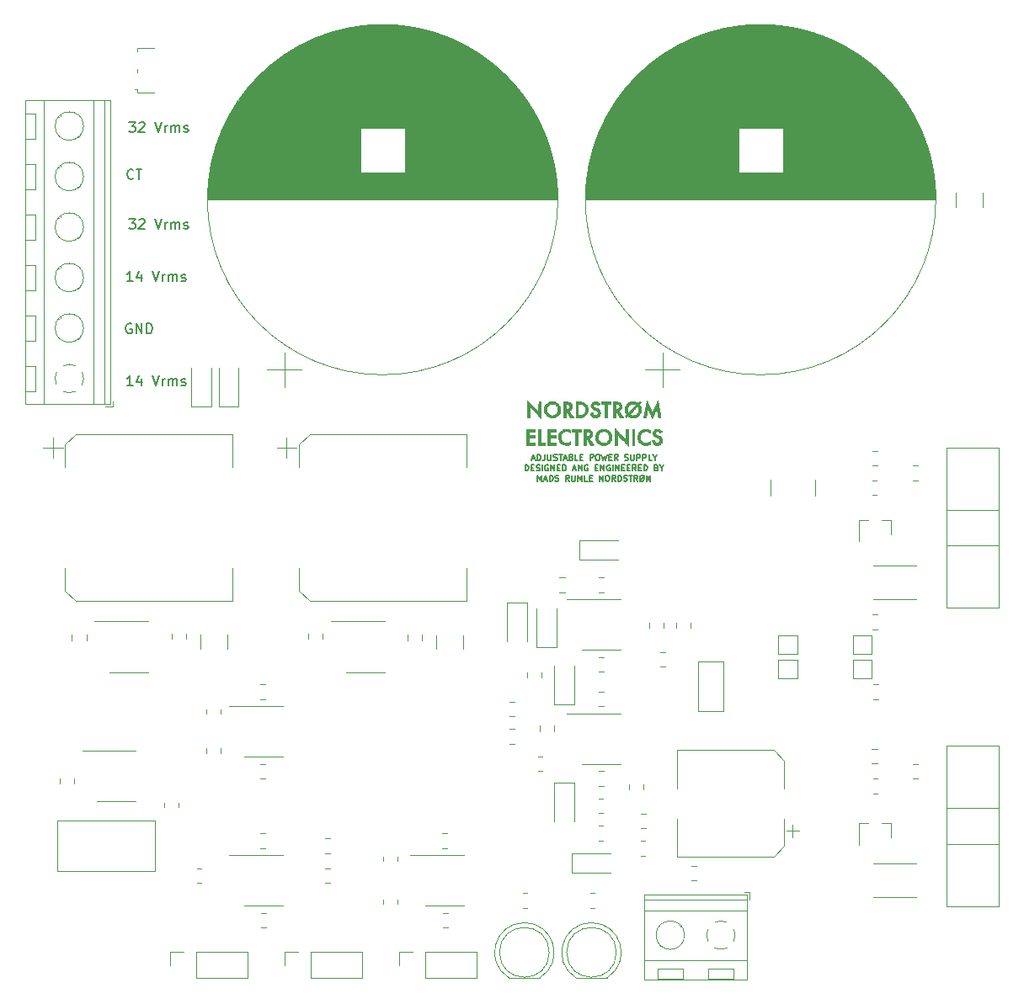
<source format=gbr>
%TF.GenerationSoftware,KiCad,Pcbnew,(5.1.10-1-10_14)*%
%TF.CreationDate,2021-12-23T00:47:36+01:00*%
%TF.ProjectId,NordstroemSupply,4e6f7264-7374-4726-9f65-6d537570706c,rev?*%
%TF.SameCoordinates,Original*%
%TF.FileFunction,Legend,Top*%
%TF.FilePolarity,Positive*%
%FSLAX46Y46*%
G04 Gerber Fmt 4.6, Leading zero omitted, Abs format (unit mm)*
G04 Created by KiCad (PCBNEW (5.1.10-1-10_14)) date 2021-12-23 00:47:36*
%MOMM*%
%LPD*%
G01*
G04 APERTURE LIST*
%ADD10C,0.150000*%
%ADD11C,0.200000*%
%ADD12C,0.010000*%
%ADD13C,0.120000*%
G04 APERTURE END LIST*
D10*
X52492857Y54450000D02*
X52778571Y54450000D01*
X52435714Y54278571D02*
X52635714Y54878571D01*
X52835714Y54278571D01*
X53035714Y54278571D02*
X53035714Y54878571D01*
X53178571Y54878571D01*
X53264285Y54850000D01*
X53321428Y54792857D01*
X53350000Y54735714D01*
X53378571Y54621428D01*
X53378571Y54535714D01*
X53350000Y54421428D01*
X53321428Y54364285D01*
X53264285Y54307142D01*
X53178571Y54278571D01*
X53035714Y54278571D01*
X53807142Y54878571D02*
X53807142Y54450000D01*
X53778571Y54364285D01*
X53721428Y54307142D01*
X53635714Y54278571D01*
X53578571Y54278571D01*
X54092857Y54878571D02*
X54092857Y54392857D01*
X54121428Y54335714D01*
X54150000Y54307142D01*
X54207142Y54278571D01*
X54321428Y54278571D01*
X54378571Y54307142D01*
X54407142Y54335714D01*
X54435714Y54392857D01*
X54435714Y54878571D01*
X54692857Y54307142D02*
X54778571Y54278571D01*
X54921428Y54278571D01*
X54978571Y54307142D01*
X55007142Y54335714D01*
X55035714Y54392857D01*
X55035714Y54450000D01*
X55007142Y54507142D01*
X54978571Y54535714D01*
X54921428Y54564285D01*
X54807142Y54592857D01*
X54750000Y54621428D01*
X54721428Y54650000D01*
X54692857Y54707142D01*
X54692857Y54764285D01*
X54721428Y54821428D01*
X54750000Y54850000D01*
X54807142Y54878571D01*
X54950000Y54878571D01*
X55035714Y54850000D01*
X55207142Y54878571D02*
X55550000Y54878571D01*
X55378571Y54278571D02*
X55378571Y54878571D01*
X55721428Y54450000D02*
X56007142Y54450000D01*
X55664285Y54278571D02*
X55864285Y54878571D01*
X56064285Y54278571D01*
X56464285Y54592857D02*
X56550000Y54564285D01*
X56578571Y54535714D01*
X56607142Y54478571D01*
X56607142Y54392857D01*
X56578571Y54335714D01*
X56550000Y54307142D01*
X56492857Y54278571D01*
X56264285Y54278571D01*
X56264285Y54878571D01*
X56464285Y54878571D01*
X56521428Y54850000D01*
X56550000Y54821428D01*
X56578571Y54764285D01*
X56578571Y54707142D01*
X56550000Y54650000D01*
X56521428Y54621428D01*
X56464285Y54592857D01*
X56264285Y54592857D01*
X57149999Y54278571D02*
X56864285Y54278571D01*
X56864285Y54878571D01*
X57349999Y54592857D02*
X57549999Y54592857D01*
X57635714Y54278571D02*
X57349999Y54278571D01*
X57349999Y54878571D01*
X57635714Y54878571D01*
X58349999Y54278571D02*
X58349999Y54878571D01*
X58578571Y54878571D01*
X58635714Y54850000D01*
X58664285Y54821428D01*
X58692857Y54764285D01*
X58692857Y54678571D01*
X58664285Y54621428D01*
X58635714Y54592857D01*
X58578571Y54564285D01*
X58349999Y54564285D01*
X59064285Y54878571D02*
X59178571Y54878571D01*
X59235714Y54850000D01*
X59292857Y54792857D01*
X59321428Y54678571D01*
X59321428Y54478571D01*
X59292857Y54364285D01*
X59235714Y54307142D01*
X59178571Y54278571D01*
X59064285Y54278571D01*
X59007142Y54307142D01*
X58949999Y54364285D01*
X58921428Y54478571D01*
X58921428Y54678571D01*
X58949999Y54792857D01*
X59007142Y54850000D01*
X59064285Y54878571D01*
X59521428Y54878571D02*
X59664285Y54278571D01*
X59778571Y54707142D01*
X59892857Y54278571D01*
X60035714Y54878571D01*
X60264285Y54592857D02*
X60464285Y54592857D01*
X60549999Y54278571D02*
X60264285Y54278571D01*
X60264285Y54878571D01*
X60549999Y54878571D01*
X61149999Y54278571D02*
X60949999Y54564285D01*
X60807142Y54278571D02*
X60807142Y54878571D01*
X61035714Y54878571D01*
X61092857Y54850000D01*
X61121428Y54821428D01*
X61149999Y54764285D01*
X61149999Y54678571D01*
X61121428Y54621428D01*
X61092857Y54592857D01*
X61035714Y54564285D01*
X60807142Y54564285D01*
X61835714Y54307142D02*
X61921428Y54278571D01*
X62064285Y54278571D01*
X62121428Y54307142D01*
X62149999Y54335714D01*
X62178571Y54392857D01*
X62178571Y54450000D01*
X62149999Y54507142D01*
X62121428Y54535714D01*
X62064285Y54564285D01*
X61949999Y54592857D01*
X61892857Y54621428D01*
X61864285Y54650000D01*
X61835714Y54707142D01*
X61835714Y54764285D01*
X61864285Y54821428D01*
X61892857Y54850000D01*
X61949999Y54878571D01*
X62092857Y54878571D01*
X62178571Y54850000D01*
X62435714Y54878571D02*
X62435714Y54392857D01*
X62464285Y54335714D01*
X62492857Y54307142D01*
X62549999Y54278571D01*
X62664285Y54278571D01*
X62721428Y54307142D01*
X62749999Y54335714D01*
X62778571Y54392857D01*
X62778571Y54878571D01*
X63064285Y54278571D02*
X63064285Y54878571D01*
X63292857Y54878571D01*
X63349999Y54850000D01*
X63378571Y54821428D01*
X63407142Y54764285D01*
X63407142Y54678571D01*
X63378571Y54621428D01*
X63349999Y54592857D01*
X63292857Y54564285D01*
X63064285Y54564285D01*
X63664285Y54278571D02*
X63664285Y54878571D01*
X63892857Y54878571D01*
X63949999Y54850000D01*
X63978571Y54821428D01*
X64007142Y54764285D01*
X64007142Y54678571D01*
X63978571Y54621428D01*
X63949999Y54592857D01*
X63892857Y54564285D01*
X63664285Y54564285D01*
X64549999Y54278571D02*
X64264285Y54278571D01*
X64264285Y54878571D01*
X64864285Y54564285D02*
X64864285Y54278571D01*
X64664285Y54878571D02*
X64864285Y54564285D01*
X65064285Y54878571D01*
X51835714Y53228571D02*
X51835714Y53828571D01*
X51978571Y53828571D01*
X52064285Y53800000D01*
X52121428Y53742857D01*
X52150000Y53685714D01*
X52178571Y53571428D01*
X52178571Y53485714D01*
X52150000Y53371428D01*
X52121428Y53314285D01*
X52064285Y53257142D01*
X51978571Y53228571D01*
X51835714Y53228571D01*
X52435714Y53542857D02*
X52635714Y53542857D01*
X52721428Y53228571D02*
X52435714Y53228571D01*
X52435714Y53828571D01*
X52721428Y53828571D01*
X52950000Y53257142D02*
X53035714Y53228571D01*
X53178571Y53228571D01*
X53235714Y53257142D01*
X53264285Y53285714D01*
X53292857Y53342857D01*
X53292857Y53400000D01*
X53264285Y53457142D01*
X53235714Y53485714D01*
X53178571Y53514285D01*
X53064285Y53542857D01*
X53007142Y53571428D01*
X52978571Y53600000D01*
X52950000Y53657142D01*
X52950000Y53714285D01*
X52978571Y53771428D01*
X53007142Y53800000D01*
X53064285Y53828571D01*
X53207142Y53828571D01*
X53292857Y53800000D01*
X53550000Y53228571D02*
X53550000Y53828571D01*
X54150000Y53800000D02*
X54092857Y53828571D01*
X54007142Y53828571D01*
X53921428Y53800000D01*
X53864285Y53742857D01*
X53835714Y53685714D01*
X53807142Y53571428D01*
X53807142Y53485714D01*
X53835714Y53371428D01*
X53864285Y53314285D01*
X53921428Y53257142D01*
X54007142Y53228571D01*
X54064285Y53228571D01*
X54150000Y53257142D01*
X54178571Y53285714D01*
X54178571Y53485714D01*
X54064285Y53485714D01*
X54435714Y53228571D02*
X54435714Y53828571D01*
X54778571Y53228571D01*
X54778571Y53828571D01*
X55064285Y53542857D02*
X55264285Y53542857D01*
X55350000Y53228571D02*
X55064285Y53228571D01*
X55064285Y53828571D01*
X55350000Y53828571D01*
X55607142Y53228571D02*
X55607142Y53828571D01*
X55750000Y53828571D01*
X55835714Y53800000D01*
X55892857Y53742857D01*
X55921428Y53685714D01*
X55950000Y53571428D01*
X55950000Y53485714D01*
X55921428Y53371428D01*
X55892857Y53314285D01*
X55835714Y53257142D01*
X55750000Y53228571D01*
X55607142Y53228571D01*
X56635714Y53400000D02*
X56921428Y53400000D01*
X56578571Y53228571D02*
X56778571Y53828571D01*
X56978571Y53228571D01*
X57178571Y53228571D02*
X57178571Y53828571D01*
X57521428Y53228571D01*
X57521428Y53828571D01*
X58121428Y53800000D02*
X58064285Y53828571D01*
X57978571Y53828571D01*
X57892857Y53800000D01*
X57835714Y53742857D01*
X57807142Y53685714D01*
X57778571Y53571428D01*
X57778571Y53485714D01*
X57807142Y53371428D01*
X57835714Y53314285D01*
X57892857Y53257142D01*
X57978571Y53228571D01*
X58035714Y53228571D01*
X58121428Y53257142D01*
X58150000Y53285714D01*
X58150000Y53485714D01*
X58035714Y53485714D01*
X58864285Y53542857D02*
X59064285Y53542857D01*
X59150000Y53228571D02*
X58864285Y53228571D01*
X58864285Y53828571D01*
X59150000Y53828571D01*
X59407142Y53228571D02*
X59407142Y53828571D01*
X59750000Y53228571D01*
X59750000Y53828571D01*
X60350000Y53800000D02*
X60292857Y53828571D01*
X60207142Y53828571D01*
X60121428Y53800000D01*
X60064285Y53742857D01*
X60035714Y53685714D01*
X60007142Y53571428D01*
X60007142Y53485714D01*
X60035714Y53371428D01*
X60064285Y53314285D01*
X60121428Y53257142D01*
X60207142Y53228571D01*
X60264285Y53228571D01*
X60350000Y53257142D01*
X60378571Y53285714D01*
X60378571Y53485714D01*
X60264285Y53485714D01*
X60635714Y53228571D02*
X60635714Y53828571D01*
X60921428Y53228571D02*
X60921428Y53828571D01*
X61264285Y53228571D01*
X61264285Y53828571D01*
X61550000Y53542857D02*
X61750000Y53542857D01*
X61835714Y53228571D02*
X61550000Y53228571D01*
X61550000Y53828571D01*
X61835714Y53828571D01*
X62092857Y53542857D02*
X62292857Y53542857D01*
X62378571Y53228571D02*
X62092857Y53228571D01*
X62092857Y53828571D01*
X62378571Y53828571D01*
X62978571Y53228571D02*
X62778571Y53514285D01*
X62635714Y53228571D02*
X62635714Y53828571D01*
X62864285Y53828571D01*
X62921428Y53800000D01*
X62950000Y53771428D01*
X62978571Y53714285D01*
X62978571Y53628571D01*
X62950000Y53571428D01*
X62921428Y53542857D01*
X62864285Y53514285D01*
X62635714Y53514285D01*
X63235714Y53542857D02*
X63435714Y53542857D01*
X63521428Y53228571D02*
X63235714Y53228571D01*
X63235714Y53828571D01*
X63521428Y53828571D01*
X63778571Y53228571D02*
X63778571Y53828571D01*
X63921428Y53828571D01*
X64007142Y53800000D01*
X64064285Y53742857D01*
X64092857Y53685714D01*
X64121428Y53571428D01*
X64121428Y53485714D01*
X64092857Y53371428D01*
X64064285Y53314285D01*
X64007142Y53257142D01*
X63921428Y53228571D01*
X63778571Y53228571D01*
X65035714Y53542857D02*
X65121428Y53514285D01*
X65150000Y53485714D01*
X65178571Y53428571D01*
X65178571Y53342857D01*
X65150000Y53285714D01*
X65121428Y53257142D01*
X65064285Y53228571D01*
X64835714Y53228571D01*
X64835714Y53828571D01*
X65035714Y53828571D01*
X65092857Y53800000D01*
X65121428Y53771428D01*
X65150000Y53714285D01*
X65150000Y53657142D01*
X65121428Y53600000D01*
X65092857Y53571428D01*
X65035714Y53542857D01*
X64835714Y53542857D01*
X65550000Y53514285D02*
X65550000Y53228571D01*
X65350000Y53828571D02*
X65550000Y53514285D01*
X65750000Y53828571D01*
X53078571Y52178571D02*
X53078571Y52778571D01*
X53278571Y52350000D01*
X53478571Y52778571D01*
X53478571Y52178571D01*
X53735714Y52350000D02*
X54021428Y52350000D01*
X53678571Y52178571D02*
X53878571Y52778571D01*
X54078571Y52178571D01*
X54278571Y52178571D02*
X54278571Y52778571D01*
X54421428Y52778571D01*
X54507142Y52750000D01*
X54564285Y52692857D01*
X54592857Y52635714D01*
X54621428Y52521428D01*
X54621428Y52435714D01*
X54592857Y52321428D01*
X54564285Y52264285D01*
X54507142Y52207142D01*
X54421428Y52178571D01*
X54278571Y52178571D01*
X54850000Y52207142D02*
X54935714Y52178571D01*
X55078571Y52178571D01*
X55135714Y52207142D01*
X55164285Y52235714D01*
X55192857Y52292857D01*
X55192857Y52350000D01*
X55164285Y52407142D01*
X55135714Y52435714D01*
X55078571Y52464285D01*
X54964285Y52492857D01*
X54907142Y52521428D01*
X54878571Y52550000D01*
X54850000Y52607142D01*
X54850000Y52664285D01*
X54878571Y52721428D01*
X54907142Y52750000D01*
X54964285Y52778571D01*
X55107142Y52778571D01*
X55192857Y52750000D01*
X56250000Y52178571D02*
X56050000Y52464285D01*
X55907142Y52178571D02*
X55907142Y52778571D01*
X56135714Y52778571D01*
X56192857Y52750000D01*
X56221428Y52721428D01*
X56250000Y52664285D01*
X56250000Y52578571D01*
X56221428Y52521428D01*
X56192857Y52492857D01*
X56135714Y52464285D01*
X55907142Y52464285D01*
X56507142Y52778571D02*
X56507142Y52292857D01*
X56535714Y52235714D01*
X56564285Y52207142D01*
X56621428Y52178571D01*
X56735714Y52178571D01*
X56792857Y52207142D01*
X56821428Y52235714D01*
X56850000Y52292857D01*
X56850000Y52778571D01*
X57135714Y52178571D02*
X57135714Y52778571D01*
X57335714Y52350000D01*
X57535714Y52778571D01*
X57535714Y52178571D01*
X58107142Y52178571D02*
X57821428Y52178571D01*
X57821428Y52778571D01*
X58307142Y52492857D02*
X58507142Y52492857D01*
X58592857Y52178571D02*
X58307142Y52178571D01*
X58307142Y52778571D01*
X58592857Y52778571D01*
X59307142Y52178571D02*
X59307142Y52778571D01*
X59650000Y52178571D01*
X59650000Y52778571D01*
X60050000Y52778571D02*
X60164285Y52778571D01*
X60221428Y52750000D01*
X60278571Y52692857D01*
X60307142Y52578571D01*
X60307142Y52378571D01*
X60278571Y52264285D01*
X60221428Y52207142D01*
X60164285Y52178571D01*
X60050000Y52178571D01*
X59992857Y52207142D01*
X59935714Y52264285D01*
X59907142Y52378571D01*
X59907142Y52578571D01*
X59935714Y52692857D01*
X59992857Y52750000D01*
X60050000Y52778571D01*
X60907142Y52178571D02*
X60707142Y52464285D01*
X60564285Y52178571D02*
X60564285Y52778571D01*
X60792857Y52778571D01*
X60850000Y52750000D01*
X60878571Y52721428D01*
X60907142Y52664285D01*
X60907142Y52578571D01*
X60878571Y52521428D01*
X60850000Y52492857D01*
X60792857Y52464285D01*
X60564285Y52464285D01*
X61164285Y52178571D02*
X61164285Y52778571D01*
X61307142Y52778571D01*
X61392857Y52750000D01*
X61450000Y52692857D01*
X61478571Y52635714D01*
X61507142Y52521428D01*
X61507142Y52435714D01*
X61478571Y52321428D01*
X61450000Y52264285D01*
X61392857Y52207142D01*
X61307142Y52178571D01*
X61164285Y52178571D01*
X61735714Y52207142D02*
X61821428Y52178571D01*
X61964285Y52178571D01*
X62021428Y52207142D01*
X62050000Y52235714D01*
X62078571Y52292857D01*
X62078571Y52350000D01*
X62050000Y52407142D01*
X62021428Y52435714D01*
X61964285Y52464285D01*
X61850000Y52492857D01*
X61792857Y52521428D01*
X61764285Y52550000D01*
X61735714Y52607142D01*
X61735714Y52664285D01*
X61764285Y52721428D01*
X61792857Y52750000D01*
X61850000Y52778571D01*
X61992857Y52778571D01*
X62078571Y52750000D01*
X62249999Y52778571D02*
X62592857Y52778571D01*
X62421428Y52178571D02*
X62421428Y52778571D01*
X63135714Y52178571D02*
X62935714Y52464285D01*
X62792857Y52178571D02*
X62792857Y52778571D01*
X63021428Y52778571D01*
X63078571Y52750000D01*
X63107142Y52721428D01*
X63135714Y52664285D01*
X63135714Y52578571D01*
X63107142Y52521428D01*
X63078571Y52492857D01*
X63021428Y52464285D01*
X62792857Y52464285D01*
X63792857Y52778571D02*
X63335714Y52178571D01*
X63507142Y52178571D02*
X63449999Y52207142D01*
X63392857Y52264285D01*
X63364285Y52378571D01*
X63364285Y52578571D01*
X63392857Y52692857D01*
X63449999Y52750000D01*
X63507142Y52778571D01*
X63621428Y52778571D01*
X63678571Y52750000D01*
X63735714Y52692857D01*
X63764285Y52578571D01*
X63764285Y52378571D01*
X63735714Y52264285D01*
X63678571Y52207142D01*
X63621428Y52178571D01*
X63507142Y52178571D01*
X64021428Y52178571D02*
X64021428Y52778571D01*
X64221428Y52350000D01*
X64421428Y52778571D01*
X64421428Y52178571D01*
D11*
X12369047Y72297619D02*
X11797619Y72297619D01*
X12083333Y72297619D02*
X12083333Y73297619D01*
X11988095Y73154761D01*
X11892857Y73059523D01*
X11797619Y73011904D01*
X13226190Y72964285D02*
X13226190Y72297619D01*
X12988095Y73345238D02*
X12750000Y72630952D01*
X13369047Y72630952D01*
X14369047Y73297619D02*
X14702380Y72297619D01*
X15035714Y73297619D01*
X15369047Y72297619D02*
X15369047Y72964285D01*
X15369047Y72773809D02*
X15416666Y72869047D01*
X15464285Y72916666D01*
X15559523Y72964285D01*
X15654761Y72964285D01*
X15988095Y72297619D02*
X15988095Y72964285D01*
X15988095Y72869047D02*
X16035714Y72916666D01*
X16130952Y72964285D01*
X16273809Y72964285D01*
X16369047Y72916666D01*
X16416666Y72821428D01*
X16416666Y72297619D01*
X16416666Y72821428D02*
X16464285Y72916666D01*
X16559523Y72964285D01*
X16702380Y72964285D01*
X16797619Y72916666D01*
X16845238Y72821428D01*
X16845238Y72297619D01*
X17273809Y72345238D02*
X17369047Y72297619D01*
X17559523Y72297619D01*
X17654761Y72345238D01*
X17702380Y72440476D01*
X17702380Y72488095D01*
X17654761Y72583333D01*
X17559523Y72630952D01*
X17416666Y72630952D01*
X17321428Y72678571D01*
X17273809Y72773809D01*
X17273809Y72821428D01*
X17321428Y72916666D01*
X17416666Y72964285D01*
X17559523Y72964285D01*
X17654761Y72916666D01*
X12369047Y61797619D02*
X11797619Y61797619D01*
X12083333Y61797619D02*
X12083333Y62797619D01*
X11988095Y62654761D01*
X11892857Y62559523D01*
X11797619Y62511904D01*
X13226190Y62464285D02*
X13226190Y61797619D01*
X12988095Y62845238D02*
X12750000Y62130952D01*
X13369047Y62130952D01*
X14369047Y62797619D02*
X14702380Y61797619D01*
X15035714Y62797619D01*
X15369047Y61797619D02*
X15369047Y62464285D01*
X15369047Y62273809D02*
X15416666Y62369047D01*
X15464285Y62416666D01*
X15559523Y62464285D01*
X15654761Y62464285D01*
X15988095Y61797619D02*
X15988095Y62464285D01*
X15988095Y62369047D02*
X16035714Y62416666D01*
X16130952Y62464285D01*
X16273809Y62464285D01*
X16369047Y62416666D01*
X16416666Y62321428D01*
X16416666Y61797619D01*
X16416666Y62321428D02*
X16464285Y62416666D01*
X16559523Y62464285D01*
X16702380Y62464285D01*
X16797619Y62416666D01*
X16845238Y62321428D01*
X16845238Y61797619D01*
X17273809Y61845238D02*
X17369047Y61797619D01*
X17559523Y61797619D01*
X17654761Y61845238D01*
X17702380Y61940476D01*
X17702380Y61988095D01*
X17654761Y62083333D01*
X17559523Y62130952D01*
X17416666Y62130952D01*
X17321428Y62178571D01*
X17273809Y62273809D01*
X17273809Y62321428D01*
X17321428Y62416666D01*
X17416666Y62464285D01*
X17559523Y62464285D01*
X17654761Y62416666D01*
X12238095Y68000000D02*
X12142857Y68047619D01*
X12000000Y68047619D01*
X11857142Y68000000D01*
X11761904Y67904761D01*
X11714285Y67809523D01*
X11666666Y67619047D01*
X11666666Y67476190D01*
X11714285Y67285714D01*
X11761904Y67190476D01*
X11857142Y67095238D01*
X12000000Y67047619D01*
X12095238Y67047619D01*
X12238095Y67095238D01*
X12285714Y67142857D01*
X12285714Y67476190D01*
X12095238Y67476190D01*
X12714285Y67047619D02*
X12714285Y68047619D01*
X13285714Y67047619D01*
X13285714Y68047619D01*
X13761904Y67047619D02*
X13761904Y68047619D01*
X14000000Y68047619D01*
X14142857Y68000000D01*
X14238095Y67904761D01*
X14285714Y67809523D01*
X14333333Y67619047D01*
X14333333Y67476190D01*
X14285714Y67285714D01*
X14238095Y67190476D01*
X14142857Y67095238D01*
X14000000Y67047619D01*
X13761904Y67047619D01*
X12000000Y78547619D02*
X12619047Y78547619D01*
X12285714Y78166666D01*
X12428571Y78166666D01*
X12523809Y78119047D01*
X12571428Y78071428D01*
X12619047Y77976190D01*
X12619047Y77738095D01*
X12571428Y77642857D01*
X12523809Y77595238D01*
X12428571Y77547619D01*
X12142857Y77547619D01*
X12047619Y77595238D01*
X12000000Y77642857D01*
X13000000Y78452380D02*
X13047619Y78500000D01*
X13142857Y78547619D01*
X13380952Y78547619D01*
X13476190Y78500000D01*
X13523809Y78452380D01*
X13571428Y78357142D01*
X13571428Y78261904D01*
X13523809Y78119047D01*
X12952380Y77547619D01*
X13571428Y77547619D01*
X14619047Y78547619D02*
X14952380Y77547619D01*
X15285714Y78547619D01*
X15619047Y77547619D02*
X15619047Y78214285D01*
X15619047Y78023809D02*
X15666666Y78119047D01*
X15714285Y78166666D01*
X15809523Y78214285D01*
X15904761Y78214285D01*
X16238095Y77547619D02*
X16238095Y78214285D01*
X16238095Y78119047D02*
X16285714Y78166666D01*
X16380952Y78214285D01*
X16523809Y78214285D01*
X16619047Y78166666D01*
X16666666Y78071428D01*
X16666666Y77547619D01*
X16666666Y78071428D02*
X16714285Y78166666D01*
X16809523Y78214285D01*
X16952380Y78214285D01*
X17047619Y78166666D01*
X17095238Y78071428D01*
X17095238Y77547619D01*
X17523809Y77595238D02*
X17619047Y77547619D01*
X17809523Y77547619D01*
X17904761Y77595238D01*
X17952380Y77690476D01*
X17952380Y77738095D01*
X17904761Y77833333D01*
X17809523Y77880952D01*
X17666666Y77880952D01*
X17571428Y77928571D01*
X17523809Y78023809D01*
X17523809Y78071428D01*
X17571428Y78166666D01*
X17666666Y78214285D01*
X17809523Y78214285D01*
X17904761Y78166666D01*
X12000000Y88297619D02*
X12619047Y88297619D01*
X12285714Y87916666D01*
X12428571Y87916666D01*
X12523809Y87869047D01*
X12571428Y87821428D01*
X12619047Y87726190D01*
X12619047Y87488095D01*
X12571428Y87392857D01*
X12523809Y87345238D01*
X12428571Y87297619D01*
X12142857Y87297619D01*
X12047619Y87345238D01*
X12000000Y87392857D01*
X13000000Y88202380D02*
X13047619Y88250000D01*
X13142857Y88297619D01*
X13380952Y88297619D01*
X13476190Y88250000D01*
X13523809Y88202380D01*
X13571428Y88107142D01*
X13571428Y88011904D01*
X13523809Y87869047D01*
X12952380Y87297619D01*
X13571428Y87297619D01*
X14619047Y88297619D02*
X14952380Y87297619D01*
X15285714Y88297619D01*
X15619047Y87297619D02*
X15619047Y87964285D01*
X15619047Y87773809D02*
X15666666Y87869047D01*
X15714285Y87916666D01*
X15809523Y87964285D01*
X15904761Y87964285D01*
X16238095Y87297619D02*
X16238095Y87964285D01*
X16238095Y87869047D02*
X16285714Y87916666D01*
X16380952Y87964285D01*
X16523809Y87964285D01*
X16619047Y87916666D01*
X16666666Y87821428D01*
X16666666Y87297619D01*
X16666666Y87821428D02*
X16714285Y87916666D01*
X16809523Y87964285D01*
X16952380Y87964285D01*
X17047619Y87916666D01*
X17095238Y87821428D01*
X17095238Y87297619D01*
X17523809Y87345238D02*
X17619047Y87297619D01*
X17809523Y87297619D01*
X17904761Y87345238D01*
X17952380Y87440476D01*
X17952380Y87488095D01*
X17904761Y87583333D01*
X17809523Y87630952D01*
X17666666Y87630952D01*
X17571428Y87678571D01*
X17523809Y87773809D01*
X17523809Y87821428D01*
X17571428Y87916666D01*
X17666666Y87964285D01*
X17809523Y87964285D01*
X17904761Y87916666D01*
X12428571Y82642857D02*
X12380952Y82595238D01*
X12238095Y82547619D01*
X12142857Y82547619D01*
X12000000Y82595238D01*
X11904761Y82690476D01*
X11857142Y82785714D01*
X11809523Y82976190D01*
X11809523Y83119047D01*
X11857142Y83309523D01*
X11904761Y83404761D01*
X12000000Y83500000D01*
X12142857Y83547619D01*
X12238095Y83547619D01*
X12380952Y83500000D01*
X12428571Y83452380D01*
X12714285Y83547619D02*
X13285714Y83547619D01*
X13000000Y82547619D02*
X13000000Y83547619D01*
D12*
%TO.C,G\u002A\u002A\u002A*%
G36*
X60867810Y57458689D02*
G01*
X60881292Y57444652D01*
X60905355Y57419534D01*
X60939078Y57384298D01*
X60981539Y57339909D01*
X61031817Y57287331D01*
X61088990Y57227527D01*
X61152137Y57161462D01*
X61220336Y57090099D01*
X61292665Y57014403D01*
X61368203Y56935337D01*
X61440203Y56859964D01*
X61960393Y56315370D01*
X61964677Y57409178D01*
X62201901Y57404558D01*
X62204023Y56573853D01*
X62204258Y56457776D01*
X62204363Y56346518D01*
X62204344Y56241195D01*
X62204206Y56142923D01*
X62203955Y56052819D01*
X62203597Y55971998D01*
X62203136Y55901576D01*
X62202579Y55842671D01*
X62201932Y55796398D01*
X62201199Y55763874D01*
X62200387Y55746213D01*
X62199859Y55743216D01*
X62193337Y55749112D01*
X62176097Y55766237D01*
X62148927Y55793778D01*
X62112615Y55830922D01*
X62067948Y55876853D01*
X62015715Y55930759D01*
X61956703Y55991827D01*
X61891701Y56059242D01*
X61821495Y56132191D01*
X61746873Y56209860D01*
X61668625Y56291435D01*
X61627278Y56334590D01*
X61060983Y56925895D01*
X61058841Y56380325D01*
X61056700Y55834754D01*
X60815311Y55834754D01*
X60815607Y57512820D01*
X60867810Y57458689D01*
G37*
X60867810Y57458689D02*
X60881292Y57444652D01*
X60905355Y57419534D01*
X60939078Y57384298D01*
X60981539Y57339909D01*
X61031817Y57287331D01*
X61088990Y57227527D01*
X61152137Y57161462D01*
X61220336Y57090099D01*
X61292665Y57014403D01*
X61368203Y56935337D01*
X61440203Y56859964D01*
X61960393Y56315370D01*
X61964677Y57409178D01*
X62201901Y57404558D01*
X62204023Y56573853D01*
X62204258Y56457776D01*
X62204363Y56346518D01*
X62204344Y56241195D01*
X62204206Y56142923D01*
X62203955Y56052819D01*
X62203597Y55971998D01*
X62203136Y55901576D01*
X62202579Y55842671D01*
X62201932Y55796398D01*
X62201199Y55763874D01*
X62200387Y55746213D01*
X62199859Y55743216D01*
X62193337Y55749112D01*
X62176097Y55766237D01*
X62148927Y55793778D01*
X62112615Y55830922D01*
X62067948Y55876853D01*
X62015715Y55930759D01*
X61956703Y55991827D01*
X61891701Y56059242D01*
X61821495Y56132191D01*
X61746873Y56209860D01*
X61668625Y56291435D01*
X61627278Y56334590D01*
X61060983Y56925895D01*
X61058841Y56380325D01*
X61056700Y55834754D01*
X60815311Y55834754D01*
X60815607Y57512820D01*
X60867810Y57458689D01*
G36*
X56039118Y57427578D02*
G01*
X56097778Y57423496D01*
X56149062Y57415686D01*
X56197558Y57403194D01*
X56247855Y57385066D01*
X56304545Y57360346D01*
X56309760Y57357932D01*
X56384885Y57323027D01*
X56384885Y57042853D01*
X56331940Y57079864D01*
X56276680Y57114694D01*
X56215914Y57146602D01*
X56154944Y57173133D01*
X56099069Y57191830D01*
X56080918Y57196234D01*
X56003178Y57206731D01*
X55921917Y57207080D01*
X55841878Y57197771D01*
X55767806Y57179293D01*
X55716816Y57158629D01*
X55635350Y57109689D01*
X55562480Y57048801D01*
X55500135Y56978156D01*
X55450243Y56899951D01*
X55414730Y56816377D01*
X55413946Y56813932D01*
X55390653Y56716453D01*
X55382368Y56620423D01*
X55388247Y56527151D01*
X55407452Y56437945D01*
X55439141Y56354115D01*
X55482473Y56276968D01*
X55536607Y56207814D01*
X55600703Y56147962D01*
X55673920Y56098721D01*
X55755416Y56061399D01*
X55844352Y56037305D01*
X55918509Y56028528D01*
X55996501Y56027625D01*
X56064458Y56034730D01*
X56127423Y56050778D01*
X56190442Y56076701D01*
X56197508Y56080153D01*
X56237843Y56101737D01*
X56279975Y56126877D01*
X56316635Y56151164D01*
X56326590Y56158465D01*
X56380721Y56199650D01*
X56383009Y56062025D01*
X56383429Y56000064D01*
X56382353Y55954608D01*
X56379776Y55925573D01*
X56376029Y55913233D01*
X56363298Y55904558D01*
X56338165Y55892335D01*
X56304147Y55877905D01*
X56264765Y55862611D01*
X56223537Y55847793D01*
X56183983Y55834794D01*
X56149621Y55824954D01*
X56136088Y55821765D01*
X56095025Y55815192D01*
X56043848Y55810139D01*
X55987631Y55806799D01*
X55931446Y55805368D01*
X55880367Y55806040D01*
X55839468Y55809010D01*
X55831787Y55810077D01*
X55718866Y55835982D01*
X55612489Y55876488D01*
X55513833Y55930547D01*
X55424072Y55997114D01*
X55344382Y56075141D01*
X55275940Y56163581D01*
X55219921Y56261387D01*
X55177501Y56367514D01*
X55167387Y56401606D01*
X55160039Y56430568D01*
X55154840Y56457538D01*
X55151455Y56486348D01*
X55149546Y56520830D01*
X55148777Y56564817D01*
X55148770Y56613410D01*
X55149342Y56670106D01*
X55150763Y56713947D01*
X55153377Y56748729D01*
X55157525Y56778244D01*
X55163549Y56806287D01*
X55167553Y56821607D01*
X55204095Y56925472D01*
X55254918Y57024720D01*
X55318315Y57117318D01*
X55392579Y57201230D01*
X55476002Y57274422D01*
X55566878Y57334859D01*
X55621870Y57363056D01*
X55682778Y57388465D01*
X55741304Y57406914D01*
X55801841Y57419237D01*
X55868781Y57426268D01*
X55946516Y57428841D01*
X55968491Y57428885D01*
X56039118Y57427578D01*
G37*
X56039118Y57427578D02*
X56097778Y57423496D01*
X56149062Y57415686D01*
X56197558Y57403194D01*
X56247855Y57385066D01*
X56304545Y57360346D01*
X56309760Y57357932D01*
X56384885Y57323027D01*
X56384885Y57042853D01*
X56331940Y57079864D01*
X56276680Y57114694D01*
X56215914Y57146602D01*
X56154944Y57173133D01*
X56099069Y57191830D01*
X56080918Y57196234D01*
X56003178Y57206731D01*
X55921917Y57207080D01*
X55841878Y57197771D01*
X55767806Y57179293D01*
X55716816Y57158629D01*
X55635350Y57109689D01*
X55562480Y57048801D01*
X55500135Y56978156D01*
X55450243Y56899951D01*
X55414730Y56816377D01*
X55413946Y56813932D01*
X55390653Y56716453D01*
X55382368Y56620423D01*
X55388247Y56527151D01*
X55407452Y56437945D01*
X55439141Y56354115D01*
X55482473Y56276968D01*
X55536607Y56207814D01*
X55600703Y56147962D01*
X55673920Y56098721D01*
X55755416Y56061399D01*
X55844352Y56037305D01*
X55918509Y56028528D01*
X55996501Y56027625D01*
X56064458Y56034730D01*
X56127423Y56050778D01*
X56190442Y56076701D01*
X56197508Y56080153D01*
X56237843Y56101737D01*
X56279975Y56126877D01*
X56316635Y56151164D01*
X56326590Y56158465D01*
X56380721Y56199650D01*
X56383009Y56062025D01*
X56383429Y56000064D01*
X56382353Y55954608D01*
X56379776Y55925573D01*
X56376029Y55913233D01*
X56363298Y55904558D01*
X56338165Y55892335D01*
X56304147Y55877905D01*
X56264765Y55862611D01*
X56223537Y55847793D01*
X56183983Y55834794D01*
X56149621Y55824954D01*
X56136088Y55821765D01*
X56095025Y55815192D01*
X56043848Y55810139D01*
X55987631Y55806799D01*
X55931446Y55805368D01*
X55880367Y55806040D01*
X55839468Y55809010D01*
X55831787Y55810077D01*
X55718866Y55835982D01*
X55612489Y55876488D01*
X55513833Y55930547D01*
X55424072Y55997114D01*
X55344382Y56075141D01*
X55275940Y56163581D01*
X55219921Y56261387D01*
X55177501Y56367514D01*
X55167387Y56401606D01*
X55160039Y56430568D01*
X55154840Y56457538D01*
X55151455Y56486348D01*
X55149546Y56520830D01*
X55148777Y56564817D01*
X55148770Y56613410D01*
X55149342Y56670106D01*
X55150763Y56713947D01*
X55153377Y56748729D01*
X55157525Y56778244D01*
X55163549Y56806287D01*
X55167553Y56821607D01*
X55204095Y56925472D01*
X55254918Y57024720D01*
X55318315Y57117318D01*
X55392579Y57201230D01*
X55476002Y57274422D01*
X55566878Y57334859D01*
X55621870Y57363056D01*
X55682778Y57388465D01*
X55741304Y57406914D01*
X55801841Y57419237D01*
X55868781Y57426268D01*
X55946516Y57428841D01*
X55968491Y57428885D01*
X56039118Y57427578D01*
G36*
X59740324Y57431249D02*
G01*
X59855070Y57418631D01*
X59961187Y57392214D01*
X60060019Y57351400D01*
X60152907Y57295588D01*
X60241193Y57224178D01*
X60274067Y57192575D01*
X60340432Y57120155D01*
X60393534Y57048374D01*
X60435995Y56972868D01*
X60470438Y56889270D01*
X60486913Y56838262D01*
X60502892Y56767080D01*
X60512347Y56686329D01*
X60515068Y56601856D01*
X60510849Y56519503D01*
X60500720Y56450933D01*
X60470002Y56342499D01*
X60424649Y56240487D01*
X60365851Y56146133D01*
X60294799Y56060670D01*
X60212685Y55985333D01*
X60120699Y55921355D01*
X60020034Y55869970D01*
X59911879Y55832413D01*
X59900959Y55829532D01*
X59837287Y55816697D01*
X59766203Y55808184D01*
X59693221Y55804254D01*
X59623859Y55805169D01*
X59563631Y55811192D01*
X59553219Y55813023D01*
X59435718Y55843352D01*
X59326848Y55887776D01*
X59225821Y55946655D01*
X59170557Y55987530D01*
X59084642Y56065512D01*
X59013860Y56149854D01*
X58957933Y56241152D01*
X58916579Y56340004D01*
X58889519Y56447004D01*
X58876471Y56562749D01*
X58875098Y56615843D01*
X58875185Y56617574D01*
X59113359Y56617574D01*
X59119269Y56520451D01*
X59137545Y56433197D01*
X59169085Y56353599D01*
X59214793Y56279444D01*
X59275568Y56208520D01*
X59282849Y56201180D01*
X59350734Y56139860D01*
X59417513Y56093388D01*
X59486350Y56060516D01*
X59560411Y56039995D01*
X59642859Y56030574D01*
X59716032Y56030160D01*
X59769888Y56033012D01*
X59813544Y56038326D01*
X59853390Y56047059D01*
X59879079Y56054644D01*
X59961407Y56089302D01*
X60038447Y56138102D01*
X60107960Y56198815D01*
X60167706Y56269210D01*
X60215448Y56347055D01*
X60245795Y56420083D01*
X60261003Y56482088D01*
X60270471Y56553672D01*
X60273911Y56628676D01*
X60271033Y56700941D01*
X60261838Y56763032D01*
X60234455Y56849444D01*
X60192866Y56930662D01*
X60138907Y57004849D01*
X60074417Y57070169D01*
X60001236Y57124782D01*
X59921199Y57166852D01*
X59836147Y57194542D01*
X59828459Y57196234D01*
X59729107Y57209301D01*
X59631627Y57206661D01*
X59537580Y57188855D01*
X59448523Y57156425D01*
X59366017Y57109912D01*
X59291620Y57049858D01*
X59237980Y56991165D01*
X59188061Y56919851D01*
X59151779Y56847060D01*
X59128038Y56769509D01*
X59115742Y56683914D01*
X59113359Y56617574D01*
X58875185Y56617574D01*
X58880890Y56729858D01*
X58899183Y56834039D01*
X58930766Y56930397D01*
X58976429Y57020940D01*
X59036962Y57107680D01*
X59093984Y57172914D01*
X59182154Y57254756D01*
X59276497Y57321130D01*
X59377040Y57372046D01*
X59483812Y57407514D01*
X59596839Y57427547D01*
X59716149Y57432156D01*
X59740324Y57431249D01*
G37*
X59740324Y57431249D02*
X59855070Y57418631D01*
X59961187Y57392214D01*
X60060019Y57351400D01*
X60152907Y57295588D01*
X60241193Y57224178D01*
X60274067Y57192575D01*
X60340432Y57120155D01*
X60393534Y57048374D01*
X60435995Y56972868D01*
X60470438Y56889270D01*
X60486913Y56838262D01*
X60502892Y56767080D01*
X60512347Y56686329D01*
X60515068Y56601856D01*
X60510849Y56519503D01*
X60500720Y56450933D01*
X60470002Y56342499D01*
X60424649Y56240487D01*
X60365851Y56146133D01*
X60294799Y56060670D01*
X60212685Y55985333D01*
X60120699Y55921355D01*
X60020034Y55869970D01*
X59911879Y55832413D01*
X59900959Y55829532D01*
X59837287Y55816697D01*
X59766203Y55808184D01*
X59693221Y55804254D01*
X59623859Y55805169D01*
X59563631Y55811192D01*
X59553219Y55813023D01*
X59435718Y55843352D01*
X59326848Y55887776D01*
X59225821Y55946655D01*
X59170557Y55987530D01*
X59084642Y56065512D01*
X59013860Y56149854D01*
X58957933Y56241152D01*
X58916579Y56340004D01*
X58889519Y56447004D01*
X58876471Y56562749D01*
X58875098Y56615843D01*
X58875185Y56617574D01*
X59113359Y56617574D01*
X59119269Y56520451D01*
X59137545Y56433197D01*
X59169085Y56353599D01*
X59214793Y56279444D01*
X59275568Y56208520D01*
X59282849Y56201180D01*
X59350734Y56139860D01*
X59417513Y56093388D01*
X59486350Y56060516D01*
X59560411Y56039995D01*
X59642859Y56030574D01*
X59716032Y56030160D01*
X59769888Y56033012D01*
X59813544Y56038326D01*
X59853390Y56047059D01*
X59879079Y56054644D01*
X59961407Y56089302D01*
X60038447Y56138102D01*
X60107960Y56198815D01*
X60167706Y56269210D01*
X60215448Y56347055D01*
X60245795Y56420083D01*
X60261003Y56482088D01*
X60270471Y56553672D01*
X60273911Y56628676D01*
X60271033Y56700941D01*
X60261838Y56763032D01*
X60234455Y56849444D01*
X60192866Y56930662D01*
X60138907Y57004849D01*
X60074417Y57070169D01*
X60001236Y57124782D01*
X59921199Y57166852D01*
X59836147Y57194542D01*
X59828459Y57196234D01*
X59729107Y57209301D01*
X59631627Y57206661D01*
X59537580Y57188855D01*
X59448523Y57156425D01*
X59366017Y57109912D01*
X59291620Y57049858D01*
X59237980Y56991165D01*
X59188061Y56919851D01*
X59151779Y56847060D01*
X59128038Y56769509D01*
X59115742Y56683914D01*
X59113359Y56617574D01*
X58875185Y56617574D01*
X58880890Y56729858D01*
X58899183Y56834039D01*
X58930766Y56930397D01*
X58976429Y57020940D01*
X59036962Y57107680D01*
X59093984Y57172914D01*
X59182154Y57254756D01*
X59276497Y57321130D01*
X59377040Y57372046D01*
X59483812Y57407514D01*
X59596839Y57427547D01*
X59716149Y57432156D01*
X59740324Y57431249D01*
G36*
X64003779Y57432055D02*
G01*
X64068005Y57425806D01*
X64069012Y57425645D01*
X64123971Y57413880D01*
X64186107Y57395949D01*
X64248273Y57374187D01*
X64303325Y57350931D01*
X64315098Y57345178D01*
X64354655Y57325162D01*
X64354655Y57042405D01*
X64316791Y57071308D01*
X64230111Y57128767D01*
X64141246Y57170121D01*
X64048788Y57195902D01*
X63959082Y57206334D01*
X63858715Y57203756D01*
X63766130Y57186481D01*
X63680998Y57154364D01*
X63602993Y57107258D01*
X63531789Y57045016D01*
X63487826Y56994900D01*
X63436749Y56921933D01*
X63399437Y56847568D01*
X63374488Y56768051D01*
X63360504Y56679624D01*
X63357970Y56646381D01*
X63359682Y56544573D01*
X63376937Y56448660D01*
X63409619Y56358934D01*
X63457610Y56275687D01*
X63520795Y56199212D01*
X63546935Y56173675D01*
X63615356Y56118296D01*
X63686621Y56077236D01*
X63763675Y56049293D01*
X63849460Y56033264D01*
X63900786Y56029122D01*
X63989437Y56029791D01*
X64069944Y56041793D01*
X64145765Y56066232D01*
X64220354Y56104209D01*
X64294278Y56154631D01*
X64354655Y56200354D01*
X64354655Y55912171D01*
X64298442Y55886635D01*
X64218286Y55855174D01*
X64132487Y55830287D01*
X64045075Y55812660D01*
X63960079Y55802976D01*
X63881530Y55801920D01*
X63830000Y55807084D01*
X63732863Y55826317D01*
X63648046Y55851066D01*
X63571727Y55882733D01*
X63500089Y55922716D01*
X63481463Y55934845D01*
X63389435Y56005982D01*
X63309600Y56087265D01*
X63242595Y56177321D01*
X63189063Y56274777D01*
X63149643Y56378259D01*
X63124974Y56486395D01*
X63115698Y56597812D01*
X63121831Y56706291D01*
X63144010Y56819709D01*
X63180759Y56927425D01*
X63230999Y57028169D01*
X63293651Y57120671D01*
X63367635Y57203660D01*
X63451873Y57275867D01*
X63545286Y57336020D01*
X63646794Y57382851D01*
X63715780Y57405319D01*
X63780082Y57419052D01*
X63853636Y57428323D01*
X63930262Y57432776D01*
X64003779Y57432055D01*
G37*
X64003779Y57432055D02*
X64068005Y57425806D01*
X64069012Y57425645D01*
X64123971Y57413880D01*
X64186107Y57395949D01*
X64248273Y57374187D01*
X64303325Y57350931D01*
X64315098Y57345178D01*
X64354655Y57325162D01*
X64354655Y57042405D01*
X64316791Y57071308D01*
X64230111Y57128767D01*
X64141246Y57170121D01*
X64048788Y57195902D01*
X63959082Y57206334D01*
X63858715Y57203756D01*
X63766130Y57186481D01*
X63680998Y57154364D01*
X63602993Y57107258D01*
X63531789Y57045016D01*
X63487826Y56994900D01*
X63436749Y56921933D01*
X63399437Y56847568D01*
X63374488Y56768051D01*
X63360504Y56679624D01*
X63357970Y56646381D01*
X63359682Y56544573D01*
X63376937Y56448660D01*
X63409619Y56358934D01*
X63457610Y56275687D01*
X63520795Y56199212D01*
X63546935Y56173675D01*
X63615356Y56118296D01*
X63686621Y56077236D01*
X63763675Y56049293D01*
X63849460Y56033264D01*
X63900786Y56029122D01*
X63989437Y56029791D01*
X64069944Y56041793D01*
X64145765Y56066232D01*
X64220354Y56104209D01*
X64294278Y56154631D01*
X64354655Y56200354D01*
X64354655Y55912171D01*
X64298442Y55886635D01*
X64218286Y55855174D01*
X64132487Y55830287D01*
X64045075Y55812660D01*
X63960079Y55802976D01*
X63881530Y55801920D01*
X63830000Y55807084D01*
X63732863Y55826317D01*
X63648046Y55851066D01*
X63571727Y55882733D01*
X63500089Y55922716D01*
X63481463Y55934845D01*
X63389435Y56005982D01*
X63309600Y56087265D01*
X63242595Y56177321D01*
X63189063Y56274777D01*
X63149643Y56378259D01*
X63124974Y56486395D01*
X63115698Y56597812D01*
X63121831Y56706291D01*
X63144010Y56819709D01*
X63180759Y56927425D01*
X63230999Y57028169D01*
X63293651Y57120671D01*
X63367635Y57203660D01*
X63451873Y57275867D01*
X63545286Y57336020D01*
X63646794Y57382851D01*
X63715780Y57405319D01*
X63780082Y57419052D01*
X63853636Y57428323D01*
X63930262Y57432776D01*
X64003779Y57432055D01*
G36*
X65208363Y57427041D02*
G01*
X65287527Y57406708D01*
X65359312Y57372194D01*
X65424181Y57323839D01*
X65447835Y57300982D01*
X65473570Y57273299D01*
X65498777Y57243972D01*
X65520850Y57216184D01*
X65537179Y57193120D01*
X65545156Y57177963D01*
X65545541Y57175713D01*
X65538925Y57170007D01*
X65521231Y57157792D01*
X65495688Y57141085D01*
X65465527Y57121904D01*
X65433975Y57102265D01*
X65404264Y57084188D01*
X65379622Y57069688D01*
X65363280Y57060783D01*
X65358617Y57058951D01*
X65353051Y57065224D01*
X65341650Y57081145D01*
X65334698Y57091462D01*
X65294492Y57142445D01*
X65250508Y57178016D01*
X65200401Y57199356D01*
X65141824Y57207648D01*
X65105218Y57207079D01*
X65041366Y57197074D01*
X64987494Y57175922D01*
X64944768Y57144643D01*
X64914353Y57104260D01*
X64897416Y57055793D01*
X64894193Y57022124D01*
X64897504Y56983326D01*
X64909099Y56949014D01*
X64930352Y56917918D01*
X64962638Y56888771D01*
X65007334Y56860301D01*
X65065813Y56831241D01*
X65130687Y56803803D01*
X65225773Y56763696D01*
X65305921Y56725138D01*
X65372658Y56687149D01*
X65427508Y56648749D01*
X65471998Y56608960D01*
X65507652Y56566800D01*
X65514181Y56557522D01*
X65545646Y56504354D01*
X65566979Y56450258D01*
X65579783Y56390074D01*
X65585216Y56329138D01*
X65583884Y56238173D01*
X65570090Y56156995D01*
X65543072Y56083541D01*
X65502070Y56015745D01*
X65446325Y55951544D01*
X65446041Y55951262D01*
X65380782Y55894454D01*
X65314105Y55852973D01*
X65243845Y55825506D01*
X65233803Y55822758D01*
X65187811Y55813929D01*
X65132440Y55808000D01*
X65074776Y55805380D01*
X65021909Y55806477D01*
X64995838Y55809033D01*
X64911531Y55828802D01*
X64833255Y55862863D01*
X64762990Y55909855D01*
X64702716Y55968418D01*
X64654412Y56037190D01*
X64648715Y56047561D01*
X64636537Y56073758D01*
X64622756Y56108477D01*
X64608811Y56147403D01*
X64596144Y56186220D01*
X64586194Y56220612D01*
X64580401Y56246264D01*
X64579508Y56254968D01*
X64587477Y56261232D01*
X64610353Y56269573D01*
X64646584Y56279499D01*
X64683694Y56288151D01*
X64724520Y56297172D01*
X64760443Y56305202D01*
X64787781Y56311409D01*
X64802852Y56314966D01*
X64803468Y56315124D01*
X64812116Y56315202D01*
X64818336Y56307905D01*
X64823660Y56290070D01*
X64828931Y56262498D01*
X64843452Y56200721D01*
X64864147Y56151276D01*
X64892866Y56110413D01*
X64914702Y56088466D01*
X64964488Y56054367D01*
X65021136Y56033427D01*
X65081432Y56025547D01*
X65142159Y56030626D01*
X65200101Y56048564D01*
X65252042Y56079261D01*
X65275089Y56099698D01*
X65304751Y56133821D01*
X65324657Y56167968D01*
X65336755Y56207063D01*
X65342992Y56256029D01*
X65344041Y56274019D01*
X65345366Y56311898D01*
X65344532Y56338610D01*
X65340697Y56359591D01*
X65333025Y56380277D01*
X65325000Y56397329D01*
X65291067Y56447872D01*
X65260044Y56477072D01*
X65239283Y56492947D01*
X65219048Y56506859D01*
X65196730Y56520151D01*
X65169719Y56534166D01*
X65135410Y56550249D01*
X65091192Y56569743D01*
X65034457Y56593992D01*
X65026742Y56597261D01*
X64951669Y56630630D01*
X64890146Y56661754D01*
X64839521Y56692253D01*
X64797142Y56723743D01*
X64760357Y56757843D01*
X64755927Y56762469D01*
X64707470Y56825094D01*
X64673685Y56893677D01*
X64654678Y56966149D01*
X64650554Y57040437D01*
X64661419Y57114472D01*
X64687379Y57186184D01*
X64728539Y57253501D01*
X64730743Y57256384D01*
X64787796Y57316957D01*
X64855676Y57365651D01*
X64932874Y57401781D01*
X65017883Y57424660D01*
X65109193Y57433601D01*
X65120402Y57433705D01*
X65208363Y57427041D01*
G37*
X65208363Y57427041D02*
X65287527Y57406708D01*
X65359312Y57372194D01*
X65424181Y57323839D01*
X65447835Y57300982D01*
X65473570Y57273299D01*
X65498777Y57243972D01*
X65520850Y57216184D01*
X65537179Y57193120D01*
X65545156Y57177963D01*
X65545541Y57175713D01*
X65538925Y57170007D01*
X65521231Y57157792D01*
X65495688Y57141085D01*
X65465527Y57121904D01*
X65433975Y57102265D01*
X65404264Y57084188D01*
X65379622Y57069688D01*
X65363280Y57060783D01*
X65358617Y57058951D01*
X65353051Y57065224D01*
X65341650Y57081145D01*
X65334698Y57091462D01*
X65294492Y57142445D01*
X65250508Y57178016D01*
X65200401Y57199356D01*
X65141824Y57207648D01*
X65105218Y57207079D01*
X65041366Y57197074D01*
X64987494Y57175922D01*
X64944768Y57144643D01*
X64914353Y57104260D01*
X64897416Y57055793D01*
X64894193Y57022124D01*
X64897504Y56983326D01*
X64909099Y56949014D01*
X64930352Y56917918D01*
X64962638Y56888771D01*
X65007334Y56860301D01*
X65065813Y56831241D01*
X65130687Y56803803D01*
X65225773Y56763696D01*
X65305921Y56725138D01*
X65372658Y56687149D01*
X65427508Y56648749D01*
X65471998Y56608960D01*
X65507652Y56566800D01*
X65514181Y56557522D01*
X65545646Y56504354D01*
X65566979Y56450258D01*
X65579783Y56390074D01*
X65585216Y56329138D01*
X65583884Y56238173D01*
X65570090Y56156995D01*
X65543072Y56083541D01*
X65502070Y56015745D01*
X65446325Y55951544D01*
X65446041Y55951262D01*
X65380782Y55894454D01*
X65314105Y55852973D01*
X65243845Y55825506D01*
X65233803Y55822758D01*
X65187811Y55813929D01*
X65132440Y55808000D01*
X65074776Y55805380D01*
X65021909Y55806477D01*
X64995838Y55809033D01*
X64911531Y55828802D01*
X64833255Y55862863D01*
X64762990Y55909855D01*
X64702716Y55968418D01*
X64654412Y56037190D01*
X64648715Y56047561D01*
X64636537Y56073758D01*
X64622756Y56108477D01*
X64608811Y56147403D01*
X64596144Y56186220D01*
X64586194Y56220612D01*
X64580401Y56246264D01*
X64579508Y56254968D01*
X64587477Y56261232D01*
X64610353Y56269573D01*
X64646584Y56279499D01*
X64683694Y56288151D01*
X64724520Y56297172D01*
X64760443Y56305202D01*
X64787781Y56311409D01*
X64802852Y56314966D01*
X64803468Y56315124D01*
X64812116Y56315202D01*
X64818336Y56307905D01*
X64823660Y56290070D01*
X64828931Y56262498D01*
X64843452Y56200721D01*
X64864147Y56151276D01*
X64892866Y56110413D01*
X64914702Y56088466D01*
X64964488Y56054367D01*
X65021136Y56033427D01*
X65081432Y56025547D01*
X65142159Y56030626D01*
X65200101Y56048564D01*
X65252042Y56079261D01*
X65275089Y56099698D01*
X65304751Y56133821D01*
X65324657Y56167968D01*
X65336755Y56207063D01*
X65342992Y56256029D01*
X65344041Y56274019D01*
X65345366Y56311898D01*
X65344532Y56338610D01*
X65340697Y56359591D01*
X65333025Y56380277D01*
X65325000Y56397329D01*
X65291067Y56447872D01*
X65260044Y56477072D01*
X65239283Y56492947D01*
X65219048Y56506859D01*
X65196730Y56520151D01*
X65169719Y56534166D01*
X65135410Y56550249D01*
X65091192Y56569743D01*
X65034457Y56593992D01*
X65026742Y56597261D01*
X64951669Y56630630D01*
X64890146Y56661754D01*
X64839521Y56692253D01*
X64797142Y56723743D01*
X64760357Y56757843D01*
X64755927Y56762469D01*
X64707470Y56825094D01*
X64673685Y56893677D01*
X64654678Y56966149D01*
X64650554Y57040437D01*
X64661419Y57114472D01*
X64687379Y57186184D01*
X64728539Y57253501D01*
X64730743Y57256384D01*
X64787796Y57316957D01*
X64855676Y57365651D01*
X64932874Y57401781D01*
X65017883Y57424660D01*
X65109193Y57433601D01*
X65120402Y57433705D01*
X65208363Y57427041D01*
G36*
X52802061Y57294213D02*
G01*
X52804385Y57183869D01*
X52170983Y57183869D01*
X52170983Y56800787D01*
X52787246Y56800787D01*
X52787246Y56584262D01*
X52170983Y56584262D01*
X52170983Y56051279D01*
X52803901Y56051279D01*
X52803901Y55834754D01*
X51929390Y55834754D01*
X51931515Y56619656D01*
X51933639Y57404558D01*
X52799737Y57404558D01*
X52802061Y57294213D01*
G37*
X52802061Y57294213D02*
X52804385Y57183869D01*
X52170983Y57183869D01*
X52170983Y56800787D01*
X52787246Y56800787D01*
X52787246Y56584262D01*
X52170983Y56584262D01*
X52170983Y56051279D01*
X52803901Y56051279D01*
X52803901Y55834754D01*
X51929390Y55834754D01*
X51931515Y56619656D01*
X51933639Y57404558D01*
X52799737Y57404558D01*
X52802061Y57294213D01*
G36*
X53351508Y56727918D02*
G01*
X53353639Y56051279D01*
X53811573Y56051279D01*
X53811573Y55834754D01*
X53111947Y55834754D01*
X53114072Y56619656D01*
X53116196Y57404558D01*
X53349377Y57404558D01*
X53351508Y56727918D01*
G37*
X53351508Y56727918D02*
X53353639Y56051279D01*
X53811573Y56051279D01*
X53811573Y55834754D01*
X53111947Y55834754D01*
X53114072Y56619656D01*
X53116196Y57404558D01*
X53349377Y57404558D01*
X53351508Y56727918D01*
G36*
X54475721Y57406714D02*
G01*
X54906688Y57404558D01*
X54909012Y57294213D01*
X54911335Y57183869D01*
X54277934Y57183869D01*
X54277934Y56800787D01*
X54885868Y56800787D01*
X54885868Y56584262D01*
X54277934Y56584262D01*
X54277934Y56051279D01*
X54910852Y56051279D01*
X54910852Y55834754D01*
X54044754Y55834754D01*
X54044754Y57408871D01*
X54475721Y57406714D01*
G37*
X54475721Y57406714D02*
X54906688Y57404558D01*
X54909012Y57294213D01*
X54911335Y57183869D01*
X54277934Y57183869D01*
X54277934Y56800787D01*
X54885868Y56800787D01*
X54885868Y56584262D01*
X54277934Y56584262D01*
X54277934Y56051279D01*
X54910852Y56051279D01*
X54910852Y55834754D01*
X54044754Y55834754D01*
X54044754Y57408871D01*
X54475721Y57406714D01*
G36*
X57475836Y57183869D02*
G01*
X57117737Y57183869D01*
X57117737Y55834754D01*
X56876229Y55834754D01*
X56876229Y57183869D01*
X56518131Y57183869D01*
X56518131Y57408721D01*
X57475836Y57408721D01*
X57475836Y57183869D01*
G37*
X57475836Y57183869D02*
X57117737Y57183869D01*
X57117737Y55834754D01*
X56876229Y55834754D01*
X56876229Y57183869D01*
X56518131Y57183869D01*
X56518131Y57408721D01*
X57475836Y57408721D01*
X57475836Y57183869D01*
G36*
X57819360Y57408648D02*
G01*
X57935506Y57407131D01*
X58036757Y57402476D01*
X58124643Y57394316D01*
X58200694Y57382282D01*
X58266438Y57366006D01*
X58323406Y57345120D01*
X58373127Y57319254D01*
X58417129Y57288042D01*
X58451859Y57256345D01*
X58501125Y57195148D01*
X58537455Y57126139D01*
X58561001Y57051613D01*
X58571917Y56973869D01*
X58570357Y56895205D01*
X58556473Y56817917D01*
X58530420Y56744304D01*
X58492351Y56676664D01*
X58442420Y56617293D01*
X58407147Y56586837D01*
X58372639Y56561592D01*
X58344340Y56544083D01*
X58316003Y56530990D01*
X58281383Y56518991D01*
X58276946Y56517602D01*
X58252921Y56508830D01*
X58237233Y56500589D01*
X58233615Y56496182D01*
X58238538Y56488075D01*
X58252308Y56467881D01*
X58273953Y56436967D01*
X58302500Y56396699D01*
X58336976Y56348444D01*
X58376410Y56293568D01*
X58419829Y56233439D01*
X58460997Y56176664D01*
X58507508Y56112641D01*
X58551270Y56052401D01*
X58591256Y55997356D01*
X58626441Y55948918D01*
X58655798Y55908500D01*
X58678301Y55877514D01*
X58692925Y55857372D01*
X58698423Y55849795D01*
X58701533Y55844385D01*
X58700447Y55840454D01*
X58693054Y55837768D01*
X58677247Y55836091D01*
X58650917Y55835187D01*
X58611955Y55834820D01*
X58563843Y55834754D01*
X58418382Y55834754D01*
X58194863Y56155372D01*
X58142499Y56230381D01*
X58098709Y56292808D01*
X58062621Y56343790D01*
X58033362Y56384462D01*
X58010058Y56415961D01*
X57991836Y56439421D01*
X57977824Y56455979D01*
X57967149Y56466771D01*
X57958937Y56472932D01*
X57952316Y56475598D01*
X57948442Y56475995D01*
X57925541Y56476000D01*
X57925541Y55834754D01*
X57692360Y55834754D01*
X57692360Y56684197D01*
X57925293Y56684197D01*
X58006613Y56684320D01*
X58049377Y56685735D01*
X58092935Y56689401D01*
X58129906Y56694629D01*
X58140245Y56696776D01*
X58206968Y56718735D01*
X58259954Y56749986D01*
X58299392Y56790684D01*
X58325473Y56840985D01*
X58328972Y56851770D01*
X58341557Y56917547D01*
X58339695Y56979398D01*
X58323773Y57035488D01*
X58294175Y57083983D01*
X58276241Y57103079D01*
X58238549Y57132244D01*
X58195015Y57153546D01*
X58142936Y57167788D01*
X58079610Y57175776D01*
X58024407Y57178126D01*
X57929705Y57179705D01*
X57925293Y56684197D01*
X57692360Y56684197D01*
X57692360Y57408721D01*
X57819360Y57408648D01*
G37*
X57819360Y57408648D02*
X57935506Y57407131D01*
X58036757Y57402476D01*
X58124643Y57394316D01*
X58200694Y57382282D01*
X58266438Y57366006D01*
X58323406Y57345120D01*
X58373127Y57319254D01*
X58417129Y57288042D01*
X58451859Y57256345D01*
X58501125Y57195148D01*
X58537455Y57126139D01*
X58561001Y57051613D01*
X58571917Y56973869D01*
X58570357Y56895205D01*
X58556473Y56817917D01*
X58530420Y56744304D01*
X58492351Y56676664D01*
X58442420Y56617293D01*
X58407147Y56586837D01*
X58372639Y56561592D01*
X58344340Y56544083D01*
X58316003Y56530990D01*
X58281383Y56518991D01*
X58276946Y56517602D01*
X58252921Y56508830D01*
X58237233Y56500589D01*
X58233615Y56496182D01*
X58238538Y56488075D01*
X58252308Y56467881D01*
X58273953Y56436967D01*
X58302500Y56396699D01*
X58336976Y56348444D01*
X58376410Y56293568D01*
X58419829Y56233439D01*
X58460997Y56176664D01*
X58507508Y56112641D01*
X58551270Y56052401D01*
X58591256Y55997356D01*
X58626441Y55948918D01*
X58655798Y55908500D01*
X58678301Y55877514D01*
X58692925Y55857372D01*
X58698423Y55849795D01*
X58701533Y55844385D01*
X58700447Y55840454D01*
X58693054Y55837768D01*
X58677247Y55836091D01*
X58650917Y55835187D01*
X58611955Y55834820D01*
X58563843Y55834754D01*
X58418382Y55834754D01*
X58194863Y56155372D01*
X58142499Y56230381D01*
X58098709Y56292808D01*
X58062621Y56343790D01*
X58033362Y56384462D01*
X58010058Y56415961D01*
X57991836Y56439421D01*
X57977824Y56455979D01*
X57967149Y56466771D01*
X57958937Y56472932D01*
X57952316Y56475598D01*
X57948442Y56475995D01*
X57925541Y56476000D01*
X57925541Y55834754D01*
X57692360Y55834754D01*
X57692360Y56684197D01*
X57925293Y56684197D01*
X58006613Y56684320D01*
X58049377Y56685735D01*
X58092935Y56689401D01*
X58129906Y56694629D01*
X58140245Y56696776D01*
X58206968Y56718735D01*
X58259954Y56749986D01*
X58299392Y56790684D01*
X58325473Y56840985D01*
X58328972Y56851770D01*
X58341557Y56917547D01*
X58339695Y56979398D01*
X58323773Y57035488D01*
X58294175Y57083983D01*
X58276241Y57103079D01*
X58238549Y57132244D01*
X58195015Y57153546D01*
X58142936Y57167788D01*
X58079610Y57175776D01*
X58024407Y57178126D01*
X57929705Y57179705D01*
X57925293Y56684197D01*
X57692360Y56684197D01*
X57692360Y57408721D01*
X57819360Y57408648D01*
G36*
X62814000Y55834754D02*
G01*
X62580819Y55834754D01*
X62580819Y57408721D01*
X62814000Y57408721D01*
X62814000Y55834754D01*
G37*
X62814000Y55834754D02*
X62580819Y55834754D01*
X62580819Y57408721D01*
X62814000Y57408721D01*
X62814000Y55834754D01*
G36*
X52053152Y60252529D02*
G01*
X52062246Y60243012D01*
X52082008Y60222330D01*
X52111598Y60191358D01*
X52150179Y60150975D01*
X52196912Y60102058D01*
X52250959Y60045484D01*
X52311483Y59982130D01*
X52377644Y59912873D01*
X52448605Y59838592D01*
X52523528Y59760163D01*
X52601574Y59678464D01*
X52621529Y59657575D01*
X53166164Y59087445D01*
X53170327Y59628428D01*
X53174491Y60169410D01*
X53293164Y60171721D01*
X53411836Y60174031D01*
X53411836Y59341016D01*
X53411807Y59224772D01*
X53411725Y59113345D01*
X53411592Y59007849D01*
X53411413Y58909398D01*
X53411192Y58819108D01*
X53410932Y58738092D01*
X53410637Y58667467D01*
X53410311Y58608347D01*
X53409959Y58561846D01*
X53409583Y58529080D01*
X53409189Y58511163D01*
X53408936Y58508000D01*
X53402894Y58513882D01*
X53386118Y58530988D01*
X53359387Y58558507D01*
X53323482Y58595630D01*
X53279183Y58641545D01*
X53227270Y58695443D01*
X53168523Y58756513D01*
X53103723Y58823945D01*
X53033649Y58896928D01*
X52959082Y58974652D01*
X52880803Y59056308D01*
X52836395Y59102656D01*
X52266754Y59697313D01*
X52264612Y59148460D01*
X52262471Y58599607D01*
X52029409Y58599607D01*
X52029409Y60277352D01*
X52053152Y60252529D01*
G37*
X52053152Y60252529D02*
X52062246Y60243012D01*
X52082008Y60222330D01*
X52111598Y60191358D01*
X52150179Y60150975D01*
X52196912Y60102058D01*
X52250959Y60045484D01*
X52311483Y59982130D01*
X52377644Y59912873D01*
X52448605Y59838592D01*
X52523528Y59760163D01*
X52601574Y59678464D01*
X52621529Y59657575D01*
X53166164Y59087445D01*
X53170327Y59628428D01*
X53174491Y60169410D01*
X53293164Y60171721D01*
X53411836Y60174031D01*
X53411836Y59341016D01*
X53411807Y59224772D01*
X53411725Y59113345D01*
X53411592Y59007849D01*
X53411413Y58909398D01*
X53411192Y58819108D01*
X53410932Y58738092D01*
X53410637Y58667467D01*
X53410311Y58608347D01*
X53409959Y58561846D01*
X53409583Y58529080D01*
X53409189Y58511163D01*
X53408936Y58508000D01*
X53402894Y58513882D01*
X53386118Y58530988D01*
X53359387Y58558507D01*
X53323482Y58595630D01*
X53279183Y58641545D01*
X53227270Y58695443D01*
X53168523Y58756513D01*
X53103723Y58823945D01*
X53033649Y58896928D01*
X52959082Y58974652D01*
X52880803Y59056308D01*
X52836395Y59102656D01*
X52266754Y59697313D01*
X52264612Y59148460D01*
X52262471Y58599607D01*
X52029409Y58599607D01*
X52029409Y60277352D01*
X52053152Y60252529D01*
G36*
X64060163Y60267078D02*
G01*
X64070574Y60244592D01*
X64086634Y60209237D01*
X64107811Y60162202D01*
X64133576Y60104673D01*
X64163397Y60037839D01*
X64196743Y59962888D01*
X64233085Y59881008D01*
X64271890Y59793385D01*
X64312628Y59701209D01*
X64317294Y59690639D01*
X64358384Y59597601D01*
X64397707Y59508661D01*
X64434718Y59425045D01*
X64468871Y59347980D01*
X64499622Y59278692D01*
X64526427Y59218407D01*
X64548740Y59168353D01*
X64566016Y59129755D01*
X64577711Y59103841D01*
X64583279Y59091836D01*
X64583453Y59091495D01*
X64589032Y59082186D01*
X64594119Y59080280D01*
X64600626Y59087802D01*
X64610468Y59106777D01*
X64622713Y59133052D01*
X64630915Y59150913D01*
X64645412Y59182537D01*
X64665568Y59226538D01*
X64690752Y59281533D01*
X64720328Y59346137D01*
X64753663Y59418965D01*
X64790124Y59498635D01*
X64829077Y59583761D01*
X64869888Y59672958D01*
X64900291Y59739415D01*
X64949110Y59845980D01*
X64991527Y59938212D01*
X65027961Y60016973D01*
X65058831Y60083125D01*
X65084558Y60137531D01*
X65105559Y60181052D01*
X65122255Y60214550D01*
X65135065Y60238888D01*
X65144407Y60254927D01*
X65150701Y60263530D01*
X65154367Y60265558D01*
X65155451Y60264071D01*
X65157755Y60253152D01*
X65162659Y60227249D01*
X65169924Y60187717D01*
X65179312Y60135915D01*
X65190583Y60073199D01*
X65203500Y60000926D01*
X65217825Y59920455D01*
X65233318Y59833141D01*
X65249741Y59740342D01*
X65266857Y59643416D01*
X65284425Y59543719D01*
X65302209Y59442608D01*
X65319969Y59341441D01*
X65337467Y59241575D01*
X65354465Y59144367D01*
X65370724Y59051174D01*
X65386006Y58963353D01*
X65400072Y58882262D01*
X65412683Y58809258D01*
X65423603Y58745697D01*
X65432591Y58692937D01*
X65439409Y58652336D01*
X65443820Y58625250D01*
X65445584Y58613036D01*
X65445606Y58612623D01*
X65443601Y58607479D01*
X65435985Y58603871D01*
X65420361Y58601540D01*
X65394329Y58600229D01*
X65355492Y58599679D01*
X65324852Y58599607D01*
X65282167Y58600012D01*
X65246119Y58601127D01*
X65219633Y58602801D01*
X65205634Y58604882D01*
X65204181Y58605853D01*
X65202923Y58616660D01*
X65199267Y58641987D01*
X65193509Y58679999D01*
X65185945Y58728863D01*
X65176869Y58786747D01*
X65166578Y58851816D01*
X65155367Y58922238D01*
X65143531Y58996179D01*
X65131367Y59071807D01*
X65119168Y59147288D01*
X65107232Y59220788D01*
X65095852Y59290476D01*
X65085326Y59354517D01*
X65075948Y59411078D01*
X65068014Y59458326D01*
X65061819Y59494428D01*
X65057659Y59517551D01*
X65055904Y59525738D01*
X65051725Y59522582D01*
X65041887Y59506193D01*
X65026261Y59476306D01*
X65004721Y59432654D01*
X64977139Y59374972D01*
X64943387Y59302996D01*
X64903339Y59216458D01*
X64856866Y59115094D01*
X64821035Y59036475D01*
X64781920Y58950612D01*
X64744790Y58869373D01*
X64710221Y58794004D01*
X64678791Y58725752D01*
X64651078Y58665861D01*
X64627658Y58615578D01*
X64609109Y58576149D01*
X64596008Y58548819D01*
X64588932Y58534835D01*
X64587855Y58533226D01*
X64583868Y58540684D01*
X64573750Y58562130D01*
X64558069Y58596304D01*
X64537391Y58641945D01*
X64512283Y58697790D01*
X64483310Y58762578D01*
X64451039Y58835049D01*
X64416037Y58913941D01*
X64378869Y58997992D01*
X64363168Y59033580D01*
X64325253Y59119460D01*
X64289263Y59200764D01*
X64255765Y59276221D01*
X64225327Y59344563D01*
X64198520Y59404520D01*
X64175909Y59454820D01*
X64158065Y59494195D01*
X64145554Y59521375D01*
X64138946Y59535090D01*
X64138080Y59536523D01*
X64135827Y59529093D01*
X64130973Y59506700D01*
X64123791Y59470785D01*
X64114551Y59422792D01*
X64103526Y59364163D01*
X64090987Y59296341D01*
X64077207Y59220769D01*
X64062457Y59138888D01*
X64050452Y59071564D01*
X63967409Y58603771D01*
X63843613Y58601461D01*
X63719817Y58599150D01*
X63724282Y58618116D01*
X63726474Y58628795D01*
X63731636Y58654696D01*
X63739546Y58694694D01*
X63749983Y58747666D01*
X63762728Y58812486D01*
X63777560Y58888029D01*
X63794257Y58973170D01*
X63812598Y59066785D01*
X63832364Y59167749D01*
X63853333Y59274937D01*
X63875285Y59387224D01*
X63889383Y59459377D01*
X63911779Y59573667D01*
X63933363Y59683126D01*
X63953914Y59786674D01*
X63973213Y59883229D01*
X63991038Y59971711D01*
X64007169Y60051040D01*
X64021386Y60120134D01*
X64033467Y60177914D01*
X64043193Y60223298D01*
X64050343Y60255206D01*
X64054696Y60272557D01*
X64055932Y60275508D01*
X64060163Y60267078D01*
G37*
X64060163Y60267078D02*
X64070574Y60244592D01*
X64086634Y60209237D01*
X64107811Y60162202D01*
X64133576Y60104673D01*
X64163397Y60037839D01*
X64196743Y59962888D01*
X64233085Y59881008D01*
X64271890Y59793385D01*
X64312628Y59701209D01*
X64317294Y59690639D01*
X64358384Y59597601D01*
X64397707Y59508661D01*
X64434718Y59425045D01*
X64468871Y59347980D01*
X64499622Y59278692D01*
X64526427Y59218407D01*
X64548740Y59168353D01*
X64566016Y59129755D01*
X64577711Y59103841D01*
X64583279Y59091836D01*
X64583453Y59091495D01*
X64589032Y59082186D01*
X64594119Y59080280D01*
X64600626Y59087802D01*
X64610468Y59106777D01*
X64622713Y59133052D01*
X64630915Y59150913D01*
X64645412Y59182537D01*
X64665568Y59226538D01*
X64690752Y59281533D01*
X64720328Y59346137D01*
X64753663Y59418965D01*
X64790124Y59498635D01*
X64829077Y59583761D01*
X64869888Y59672958D01*
X64900291Y59739415D01*
X64949110Y59845980D01*
X64991527Y59938212D01*
X65027961Y60016973D01*
X65058831Y60083125D01*
X65084558Y60137531D01*
X65105559Y60181052D01*
X65122255Y60214550D01*
X65135065Y60238888D01*
X65144407Y60254927D01*
X65150701Y60263530D01*
X65154367Y60265558D01*
X65155451Y60264071D01*
X65157755Y60253152D01*
X65162659Y60227249D01*
X65169924Y60187717D01*
X65179312Y60135915D01*
X65190583Y60073199D01*
X65203500Y60000926D01*
X65217825Y59920455D01*
X65233318Y59833141D01*
X65249741Y59740342D01*
X65266857Y59643416D01*
X65284425Y59543719D01*
X65302209Y59442608D01*
X65319969Y59341441D01*
X65337467Y59241575D01*
X65354465Y59144367D01*
X65370724Y59051174D01*
X65386006Y58963353D01*
X65400072Y58882262D01*
X65412683Y58809258D01*
X65423603Y58745697D01*
X65432591Y58692937D01*
X65439409Y58652336D01*
X65443820Y58625250D01*
X65445584Y58613036D01*
X65445606Y58612623D01*
X65443601Y58607479D01*
X65435985Y58603871D01*
X65420361Y58601540D01*
X65394329Y58600229D01*
X65355492Y58599679D01*
X65324852Y58599607D01*
X65282167Y58600012D01*
X65246119Y58601127D01*
X65219633Y58602801D01*
X65205634Y58604882D01*
X65204181Y58605853D01*
X65202923Y58616660D01*
X65199267Y58641987D01*
X65193509Y58679999D01*
X65185945Y58728863D01*
X65176869Y58786747D01*
X65166578Y58851816D01*
X65155367Y58922238D01*
X65143531Y58996179D01*
X65131367Y59071807D01*
X65119168Y59147288D01*
X65107232Y59220788D01*
X65095852Y59290476D01*
X65085326Y59354517D01*
X65075948Y59411078D01*
X65068014Y59458326D01*
X65061819Y59494428D01*
X65057659Y59517551D01*
X65055904Y59525738D01*
X65051725Y59522582D01*
X65041887Y59506193D01*
X65026261Y59476306D01*
X65004721Y59432654D01*
X64977139Y59374972D01*
X64943387Y59302996D01*
X64903339Y59216458D01*
X64856866Y59115094D01*
X64821035Y59036475D01*
X64781920Y58950612D01*
X64744790Y58869373D01*
X64710221Y58794004D01*
X64678791Y58725752D01*
X64651078Y58665861D01*
X64627658Y58615578D01*
X64609109Y58576149D01*
X64596008Y58548819D01*
X64588932Y58534835D01*
X64587855Y58533226D01*
X64583868Y58540684D01*
X64573750Y58562130D01*
X64558069Y58596304D01*
X64537391Y58641945D01*
X64512283Y58697790D01*
X64483310Y58762578D01*
X64451039Y58835049D01*
X64416037Y58913941D01*
X64378869Y58997992D01*
X64363168Y59033580D01*
X64325253Y59119460D01*
X64289263Y59200764D01*
X64255765Y59276221D01*
X64225327Y59344563D01*
X64198520Y59404520D01*
X64175909Y59454820D01*
X64158065Y59494195D01*
X64145554Y59521375D01*
X64138946Y59535090D01*
X64138080Y59536523D01*
X64135827Y59529093D01*
X64130973Y59506700D01*
X64123791Y59470785D01*
X64114551Y59422792D01*
X64103526Y59364163D01*
X64090987Y59296341D01*
X64077207Y59220769D01*
X64062457Y59138888D01*
X64050452Y59071564D01*
X63967409Y58603771D01*
X63843613Y58601461D01*
X63719817Y58599150D01*
X63724282Y58618116D01*
X63726474Y58628795D01*
X63731636Y58654696D01*
X63739546Y58694694D01*
X63749983Y58747666D01*
X63762728Y58812486D01*
X63777560Y58888029D01*
X63794257Y58973170D01*
X63812598Y59066785D01*
X63832364Y59167749D01*
X63853333Y59274937D01*
X63875285Y59387224D01*
X63889383Y59459377D01*
X63911779Y59573667D01*
X63933363Y59683126D01*
X63953914Y59786674D01*
X63973213Y59883229D01*
X63991038Y59971711D01*
X64007169Y60051040D01*
X64021386Y60120134D01*
X64033467Y60177914D01*
X64043193Y60223298D01*
X64050343Y60255206D01*
X64054696Y60272557D01*
X64055932Y60275508D01*
X64060163Y60267078D01*
G36*
X54631963Y60193441D02*
G01*
X54697701Y60185941D01*
X54751874Y60174829D01*
X54809741Y60155417D01*
X54873047Y60128332D01*
X54935599Y60096599D01*
X54991204Y60063240D01*
X55015505Y60046114D01*
X55081655Y59990106D01*
X55144799Y59925380D01*
X55201920Y59855646D01*
X55250004Y59784615D01*
X55286037Y59715998D01*
X55288681Y59709842D01*
X55309891Y59656727D01*
X55325510Y59609870D01*
X55336337Y59564875D01*
X55343168Y59517343D01*
X55346802Y59462879D01*
X55348036Y59397084D01*
X55348065Y59382426D01*
X55347807Y59326605D01*
X55346814Y59283801D01*
X55344759Y59250380D01*
X55341315Y59222708D01*
X55336155Y59197152D01*
X55328952Y59170077D01*
X55328949Y59170066D01*
X55290309Y59064743D01*
X55237356Y58965753D01*
X55171584Y58874601D01*
X55094486Y58792791D01*
X55007558Y58721828D01*
X54912292Y58663215D01*
X54810182Y58618457D01*
X54767496Y58604694D01*
X54665893Y58582375D01*
X54558945Y58571820D01*
X54453704Y58573672D01*
X54440043Y58574904D01*
X54359644Y58586624D01*
X54285680Y58606060D01*
X54210483Y58635357D01*
X54189470Y58645002D01*
X54114528Y58683606D01*
X54050040Y58724767D01*
X53989897Y58772796D01*
X53936189Y58823687D01*
X53861912Y58909304D01*
X53802755Y59001526D01*
X53758607Y59100652D01*
X53729355Y59206983D01*
X53714888Y59320818D01*
X53714047Y59412375D01*
X53954024Y59412375D01*
X53955558Y59358483D01*
X53962917Y59272435D01*
X53977976Y59198256D01*
X54002298Y59132330D01*
X54037448Y59071042D01*
X54084990Y59010777D01*
X54123524Y58970197D01*
X54189940Y58909925D01*
X54254652Y58863942D01*
X54320716Y58830574D01*
X54391186Y58808147D01*
X54435081Y58799525D01*
X54478375Y58795664D01*
X54531562Y58795344D01*
X54588338Y58798235D01*
X54642397Y58804001D01*
X54687433Y58812311D01*
X54690164Y58813000D01*
X54770671Y58841966D01*
X54847641Y58885305D01*
X54918692Y58940772D01*
X54981441Y59006123D01*
X55033506Y59079116D01*
X55072505Y59157505D01*
X55081130Y59181225D01*
X55106285Y59282381D01*
X55114885Y59384483D01*
X55106930Y59486651D01*
X55082421Y59588003D01*
X55081031Y59592224D01*
X55047057Y59670295D01*
X54999478Y59744660D01*
X54941047Y59812155D01*
X54874515Y59869615D01*
X54802637Y59913874D01*
X54800301Y59915026D01*
X54742631Y59940942D01*
X54690356Y59958541D01*
X54637459Y59969191D01*
X54577927Y59974262D01*
X54535918Y59975199D01*
X54443837Y59970510D01*
X54361612Y59954561D01*
X54285899Y59926246D01*
X54213353Y59884460D01*
X54173836Y59855528D01*
X54109983Y59796074D01*
X54053991Y59725390D01*
X54008347Y59647383D01*
X53975534Y59565961D01*
X53965208Y59527429D01*
X53958549Y59491602D01*
X53954921Y59455000D01*
X53954024Y59412375D01*
X53714047Y59412375D01*
X53713977Y59419902D01*
X53725303Y59534299D01*
X53750326Y59640145D01*
X53789633Y59738717D01*
X53843812Y59831292D01*
X53913452Y59919145D01*
X53971283Y59978109D01*
X54061691Y60052882D01*
X54158213Y60112245D01*
X54261389Y60156482D01*
X54361129Y60183755D01*
X54419675Y60192365D01*
X54487777Y60196771D01*
X54560264Y60197090D01*
X54631963Y60193441D01*
G37*
X54631963Y60193441D02*
X54697701Y60185941D01*
X54751874Y60174829D01*
X54809741Y60155417D01*
X54873047Y60128332D01*
X54935599Y60096599D01*
X54991204Y60063240D01*
X55015505Y60046114D01*
X55081655Y59990106D01*
X55144799Y59925380D01*
X55201920Y59855646D01*
X55250004Y59784615D01*
X55286037Y59715998D01*
X55288681Y59709842D01*
X55309891Y59656727D01*
X55325510Y59609870D01*
X55336337Y59564875D01*
X55343168Y59517343D01*
X55346802Y59462879D01*
X55348036Y59397084D01*
X55348065Y59382426D01*
X55347807Y59326605D01*
X55346814Y59283801D01*
X55344759Y59250380D01*
X55341315Y59222708D01*
X55336155Y59197152D01*
X55328952Y59170077D01*
X55328949Y59170066D01*
X55290309Y59064743D01*
X55237356Y58965753D01*
X55171584Y58874601D01*
X55094486Y58792791D01*
X55007558Y58721828D01*
X54912292Y58663215D01*
X54810182Y58618457D01*
X54767496Y58604694D01*
X54665893Y58582375D01*
X54558945Y58571820D01*
X54453704Y58573672D01*
X54440043Y58574904D01*
X54359644Y58586624D01*
X54285680Y58606060D01*
X54210483Y58635357D01*
X54189470Y58645002D01*
X54114528Y58683606D01*
X54050040Y58724767D01*
X53989897Y58772796D01*
X53936189Y58823687D01*
X53861912Y58909304D01*
X53802755Y59001526D01*
X53758607Y59100652D01*
X53729355Y59206983D01*
X53714888Y59320818D01*
X53714047Y59412375D01*
X53954024Y59412375D01*
X53955558Y59358483D01*
X53962917Y59272435D01*
X53977976Y59198256D01*
X54002298Y59132330D01*
X54037448Y59071042D01*
X54084990Y59010777D01*
X54123524Y58970197D01*
X54189940Y58909925D01*
X54254652Y58863942D01*
X54320716Y58830574D01*
X54391186Y58808147D01*
X54435081Y58799525D01*
X54478375Y58795664D01*
X54531562Y58795344D01*
X54588338Y58798235D01*
X54642397Y58804001D01*
X54687433Y58812311D01*
X54690164Y58813000D01*
X54770671Y58841966D01*
X54847641Y58885305D01*
X54918692Y58940772D01*
X54981441Y59006123D01*
X55033506Y59079116D01*
X55072505Y59157505D01*
X55081130Y59181225D01*
X55106285Y59282381D01*
X55114885Y59384483D01*
X55106930Y59486651D01*
X55082421Y59588003D01*
X55081031Y59592224D01*
X55047057Y59670295D01*
X54999478Y59744660D01*
X54941047Y59812155D01*
X54874515Y59869615D01*
X54802637Y59913874D01*
X54800301Y59915026D01*
X54742631Y59940942D01*
X54690356Y59958541D01*
X54637459Y59969191D01*
X54577927Y59974262D01*
X54535918Y59975199D01*
X54443837Y59970510D01*
X54361612Y59954561D01*
X54285899Y59926246D01*
X54213353Y59884460D01*
X54173836Y59855528D01*
X54109983Y59796074D01*
X54053991Y59725390D01*
X54008347Y59647383D01*
X53975534Y59565961D01*
X53965208Y59527429D01*
X53958549Y59491602D01*
X53954921Y59455000D01*
X53954024Y59412375D01*
X53714047Y59412375D01*
X53713977Y59419902D01*
X53725303Y59534299D01*
X53750326Y59640145D01*
X53789633Y59738717D01*
X53843812Y59831292D01*
X53913452Y59919145D01*
X53971283Y59978109D01*
X54061691Y60052882D01*
X54158213Y60112245D01*
X54261389Y60156482D01*
X54361129Y60183755D01*
X54419675Y60192365D01*
X54487777Y60196771D01*
X54560264Y60197090D01*
X54631963Y60193441D01*
G36*
X59006586Y60188981D02*
G01*
X59084478Y60163184D01*
X59155893Y60122605D01*
X59221743Y60066942D01*
X59221947Y60066738D01*
X59242112Y60044818D01*
X59263630Y60018652D01*
X59284129Y59991532D01*
X59301236Y59966752D01*
X59312580Y59947606D01*
X59315789Y59937387D01*
X59315475Y59936876D01*
X59307273Y59931492D01*
X59288060Y59919774D01*
X59261218Y59903767D01*
X59245508Y59894511D01*
X59212519Y59875090D01*
X59181936Y59856977D01*
X59158787Y59843156D01*
X59152975Y59839643D01*
X59127065Y59823874D01*
X59097160Y59868915D01*
X59060572Y59915093D01*
X59020150Y59947205D01*
X58972898Y59966777D01*
X58915821Y59975336D01*
X58887032Y59976008D01*
X58822432Y59968725D01*
X58766592Y59948019D01*
X58720511Y59914290D01*
X58712222Y59905651D01*
X58686318Y59872648D01*
X58671700Y59840782D01*
X58665631Y59802979D01*
X58664972Y59783568D01*
X58669498Y59744334D01*
X58684708Y59708885D01*
X58711777Y59676101D01*
X58751879Y59644863D01*
X58806190Y59614050D01*
X58875836Y59582563D01*
X58965982Y59544157D01*
X59041880Y59509258D01*
X59105266Y59476704D01*
X59157878Y59445330D01*
X59201454Y59413972D01*
X59237733Y59381468D01*
X59268451Y59346652D01*
X59295348Y59308361D01*
X59302410Y59296893D01*
X59330976Y59238411D01*
X59348768Y59174750D01*
X59356474Y59102654D01*
X59356108Y59042463D01*
X59347792Y58961109D01*
X59329718Y58890081D01*
X59300592Y58825360D01*
X59271531Y58779678D01*
X59212554Y58710554D01*
X59144306Y58655100D01*
X59067375Y58613562D01*
X58982352Y58586190D01*
X58889826Y58573228D01*
X58790388Y58574925D01*
X58784451Y58575476D01*
X58697432Y58591889D01*
X58617225Y58623097D01*
X58545168Y58668165D01*
X58482597Y58726158D01*
X58430849Y58796141D01*
X58407716Y58838924D01*
X58396036Y58866408D01*
X58383907Y58900049D01*
X58372391Y58936125D01*
X58362551Y58970913D01*
X58355451Y59000691D01*
X58352155Y59021737D01*
X58353142Y59029984D01*
X58362057Y59032954D01*
X58383640Y59038567D01*
X58414265Y59045996D01*
X58450310Y59054418D01*
X58488150Y59063007D01*
X58524162Y59070939D01*
X58554721Y59077387D01*
X58576204Y59081527D01*
X58584349Y59082623D01*
X58589205Y59075254D01*
X58594406Y59056708D01*
X58596204Y59047230D01*
X58612955Y58974833D01*
X58637248Y58916221D01*
X58670029Y58869885D01*
X58712243Y58834317D01*
X58739225Y58819090D01*
X58766257Y58807134D01*
X58790906Y58800132D01*
X58819543Y58796843D01*
X58857683Y58796029D01*
X58919594Y58800327D01*
X58970622Y58814249D01*
X59014413Y58839282D01*
X59053625Y58875805D01*
X59087878Y58925205D01*
X59109573Y58981112D01*
X59118691Y59040312D01*
X59115213Y59099592D01*
X59099121Y59155739D01*
X59070397Y59205539D01*
X59055622Y59222697D01*
X59029476Y59246174D01*
X58995622Y59269697D01*
X58952063Y59294381D01*
X58896801Y59321346D01*
X58827840Y59351709D01*
X58816621Y59356445D01*
X58745584Y59387277D01*
X58687692Y59414856D01*
X58640164Y59440808D01*
X58600221Y59466758D01*
X58565084Y59494334D01*
X58537359Y59519836D01*
X58486329Y59579923D01*
X58450269Y59644272D01*
X58428531Y59711366D01*
X58420464Y59779687D01*
X58425418Y59847719D01*
X58442743Y59913945D01*
X58471789Y59976848D01*
X58511906Y60034911D01*
X58562444Y60086617D01*
X58622753Y60130449D01*
X58692182Y60164890D01*
X58770083Y60188423D01*
X58827721Y60197438D01*
X58921305Y60200298D01*
X59006586Y60188981D01*
G37*
X59006586Y60188981D02*
X59084478Y60163184D01*
X59155893Y60122605D01*
X59221743Y60066942D01*
X59221947Y60066738D01*
X59242112Y60044818D01*
X59263630Y60018652D01*
X59284129Y59991532D01*
X59301236Y59966752D01*
X59312580Y59947606D01*
X59315789Y59937387D01*
X59315475Y59936876D01*
X59307273Y59931492D01*
X59288060Y59919774D01*
X59261218Y59903767D01*
X59245508Y59894511D01*
X59212519Y59875090D01*
X59181936Y59856977D01*
X59158787Y59843156D01*
X59152975Y59839643D01*
X59127065Y59823874D01*
X59097160Y59868915D01*
X59060572Y59915093D01*
X59020150Y59947205D01*
X58972898Y59966777D01*
X58915821Y59975336D01*
X58887032Y59976008D01*
X58822432Y59968725D01*
X58766592Y59948019D01*
X58720511Y59914290D01*
X58712222Y59905651D01*
X58686318Y59872648D01*
X58671700Y59840782D01*
X58665631Y59802979D01*
X58664972Y59783568D01*
X58669498Y59744334D01*
X58684708Y59708885D01*
X58711777Y59676101D01*
X58751879Y59644863D01*
X58806190Y59614050D01*
X58875836Y59582563D01*
X58965982Y59544157D01*
X59041880Y59509258D01*
X59105266Y59476704D01*
X59157878Y59445330D01*
X59201454Y59413972D01*
X59237733Y59381468D01*
X59268451Y59346652D01*
X59295348Y59308361D01*
X59302410Y59296893D01*
X59330976Y59238411D01*
X59348768Y59174750D01*
X59356474Y59102654D01*
X59356108Y59042463D01*
X59347792Y58961109D01*
X59329718Y58890081D01*
X59300592Y58825360D01*
X59271531Y58779678D01*
X59212554Y58710554D01*
X59144306Y58655100D01*
X59067375Y58613562D01*
X58982352Y58586190D01*
X58889826Y58573228D01*
X58790388Y58574925D01*
X58784451Y58575476D01*
X58697432Y58591889D01*
X58617225Y58623097D01*
X58545168Y58668165D01*
X58482597Y58726158D01*
X58430849Y58796141D01*
X58407716Y58838924D01*
X58396036Y58866408D01*
X58383907Y58900049D01*
X58372391Y58936125D01*
X58362551Y58970913D01*
X58355451Y59000691D01*
X58352155Y59021737D01*
X58353142Y59029984D01*
X58362057Y59032954D01*
X58383640Y59038567D01*
X58414265Y59045996D01*
X58450310Y59054418D01*
X58488150Y59063007D01*
X58524162Y59070939D01*
X58554721Y59077387D01*
X58576204Y59081527D01*
X58584349Y59082623D01*
X58589205Y59075254D01*
X58594406Y59056708D01*
X58596204Y59047230D01*
X58612955Y58974833D01*
X58637248Y58916221D01*
X58670029Y58869885D01*
X58712243Y58834317D01*
X58739225Y58819090D01*
X58766257Y58807134D01*
X58790906Y58800132D01*
X58819543Y58796843D01*
X58857683Y58796029D01*
X58919594Y58800327D01*
X58970622Y58814249D01*
X59014413Y58839282D01*
X59053625Y58875805D01*
X59087878Y58925205D01*
X59109573Y58981112D01*
X59118691Y59040312D01*
X59115213Y59099592D01*
X59099121Y59155739D01*
X59070397Y59205539D01*
X59055622Y59222697D01*
X59029476Y59246174D01*
X58995622Y59269697D01*
X58952063Y59294381D01*
X58896801Y59321346D01*
X58827840Y59351709D01*
X58816621Y59356445D01*
X58745584Y59387277D01*
X58687692Y59414856D01*
X58640164Y59440808D01*
X58600221Y59466758D01*
X58565084Y59494334D01*
X58537359Y59519836D01*
X58486329Y59579923D01*
X58450269Y59644272D01*
X58428531Y59711366D01*
X58420464Y59779687D01*
X58425418Y59847719D01*
X58442743Y59913945D01*
X58471789Y59976848D01*
X58511906Y60034911D01*
X58562444Y60086617D01*
X58622753Y60130449D01*
X58692182Y60164890D01*
X58770083Y60188423D01*
X58827721Y60197438D01*
X58921305Y60200298D01*
X59006586Y60188981D01*
G36*
X63459197Y60073725D02*
G01*
X63374534Y59988322D01*
X63289870Y59902918D01*
X63323373Y59857115D01*
X63381973Y59763164D01*
X63426598Y59661714D01*
X63456941Y59554781D01*
X63472698Y59444378D01*
X63473565Y59332521D01*
X63459237Y59221224D01*
X63433967Y59125798D01*
X63402352Y59043935D01*
X63364074Y58971187D01*
X63315653Y58901434D01*
X63285498Y58864532D01*
X63201484Y58778222D01*
X63109776Y58706604D01*
X63010953Y58649914D01*
X62905597Y58608389D01*
X62794288Y58582267D01*
X62677609Y58571785D01*
X62576655Y58575172D01*
X62472448Y58590676D01*
X62374499Y58619042D01*
X62341815Y58631772D01*
X62296734Y58652188D01*
X62249202Y58676613D01*
X62204523Y58702113D01*
X62167999Y58725758D01*
X62156972Y58733953D01*
X62136283Y58750226D01*
X61968383Y58582898D01*
X61902443Y58649227D01*
X61836502Y58715557D01*
X61917966Y58799509D01*
X61950067Y58832782D01*
X61971992Y58856418D01*
X61985241Y58872663D01*
X61991312Y58883762D01*
X61991702Y58891959D01*
X61987911Y58899499D01*
X61986270Y58901846D01*
X61983712Y58906030D01*
X62311219Y58906030D01*
X62321169Y58898350D01*
X62342673Y58885984D01*
X62371967Y58870780D01*
X62405285Y58854588D01*
X62438863Y58839257D01*
X62468935Y58826637D01*
X62484823Y58820762D01*
X62561894Y58802126D01*
X62645990Y58794854D01*
X62731984Y58798917D01*
X62814746Y58814288D01*
X62842947Y58822646D01*
X62924668Y58858103D01*
X63000841Y58907750D01*
X63069573Y58969528D01*
X63128971Y59041376D01*
X63177143Y59121235D01*
X63212196Y59207047D01*
X63219578Y59232525D01*
X63229650Y59287338D01*
X63234456Y59351129D01*
X63234080Y59418024D01*
X63228611Y59482150D01*
X63218135Y59537636D01*
X63214895Y59548984D01*
X63203881Y59580421D01*
X63189443Y59615966D01*
X63173174Y59652340D01*
X63156670Y59686262D01*
X63141523Y59714452D01*
X63129329Y59733632D01*
X63121792Y59740525D01*
X63114516Y59734735D01*
X63096921Y59718147D01*
X63070145Y59691930D01*
X63035324Y59657256D01*
X62993594Y59615293D01*
X62946094Y59567213D01*
X62893959Y59514187D01*
X62838327Y59457384D01*
X62780334Y59397975D01*
X62721116Y59337129D01*
X62661812Y59276019D01*
X62603558Y59215814D01*
X62547490Y59157683D01*
X62494745Y59102799D01*
X62446461Y59052330D01*
X62403774Y59007448D01*
X62367820Y58969323D01*
X62339737Y58939125D01*
X62320662Y58918025D01*
X62311731Y58907193D01*
X62311219Y58906030D01*
X61983712Y58906030D01*
X61927376Y58998152D01*
X61882640Y59101715D01*
X61852332Y59210595D01*
X61836724Y59322849D01*
X61836260Y59405694D01*
X62075219Y59405694D01*
X62076180Y59328223D01*
X62080311Y59292125D01*
X62090225Y59245884D01*
X62105606Y59193988D01*
X62124304Y59142572D01*
X62144167Y59097775D01*
X62155935Y59076323D01*
X62172575Y59049203D01*
X62383298Y59263700D01*
X62443670Y59325225D01*
X62510732Y59393691D01*
X62580967Y59465499D01*
X62650857Y59537050D01*
X62716885Y59604744D01*
X62775532Y59664982D01*
X62787350Y59677139D01*
X62844063Y59735843D01*
X62889514Y59783692D01*
X62924378Y59821449D01*
X62949327Y59849874D01*
X62965036Y59869731D01*
X62972179Y59881780D01*
X62972296Y59886182D01*
X62958535Y59896383D01*
X62933066Y59910020D01*
X62899992Y59925286D01*
X62863414Y59940375D01*
X62827434Y59953480D01*
X62801508Y59961410D01*
X62760059Y59969031D01*
X62707847Y59973491D01*
X62650465Y59974788D01*
X62593503Y59972918D01*
X62542554Y59967876D01*
X62510032Y59961598D01*
X62420805Y59929914D01*
X62338292Y59883999D01*
X62264184Y59825501D01*
X62200174Y59756068D01*
X62147953Y59677348D01*
X62109213Y59590991D01*
X62099936Y59561998D01*
X62083309Y59485970D01*
X62075219Y59405694D01*
X61836260Y59405694D01*
X61836086Y59436538D01*
X61850690Y59549720D01*
X61880425Y59659359D01*
X61922511Y59755925D01*
X61979119Y59847219D01*
X62048524Y59931628D01*
X62128998Y60007538D01*
X62218817Y60073335D01*
X62316253Y60127405D01*
X62419581Y60168135D01*
X62427267Y60170530D01*
X62454951Y60178680D01*
X62479079Y60184625D01*
X62503130Y60188715D01*
X62530584Y60191300D01*
X62564919Y60192729D01*
X62609613Y60193353D01*
X62655770Y60193508D01*
X62711285Y60193431D01*
X62753594Y60192811D01*
X62786144Y60191306D01*
X62812384Y60188576D01*
X62835761Y60184281D01*
X62859724Y60178082D01*
X62883024Y60171094D01*
X62952578Y60146146D01*
X63022236Y60114972D01*
X63085339Y60080699D01*
X63112631Y60063188D01*
X63148934Y60038276D01*
X63235510Y60124556D01*
X63322085Y60210837D01*
X63459197Y60073725D01*
G37*
X63459197Y60073725D02*
X63374534Y59988322D01*
X63289870Y59902918D01*
X63323373Y59857115D01*
X63381973Y59763164D01*
X63426598Y59661714D01*
X63456941Y59554781D01*
X63472698Y59444378D01*
X63473565Y59332521D01*
X63459237Y59221224D01*
X63433967Y59125798D01*
X63402352Y59043935D01*
X63364074Y58971187D01*
X63315653Y58901434D01*
X63285498Y58864532D01*
X63201484Y58778222D01*
X63109776Y58706604D01*
X63010953Y58649914D01*
X62905597Y58608389D01*
X62794288Y58582267D01*
X62677609Y58571785D01*
X62576655Y58575172D01*
X62472448Y58590676D01*
X62374499Y58619042D01*
X62341815Y58631772D01*
X62296734Y58652188D01*
X62249202Y58676613D01*
X62204523Y58702113D01*
X62167999Y58725758D01*
X62156972Y58733953D01*
X62136283Y58750226D01*
X61968383Y58582898D01*
X61902443Y58649227D01*
X61836502Y58715557D01*
X61917966Y58799509D01*
X61950067Y58832782D01*
X61971992Y58856418D01*
X61985241Y58872663D01*
X61991312Y58883762D01*
X61991702Y58891959D01*
X61987911Y58899499D01*
X61986270Y58901846D01*
X61983712Y58906030D01*
X62311219Y58906030D01*
X62321169Y58898350D01*
X62342673Y58885984D01*
X62371967Y58870780D01*
X62405285Y58854588D01*
X62438863Y58839257D01*
X62468935Y58826637D01*
X62484823Y58820762D01*
X62561894Y58802126D01*
X62645990Y58794854D01*
X62731984Y58798917D01*
X62814746Y58814288D01*
X62842947Y58822646D01*
X62924668Y58858103D01*
X63000841Y58907750D01*
X63069573Y58969528D01*
X63128971Y59041376D01*
X63177143Y59121235D01*
X63212196Y59207047D01*
X63219578Y59232525D01*
X63229650Y59287338D01*
X63234456Y59351129D01*
X63234080Y59418024D01*
X63228611Y59482150D01*
X63218135Y59537636D01*
X63214895Y59548984D01*
X63203881Y59580421D01*
X63189443Y59615966D01*
X63173174Y59652340D01*
X63156670Y59686262D01*
X63141523Y59714452D01*
X63129329Y59733632D01*
X63121792Y59740525D01*
X63114516Y59734735D01*
X63096921Y59718147D01*
X63070145Y59691930D01*
X63035324Y59657256D01*
X62993594Y59615293D01*
X62946094Y59567213D01*
X62893959Y59514187D01*
X62838327Y59457384D01*
X62780334Y59397975D01*
X62721116Y59337129D01*
X62661812Y59276019D01*
X62603558Y59215814D01*
X62547490Y59157683D01*
X62494745Y59102799D01*
X62446461Y59052330D01*
X62403774Y59007448D01*
X62367820Y58969323D01*
X62339737Y58939125D01*
X62320662Y58918025D01*
X62311731Y58907193D01*
X62311219Y58906030D01*
X61983712Y58906030D01*
X61927376Y58998152D01*
X61882640Y59101715D01*
X61852332Y59210595D01*
X61836724Y59322849D01*
X61836260Y59405694D01*
X62075219Y59405694D01*
X62076180Y59328223D01*
X62080311Y59292125D01*
X62090225Y59245884D01*
X62105606Y59193988D01*
X62124304Y59142572D01*
X62144167Y59097775D01*
X62155935Y59076323D01*
X62172575Y59049203D01*
X62383298Y59263700D01*
X62443670Y59325225D01*
X62510732Y59393691D01*
X62580967Y59465499D01*
X62650857Y59537050D01*
X62716885Y59604744D01*
X62775532Y59664982D01*
X62787350Y59677139D01*
X62844063Y59735843D01*
X62889514Y59783692D01*
X62924378Y59821449D01*
X62949327Y59849874D01*
X62965036Y59869731D01*
X62972179Y59881780D01*
X62972296Y59886182D01*
X62958535Y59896383D01*
X62933066Y59910020D01*
X62899992Y59925286D01*
X62863414Y59940375D01*
X62827434Y59953480D01*
X62801508Y59961410D01*
X62760059Y59969031D01*
X62707847Y59973491D01*
X62650465Y59974788D01*
X62593503Y59972918D01*
X62542554Y59967876D01*
X62510032Y59961598D01*
X62420805Y59929914D01*
X62338292Y59883999D01*
X62264184Y59825501D01*
X62200174Y59756068D01*
X62147953Y59677348D01*
X62109213Y59590991D01*
X62099936Y59561998D01*
X62083309Y59485970D01*
X62075219Y59405694D01*
X61836260Y59405694D01*
X61836086Y59436538D01*
X61850690Y59549720D01*
X61880425Y59659359D01*
X61922511Y59755925D01*
X61979119Y59847219D01*
X62048524Y59931628D01*
X62128998Y60007538D01*
X62218817Y60073335D01*
X62316253Y60127405D01*
X62419581Y60168135D01*
X62427267Y60170530D01*
X62454951Y60178680D01*
X62479079Y60184625D01*
X62503130Y60188715D01*
X62530584Y60191300D01*
X62564919Y60192729D01*
X62609613Y60193353D01*
X62655770Y60193508D01*
X62711285Y60193431D01*
X62753594Y60192811D01*
X62786144Y60191306D01*
X62812384Y60188576D01*
X62835761Y60184281D01*
X62859724Y60178082D01*
X62883024Y60171094D01*
X62952578Y60146146D01*
X63022236Y60114972D01*
X63085339Y60080699D01*
X63112631Y60063188D01*
X63148934Y60038276D01*
X63235510Y60124556D01*
X63322085Y60210837D01*
X63459197Y60073725D01*
G36*
X55808180Y60173503D02*
G01*
X55917952Y60172213D01*
X56012952Y60168175D01*
X56094899Y60160980D01*
X56165511Y60150215D01*
X56226509Y60135470D01*
X56279611Y60116332D01*
X56326536Y60092392D01*
X56369003Y60063237D01*
X56406820Y60030301D01*
X56458821Y59969492D01*
X56498535Y59899878D01*
X56523901Y59825152D01*
X56525651Y59817148D01*
X56533873Y59751765D01*
X56533565Y59681627D01*
X56525295Y59612034D01*
X56509634Y59548285D01*
X56492137Y59505000D01*
X56449798Y59437081D01*
X56396812Y59378058D01*
X56335786Y59330258D01*
X56269329Y59296010D01*
X56250348Y59289245D01*
X56222919Y59279142D01*
X56203642Y59269587D01*
X56196210Y59262453D01*
X56196310Y59261790D01*
X56201757Y59253442D01*
X56216040Y59232980D01*
X56238190Y59201755D01*
X56267239Y59161118D01*
X56302220Y59112419D01*
X56342163Y59057010D01*
X56386100Y58996241D01*
X56433064Y58931463D01*
X56433888Y58930329D01*
X56480750Y58865698D01*
X56524484Y58805219D01*
X56564140Y58750219D01*
X56598769Y58702021D01*
X56627423Y58661949D01*
X56649150Y58631330D01*
X56663001Y58611486D01*
X56668028Y58603742D01*
X56668032Y58603710D01*
X56660152Y58602399D01*
X56638302Y58601317D01*
X56605164Y58600532D01*
X56563425Y58600112D01*
X56524377Y58600087D01*
X56380721Y58600568D01*
X56159969Y58918628D01*
X56107532Y58994041D01*
X56063621Y59056818D01*
X56027382Y59108085D01*
X55997959Y59148969D01*
X55974496Y59180596D01*
X55956139Y59204092D01*
X55942032Y59220584D01*
X55931319Y59231196D01*
X55923145Y59237056D01*
X55916655Y59239289D01*
X55916379Y59239324D01*
X55893541Y59241959D01*
X55893541Y58599607D01*
X55652032Y58599607D01*
X55652032Y59446574D01*
X55893541Y59446574D01*
X55987229Y59451387D01*
X56054960Y59457290D01*
X56112649Y59467252D01*
X56137657Y59473941D01*
X56196082Y59498753D01*
X56240961Y59532817D01*
X56272895Y59576925D01*
X56292486Y59631869D01*
X56299873Y59687500D01*
X56297812Y59754448D01*
X56283390Y59810585D01*
X56256217Y59856682D01*
X56215898Y59893514D01*
X56186380Y59910914D01*
X56146117Y59926045D01*
X56093902Y59937891D01*
X56034249Y59945664D01*
X55971673Y59948574D01*
X55970573Y59948577D01*
X55893541Y59948721D01*
X55893541Y59446574D01*
X55652032Y59446574D01*
X55652032Y60173574D01*
X55808180Y60173503D01*
G37*
X55808180Y60173503D02*
X55917952Y60172213D01*
X56012952Y60168175D01*
X56094899Y60160980D01*
X56165511Y60150215D01*
X56226509Y60135470D01*
X56279611Y60116332D01*
X56326536Y60092392D01*
X56369003Y60063237D01*
X56406820Y60030301D01*
X56458821Y59969492D01*
X56498535Y59899878D01*
X56523901Y59825152D01*
X56525651Y59817148D01*
X56533873Y59751765D01*
X56533565Y59681627D01*
X56525295Y59612034D01*
X56509634Y59548285D01*
X56492137Y59505000D01*
X56449798Y59437081D01*
X56396812Y59378058D01*
X56335786Y59330258D01*
X56269329Y59296010D01*
X56250348Y59289245D01*
X56222919Y59279142D01*
X56203642Y59269587D01*
X56196210Y59262453D01*
X56196310Y59261790D01*
X56201757Y59253442D01*
X56216040Y59232980D01*
X56238190Y59201755D01*
X56267239Y59161118D01*
X56302220Y59112419D01*
X56342163Y59057010D01*
X56386100Y58996241D01*
X56433064Y58931463D01*
X56433888Y58930329D01*
X56480750Y58865698D01*
X56524484Y58805219D01*
X56564140Y58750219D01*
X56598769Y58702021D01*
X56627423Y58661949D01*
X56649150Y58631330D01*
X56663001Y58611486D01*
X56668028Y58603742D01*
X56668032Y58603710D01*
X56660152Y58602399D01*
X56638302Y58601317D01*
X56605164Y58600532D01*
X56563425Y58600112D01*
X56524377Y58600087D01*
X56380721Y58600568D01*
X56159969Y58918628D01*
X56107532Y58994041D01*
X56063621Y59056818D01*
X56027382Y59108085D01*
X55997959Y59148969D01*
X55974496Y59180596D01*
X55956139Y59204092D01*
X55942032Y59220584D01*
X55931319Y59231196D01*
X55923145Y59237056D01*
X55916655Y59239289D01*
X55916379Y59239324D01*
X55893541Y59241959D01*
X55893541Y58599607D01*
X55652032Y58599607D01*
X55652032Y59446574D01*
X55893541Y59446574D01*
X55987229Y59451387D01*
X56054960Y59457290D01*
X56112649Y59467252D01*
X56137657Y59473941D01*
X56196082Y59498753D01*
X56240961Y59532817D01*
X56272895Y59576925D01*
X56292486Y59631869D01*
X56299873Y59687500D01*
X56297812Y59754448D01*
X56283390Y59810585D01*
X56256217Y59856682D01*
X56215898Y59893514D01*
X56186380Y59910914D01*
X56146117Y59926045D01*
X56093902Y59937891D01*
X56034249Y59945664D01*
X55971673Y59948574D01*
X55970573Y59948577D01*
X55893541Y59948721D01*
X55893541Y59446574D01*
X55652032Y59446574D01*
X55652032Y60173574D01*
X55808180Y60173503D01*
G36*
X57222770Y60172739D02*
G01*
X57314830Y60170055D01*
X57394635Y60165253D01*
X57464346Y60158064D01*
X57526125Y60148220D01*
X57582136Y60135452D01*
X57634539Y60119491D01*
X57675879Y60104016D01*
X57730525Y60079346D01*
X57779614Y60050911D01*
X57827339Y60015796D01*
X57877894Y59971084D01*
X57905202Y59944558D01*
X57961745Y59884515D01*
X58006856Y59826949D01*
X58042832Y59767725D01*
X58071966Y59702706D01*
X58096553Y59627756D01*
X58110538Y59574410D01*
X58122701Y59504457D01*
X58128425Y59424949D01*
X58127783Y59341662D01*
X58120848Y59260372D01*
X58107691Y59186854D01*
X58105585Y59178394D01*
X58070067Y59072435D01*
X58020813Y58974367D01*
X57958972Y58885367D01*
X57885696Y58806615D01*
X57802134Y58739290D01*
X57709436Y58684572D01*
X57608752Y58643639D01*
X57574009Y58633368D01*
X57531297Y58623297D01*
X57484517Y58615248D01*
X57431522Y58609058D01*
X57370166Y58604563D01*
X57298302Y58601601D01*
X57213783Y58600007D01*
X57130557Y58599607D01*
X56909541Y58599607D01*
X56909541Y58824459D01*
X57151049Y58824459D01*
X57265557Y58824569D01*
X57343504Y58826544D01*
X57409265Y58832533D01*
X57455016Y58840269D01*
X57547100Y58866552D01*
X57628643Y58905261D01*
X57701072Y58957238D01*
X57765814Y59023328D01*
X57766692Y59024381D01*
X57814834Y59091049D01*
X57849981Y59160878D01*
X57873083Y59236721D01*
X57885091Y59321431D01*
X57887404Y59386590D01*
X57882257Y59480694D01*
X57866154Y59564014D01*
X57838099Y59639115D01*
X57797098Y59708561D01*
X57742158Y59774917D01*
X57733235Y59784170D01*
X57680552Y59831727D01*
X57624020Y59869901D01*
X57561394Y59899493D01*
X57490432Y59921303D01*
X57408888Y59936131D01*
X57314518Y59944779D01*
X57278049Y59946493D01*
X57151049Y59951231D01*
X57151049Y58824459D01*
X56909541Y58824459D01*
X56909541Y60173574D01*
X57116291Y60173574D01*
X57222770Y60172739D01*
G37*
X57222770Y60172739D02*
X57314830Y60170055D01*
X57394635Y60165253D01*
X57464346Y60158064D01*
X57526125Y60148220D01*
X57582136Y60135452D01*
X57634539Y60119491D01*
X57675879Y60104016D01*
X57730525Y60079346D01*
X57779614Y60050911D01*
X57827339Y60015796D01*
X57877894Y59971084D01*
X57905202Y59944558D01*
X57961745Y59884515D01*
X58006856Y59826949D01*
X58042832Y59767725D01*
X58071966Y59702706D01*
X58096553Y59627756D01*
X58110538Y59574410D01*
X58122701Y59504457D01*
X58128425Y59424949D01*
X58127783Y59341662D01*
X58120848Y59260372D01*
X58107691Y59186854D01*
X58105585Y59178394D01*
X58070067Y59072435D01*
X58020813Y58974367D01*
X57958972Y58885367D01*
X57885696Y58806615D01*
X57802134Y58739290D01*
X57709436Y58684572D01*
X57608752Y58643639D01*
X57574009Y58633368D01*
X57531297Y58623297D01*
X57484517Y58615248D01*
X57431522Y58609058D01*
X57370166Y58604563D01*
X57298302Y58601601D01*
X57213783Y58600007D01*
X57130557Y58599607D01*
X56909541Y58599607D01*
X56909541Y58824459D01*
X57151049Y58824459D01*
X57265557Y58824569D01*
X57343504Y58826544D01*
X57409265Y58832533D01*
X57455016Y58840269D01*
X57547100Y58866552D01*
X57628643Y58905261D01*
X57701072Y58957238D01*
X57765814Y59023328D01*
X57766692Y59024381D01*
X57814834Y59091049D01*
X57849981Y59160878D01*
X57873083Y59236721D01*
X57885091Y59321431D01*
X57887404Y59386590D01*
X57882257Y59480694D01*
X57866154Y59564014D01*
X57838099Y59639115D01*
X57797098Y59708561D01*
X57742158Y59774917D01*
X57733235Y59784170D01*
X57680552Y59831727D01*
X57624020Y59869901D01*
X57561394Y59899493D01*
X57490432Y59921303D01*
X57408888Y59936131D01*
X57314518Y59944779D01*
X57278049Y59946493D01*
X57151049Y59951231D01*
X57151049Y58824459D01*
X56909541Y58824459D01*
X56909541Y60173574D01*
X57116291Y60173574D01*
X57222770Y60172739D01*
G36*
X60440557Y59948721D02*
G01*
X60082459Y59948721D01*
X60082459Y58599607D01*
X59840950Y58599607D01*
X59840950Y59948721D01*
X59482852Y59948721D01*
X59482852Y60173574D01*
X60440557Y60173574D01*
X60440557Y59948721D01*
G37*
X60440557Y59948721D02*
X60082459Y59948721D01*
X60082459Y58599607D01*
X59840950Y58599607D01*
X59840950Y59948721D01*
X59482852Y59948721D01*
X59482852Y60173574D01*
X60440557Y60173574D01*
X60440557Y59948721D01*
G36*
X60813229Y60173293D02*
G01*
X60929975Y60171432D01*
X61031792Y60165988D01*
X61120113Y60156503D01*
X61196369Y60142516D01*
X61261991Y60123567D01*
X61318413Y60099197D01*
X61367065Y60068946D01*
X61409380Y60032353D01*
X61446790Y59988959D01*
X61464377Y59964157D01*
X61501459Y59894171D01*
X61525322Y59817111D01*
X61535952Y59736048D01*
X61533340Y59654053D01*
X61517473Y59574198D01*
X61488340Y59499555D01*
X61466239Y59461195D01*
X61418994Y59400980D01*
X61363099Y59349619D01*
X61301829Y59309638D01*
X61238460Y59283558D01*
X61234170Y59282357D01*
X61210703Y59275767D01*
X61195092Y59270968D01*
X61191723Y59269639D01*
X61196065Y59262892D01*
X61209051Y59244240D01*
X61229544Y59215258D01*
X61256408Y59177523D01*
X61288508Y59132612D01*
X61324708Y59082102D01*
X61363873Y59027569D01*
X61404866Y58970590D01*
X61446551Y58912741D01*
X61487794Y58855600D01*
X61527458Y58800743D01*
X61564407Y58749747D01*
X61597507Y58704188D01*
X61625620Y58665643D01*
X61647611Y58635689D01*
X61662345Y58615903D01*
X61666872Y58610017D01*
X61666715Y58606154D01*
X61658051Y58603324D01*
X61639107Y58601392D01*
X61608109Y58600224D01*
X61563284Y58599684D01*
X61529492Y58599607D01*
X61383864Y58599607D01*
X61160216Y58920230D01*
X61107866Y58995181D01*
X61064094Y59057558D01*
X61028026Y59108498D01*
X60998785Y59149138D01*
X60975497Y59180616D01*
X60957284Y59204071D01*
X60943272Y59220638D01*
X60932586Y59231457D01*
X60924348Y59237664D01*
X60917684Y59240397D01*
X60913415Y59240853D01*
X60890262Y59240853D01*
X60890262Y58599607D01*
X60657082Y58599607D01*
X60657082Y59446599D01*
X60890262Y59446599D01*
X60988114Y59451448D01*
X61031865Y59454581D01*
X61074148Y59459286D01*
X61109512Y59464868D01*
X61128863Y59469407D01*
X61189775Y59495171D01*
X61237812Y59531382D01*
X61273235Y59578243D01*
X61277320Y59585896D01*
X61290119Y59613039D01*
X61297679Y59636454D01*
X61301312Y59662474D01*
X61302332Y59697435D01*
X61302337Y59706650D01*
X61301213Y59747193D01*
X61297361Y59777063D01*
X61289749Y59802156D01*
X61282944Y59817377D01*
X61256177Y59858921D01*
X61220043Y59891710D01*
X61173181Y59916358D01*
X61114228Y59933478D01*
X61041825Y59943685D01*
X60996442Y59946547D01*
X60890262Y59950932D01*
X60890262Y59446599D01*
X60657082Y59446599D01*
X60657082Y60173574D01*
X60813229Y60173293D01*
G37*
X60813229Y60173293D02*
X60929975Y60171432D01*
X61031792Y60165988D01*
X61120113Y60156503D01*
X61196369Y60142516D01*
X61261991Y60123567D01*
X61318413Y60099197D01*
X61367065Y60068946D01*
X61409380Y60032353D01*
X61446790Y59988959D01*
X61464377Y59964157D01*
X61501459Y59894171D01*
X61525322Y59817111D01*
X61535952Y59736048D01*
X61533340Y59654053D01*
X61517473Y59574198D01*
X61488340Y59499555D01*
X61466239Y59461195D01*
X61418994Y59400980D01*
X61363099Y59349619D01*
X61301829Y59309638D01*
X61238460Y59283558D01*
X61234170Y59282357D01*
X61210703Y59275767D01*
X61195092Y59270968D01*
X61191723Y59269639D01*
X61196065Y59262892D01*
X61209051Y59244240D01*
X61229544Y59215258D01*
X61256408Y59177523D01*
X61288508Y59132612D01*
X61324708Y59082102D01*
X61363873Y59027569D01*
X61404866Y58970590D01*
X61446551Y58912741D01*
X61487794Y58855600D01*
X61527458Y58800743D01*
X61564407Y58749747D01*
X61597507Y58704188D01*
X61625620Y58665643D01*
X61647611Y58635689D01*
X61662345Y58615903D01*
X61666872Y58610017D01*
X61666715Y58606154D01*
X61658051Y58603324D01*
X61639107Y58601392D01*
X61608109Y58600224D01*
X61563284Y58599684D01*
X61529492Y58599607D01*
X61383864Y58599607D01*
X61160216Y58920230D01*
X61107866Y58995181D01*
X61064094Y59057558D01*
X61028026Y59108498D01*
X60998785Y59149138D01*
X60975497Y59180616D01*
X60957284Y59204071D01*
X60943272Y59220638D01*
X60932586Y59231457D01*
X60924348Y59237664D01*
X60917684Y59240397D01*
X60913415Y59240853D01*
X60890262Y59240853D01*
X60890262Y58599607D01*
X60657082Y58599607D01*
X60657082Y59446599D01*
X60890262Y59446599D01*
X60988114Y59451448D01*
X61031865Y59454581D01*
X61074148Y59459286D01*
X61109512Y59464868D01*
X61128863Y59469407D01*
X61189775Y59495171D01*
X61237812Y59531382D01*
X61273235Y59578243D01*
X61277320Y59585896D01*
X61290119Y59613039D01*
X61297679Y59636454D01*
X61301312Y59662474D01*
X61302332Y59697435D01*
X61302337Y59706650D01*
X61301213Y59747193D01*
X61297361Y59777063D01*
X61289749Y59802156D01*
X61282944Y59817377D01*
X61256177Y59858921D01*
X61220043Y59891710D01*
X61173181Y59916358D01*
X61114228Y59933478D01*
X61041825Y59943685D01*
X60996442Y59946547D01*
X60890262Y59950932D01*
X60890262Y59446599D01*
X60657082Y59446599D01*
X60657082Y60173574D01*
X60813229Y60173293D01*
D13*
%TO.C,H8*%
X77300000Y36700000D02*
X79200000Y36700000D01*
X79200000Y36700000D02*
X79200000Y34800000D01*
X79200000Y34800000D02*
X77300000Y34800000D01*
X77300000Y34800000D02*
X77300000Y36700000D01*
%TO.C,H7*%
X84800000Y36700000D02*
X86700000Y36700000D01*
X86700000Y36700000D02*
X86700000Y34800000D01*
X86700000Y34800000D02*
X84800000Y34800000D01*
X84800000Y34800000D02*
X84800000Y36700000D01*
%TO.C,H6*%
X77300000Y34200000D02*
X79200000Y34200000D01*
X79200000Y34200000D02*
X79200000Y32300000D01*
X79200000Y32300000D02*
X77300000Y32300000D01*
X77300000Y32300000D02*
X77300000Y34200000D01*
%TO.C,C12*%
X4350000Y56560000D02*
X4350000Y54560000D01*
X3350000Y55560000D02*
X5350000Y55560000D01*
X5590000Y41154437D02*
X6654437Y40090000D01*
X5590000Y55845563D02*
X6654437Y56910000D01*
X5590000Y55845563D02*
X5590000Y53560000D01*
X5590000Y41154437D02*
X5590000Y43440000D01*
X6654437Y40090000D02*
X22410000Y40090000D01*
X6654437Y56910000D02*
X22410000Y56910000D01*
X22410000Y56910000D02*
X22410000Y53560000D01*
X22410000Y40090000D02*
X22410000Y43440000D01*
%TO.C,C23*%
X67140000Y25110000D02*
X67140000Y21260000D01*
X67140000Y14390000D02*
X67140000Y18240000D01*
X76795563Y14390000D02*
X67140000Y14390000D01*
X76795563Y25110000D02*
X67140000Y25110000D01*
X77860000Y24045563D02*
X77860000Y21260000D01*
X77860000Y15454437D02*
X77860000Y18240000D01*
X77860000Y15454437D02*
X76795563Y14390000D01*
X77860000Y24045563D02*
X76795563Y25110000D01*
X79350000Y16990000D02*
X78100000Y16990000D01*
X78725000Y16365000D02*
X78725000Y17615000D01*
%TO.C,C1*%
X25875000Y63395998D02*
X29375000Y63395998D01*
X27625000Y61645998D02*
X27625000Y65145998D01*
X36700000Y98100000D02*
X38300000Y98100000D01*
X36087000Y98060000D02*
X38913000Y98060000D01*
X35665000Y98020000D02*
X39335000Y98020000D01*
X35323000Y97980000D02*
X39677000Y97980000D01*
X35027000Y97940000D02*
X39973000Y97940000D01*
X34764000Y97900000D02*
X40236000Y97900000D01*
X34524000Y97860000D02*
X40476000Y97860000D01*
X34302000Y97820000D02*
X40698000Y97820000D01*
X34095000Y97780000D02*
X40905000Y97780000D01*
X33900000Y97740000D02*
X41100000Y97740000D01*
X33715000Y97700000D02*
X41285000Y97700000D01*
X33540000Y97660000D02*
X41460000Y97660000D01*
X33372000Y97620000D02*
X41628000Y97620000D01*
X33211000Y97580000D02*
X41789000Y97580000D01*
X33056000Y97540000D02*
X41944000Y97540000D01*
X32907000Y97500000D02*
X42093000Y97500000D01*
X32762000Y97460000D02*
X42238000Y97460000D01*
X32622000Y97420000D02*
X42378000Y97420000D01*
X32487000Y97380000D02*
X42513000Y97380000D01*
X32355000Y97340000D02*
X42645000Y97340000D01*
X32227000Y97300000D02*
X42773000Y97300000D01*
X32102000Y97260000D02*
X42898000Y97260000D01*
X31980000Y97220000D02*
X43020000Y97220000D01*
X31861000Y97180000D02*
X43139000Y97180000D01*
X31745000Y97140000D02*
X43255000Y97140000D01*
X31632000Y97100000D02*
X43368000Y97100000D01*
X31520000Y97060000D02*
X43480000Y97060000D01*
X31411000Y97020000D02*
X43589000Y97020000D01*
X31305000Y96980000D02*
X43695000Y96980000D01*
X31200000Y96940000D02*
X43800000Y96940000D01*
X31097000Y96900000D02*
X43903000Y96900000D01*
X30996000Y96860000D02*
X44004000Y96860000D01*
X30897000Y96820000D02*
X44103000Y96820000D01*
X30800000Y96780000D02*
X44200000Y96780000D01*
X30704000Y96740000D02*
X44296000Y96740000D01*
X30610000Y96700000D02*
X44390000Y96700000D01*
X30517000Y96660000D02*
X44483000Y96660000D01*
X30425000Y96620000D02*
X44575000Y96620000D01*
X30335000Y96580000D02*
X44665000Y96580000D01*
X30247000Y96540000D02*
X44753000Y96540000D01*
X30159000Y96500000D02*
X44841000Y96500000D01*
X30073000Y96460000D02*
X44927000Y96460000D01*
X29988000Y96420000D02*
X45012000Y96420000D01*
X29905000Y96380000D02*
X45095000Y96380000D01*
X29822000Y96340000D02*
X45178000Y96340000D01*
X29741000Y96300000D02*
X45259000Y96300000D01*
X29660000Y96260000D02*
X45340000Y96260000D01*
X29580000Y96220000D02*
X45420000Y96220000D01*
X29502000Y96180000D02*
X45498000Y96180000D01*
X29424000Y96140000D02*
X45576000Y96140000D01*
X29348000Y96100000D02*
X45652000Y96100000D01*
X29272000Y96060000D02*
X45728000Y96060000D01*
X29197000Y96020000D02*
X45803000Y96020000D01*
X29123000Y95980000D02*
X45877000Y95980000D01*
X29050000Y95940000D02*
X45950000Y95940000D01*
X28978000Y95900000D02*
X46022000Y95900000D01*
X28906000Y95860000D02*
X46094000Y95860000D01*
X28835000Y95820000D02*
X46165000Y95820000D01*
X28765000Y95780000D02*
X46235000Y95780000D01*
X28696000Y95740000D02*
X46304000Y95740000D01*
X28627000Y95700000D02*
X46373000Y95700000D01*
X28560000Y95660000D02*
X46440000Y95660000D01*
X28492000Y95620000D02*
X46508000Y95620000D01*
X28426000Y95580000D02*
X46574000Y95580000D01*
X28360000Y95540000D02*
X46640000Y95540000D01*
X28295000Y95500000D02*
X46705000Y95500000D01*
X28230000Y95460000D02*
X46770000Y95460000D01*
X28166000Y95420000D02*
X46834000Y95420000D01*
X28103000Y95380000D02*
X46897000Y95380000D01*
X28040000Y95340000D02*
X46960000Y95340000D01*
X27978000Y95300000D02*
X47022000Y95300000D01*
X27916000Y95260000D02*
X47084000Y95260000D01*
X27855000Y95220000D02*
X47145000Y95220000D01*
X27795000Y95180000D02*
X47205000Y95180000D01*
X27735000Y95140000D02*
X47265000Y95140000D01*
X27675000Y95100000D02*
X47325000Y95100000D01*
X27616000Y95060000D02*
X47384000Y95060000D01*
X27558000Y95020000D02*
X47442000Y95020000D01*
X27500000Y94980000D02*
X47500000Y94980000D01*
X27442000Y94940000D02*
X47558000Y94940000D01*
X27385000Y94900000D02*
X47615000Y94900000D01*
X27329000Y94860000D02*
X47671000Y94860000D01*
X27273000Y94820000D02*
X47727000Y94820000D01*
X27217000Y94780000D02*
X47783000Y94780000D01*
X27162000Y94740000D02*
X47838000Y94740000D01*
X27108000Y94700000D02*
X47892000Y94700000D01*
X27053000Y94660000D02*
X47947000Y94660000D01*
X27000000Y94620000D02*
X48000000Y94620000D01*
X26946000Y94580000D02*
X48054000Y94580000D01*
X26893000Y94540000D02*
X48107000Y94540000D01*
X26841000Y94500000D02*
X48159000Y94500000D01*
X26789000Y94460000D02*
X48211000Y94460000D01*
X26737000Y94420000D02*
X48263000Y94420000D01*
X26685000Y94380000D02*
X48315000Y94380000D01*
X26635000Y94340000D02*
X48365000Y94340000D01*
X26584000Y94300000D02*
X48416000Y94300000D01*
X26534000Y94260000D02*
X48466000Y94260000D01*
X26484000Y94220000D02*
X48516000Y94220000D01*
X26434000Y94180000D02*
X48566000Y94180000D01*
X26385000Y94140000D02*
X48615000Y94140000D01*
X26337000Y94100000D02*
X48663000Y94100000D01*
X26288000Y94060000D02*
X48712000Y94060000D01*
X26240000Y94020000D02*
X48760000Y94020000D01*
X26193000Y93980000D02*
X48807000Y93980000D01*
X26145000Y93940000D02*
X48855000Y93940000D01*
X26098000Y93900000D02*
X48902000Y93900000D01*
X26051000Y93860000D02*
X48949000Y93860000D01*
X26005000Y93820000D02*
X48995000Y93820000D01*
X25959000Y93780000D02*
X49041000Y93780000D01*
X25913000Y93740000D02*
X49087000Y93740000D01*
X25868000Y93700000D02*
X49132000Y93700000D01*
X25823000Y93660000D02*
X49177000Y93660000D01*
X25778000Y93620000D02*
X49222000Y93620000D01*
X25734000Y93580000D02*
X49266000Y93580000D01*
X25689000Y93540000D02*
X49311000Y93540000D01*
X25646000Y93500000D02*
X49354000Y93500000D01*
X25602000Y93460000D02*
X49398000Y93460000D01*
X25559000Y93420000D02*
X49441000Y93420000D01*
X25516000Y93380000D02*
X49484000Y93380000D01*
X25473000Y93340000D02*
X49527000Y93340000D01*
X25431000Y93300000D02*
X49569000Y93300000D01*
X25389000Y93260000D02*
X49611000Y93260000D01*
X25347000Y93220000D02*
X49653000Y93220000D01*
X25305000Y93180000D02*
X49695000Y93180000D01*
X25264000Y93140000D02*
X49736000Y93140000D01*
X25223000Y93100000D02*
X49777000Y93100000D01*
X25182000Y93060000D02*
X49818000Y93060000D01*
X25141000Y93020000D02*
X49859000Y93020000D01*
X25101000Y92980000D02*
X49899000Y92980000D01*
X25061000Y92940000D02*
X49939000Y92940000D01*
X25021000Y92900000D02*
X49979000Y92900000D01*
X24982000Y92860000D02*
X50018000Y92860000D01*
X24943000Y92820000D02*
X50057000Y92820000D01*
X24904000Y92780000D02*
X50096000Y92780000D01*
X24865000Y92740000D02*
X50135000Y92740000D01*
X24826000Y92700000D02*
X50174000Y92700000D01*
X24788000Y92660000D02*
X50212000Y92660000D01*
X24750000Y92620000D02*
X50250000Y92620000D01*
X24712000Y92580000D02*
X50288000Y92580000D01*
X24675000Y92540000D02*
X50325000Y92540000D01*
X24637000Y92500000D02*
X50363000Y92500000D01*
X24600000Y92460000D02*
X50400000Y92460000D01*
X24563000Y92420000D02*
X50437000Y92420000D01*
X24527000Y92380000D02*
X50473000Y92380000D01*
X24490000Y92340000D02*
X50510000Y92340000D01*
X24454000Y92300000D02*
X50546000Y92300000D01*
X24418000Y92260000D02*
X50582000Y92260000D01*
X24383000Y92220000D02*
X50617000Y92220000D01*
X24347000Y92180000D02*
X50653000Y92180000D01*
X24312000Y92140000D02*
X50688000Y92140000D01*
X24277000Y92100000D02*
X50723000Y92100000D01*
X24242000Y92060000D02*
X50758000Y92060000D01*
X24207000Y92020000D02*
X50793000Y92020000D01*
X24173000Y91980000D02*
X50827000Y91980000D01*
X24138000Y91940000D02*
X50862000Y91940000D01*
X24104000Y91900000D02*
X50896000Y91900000D01*
X24070000Y91860000D02*
X50930000Y91860000D01*
X24037000Y91820000D02*
X50963000Y91820000D01*
X24003000Y91780000D02*
X50997000Y91780000D01*
X23970000Y91740000D02*
X51030000Y91740000D01*
X23937000Y91700000D02*
X51063000Y91700000D01*
X23904000Y91660000D02*
X51096000Y91660000D01*
X23872000Y91620000D02*
X51128000Y91620000D01*
X23839000Y91580000D02*
X51161000Y91580000D01*
X23807000Y91540000D02*
X51193000Y91540000D01*
X23775000Y91500000D02*
X51225000Y91500000D01*
X23743000Y91460000D02*
X51257000Y91460000D01*
X23711000Y91420000D02*
X51289000Y91420000D01*
X23680000Y91380000D02*
X51320000Y91380000D01*
X23649000Y91340000D02*
X51351000Y91340000D01*
X23617000Y91300000D02*
X51383000Y91300000D01*
X23586000Y91260000D02*
X51414000Y91260000D01*
X23556000Y91220000D02*
X51444000Y91220000D01*
X23525000Y91180000D02*
X51475000Y91180000D01*
X23495000Y91140000D02*
X51505000Y91140000D01*
X23465000Y91100000D02*
X51535000Y91100000D01*
X23435000Y91060000D02*
X51565000Y91060000D01*
X23405000Y91020000D02*
X51595000Y91020000D01*
X23375000Y90980000D02*
X51625000Y90980000D01*
X23345000Y90940000D02*
X51655000Y90940000D01*
X23316000Y90900000D02*
X51684000Y90900000D01*
X23287000Y90860000D02*
X51713000Y90860000D01*
X23258000Y90820000D02*
X51742000Y90820000D01*
X23229000Y90780000D02*
X51771000Y90780000D01*
X23201000Y90740000D02*
X51799000Y90740000D01*
X23172000Y90700000D02*
X51828000Y90700000D01*
X23144000Y90660000D02*
X51856000Y90660000D01*
X23116000Y90620000D02*
X51884000Y90620000D01*
X23088000Y90580000D02*
X51912000Y90580000D01*
X23060000Y90540000D02*
X51940000Y90540000D01*
X23032000Y90500000D02*
X51968000Y90500000D01*
X23005000Y90460000D02*
X51995000Y90460000D01*
X22977000Y90420000D02*
X52023000Y90420000D01*
X22950000Y90380000D02*
X52050000Y90380000D01*
X22923000Y90340000D02*
X52077000Y90340000D01*
X22896000Y90300000D02*
X52104000Y90300000D01*
X22870000Y90260000D02*
X52130000Y90260000D01*
X22843000Y90220000D02*
X52157000Y90220000D01*
X22817000Y90180000D02*
X52183000Y90180000D01*
X22790000Y90140000D02*
X52210000Y90140000D01*
X22764000Y90100000D02*
X52236000Y90100000D01*
X22738000Y90060000D02*
X52262000Y90060000D01*
X22713000Y90020000D02*
X52287000Y90020000D01*
X22687000Y89980000D02*
X52313000Y89980000D01*
X22662000Y89940000D02*
X52338000Y89940000D01*
X22636000Y89900000D02*
X52364000Y89900000D01*
X22611000Y89860000D02*
X52389000Y89860000D01*
X22586000Y89820000D02*
X52414000Y89820000D01*
X22561000Y89780000D02*
X52439000Y89780000D01*
X22537000Y89740000D02*
X52463000Y89740000D01*
X22512000Y89700000D02*
X52488000Y89700000D01*
X22488000Y89660000D02*
X52512000Y89660000D01*
X22463000Y89620000D02*
X52537000Y89620000D01*
X22439000Y89580000D02*
X52561000Y89580000D01*
X22415000Y89540000D02*
X52585000Y89540000D01*
X22391000Y89500000D02*
X52609000Y89500000D01*
X22368000Y89460000D02*
X52632000Y89460000D01*
X22344000Y89420000D02*
X52656000Y89420000D01*
X22321000Y89380000D02*
X52679000Y89380000D01*
X22297000Y89340000D02*
X52703000Y89340000D01*
X22274000Y89300000D02*
X52726000Y89300000D01*
X22251000Y89260000D02*
X52749000Y89260000D01*
X22229000Y89220000D02*
X52771000Y89220000D01*
X22206000Y89180000D02*
X52794000Y89180000D01*
X22183000Y89140000D02*
X52817000Y89140000D01*
X22161000Y89100000D02*
X52839000Y89100000D01*
X22139000Y89060000D02*
X52861000Y89060000D01*
X22116000Y89020000D02*
X52884000Y89020000D01*
X22094000Y88980000D02*
X52906000Y88980000D01*
X22072000Y88940000D02*
X52928000Y88940000D01*
X22051000Y88900000D02*
X52949000Y88900000D01*
X22029000Y88860000D02*
X52971000Y88860000D01*
X22008000Y88820000D02*
X52992000Y88820000D01*
X21986000Y88780000D02*
X53014000Y88780000D01*
X21965000Y88740000D02*
X53035000Y88740000D01*
X21944000Y88700000D02*
X53056000Y88700000D01*
X21923000Y88661000D02*
X53077000Y88661000D01*
X21902000Y88621000D02*
X53098000Y88621000D01*
X21881000Y88581000D02*
X53119000Y88581000D01*
X21861000Y88541000D02*
X53139000Y88541000D01*
X21840000Y88501000D02*
X53160000Y88501000D01*
X21820000Y88461000D02*
X53180000Y88461000D01*
X21800000Y88421000D02*
X53200000Y88421000D01*
X21780000Y88381000D02*
X53220000Y88381000D01*
X21760000Y88341000D02*
X53240000Y88341000D01*
X21740000Y88301000D02*
X53260000Y88301000D01*
X21720000Y88261000D02*
X53280000Y88261000D01*
X21701000Y88221000D02*
X53299000Y88221000D01*
X21681000Y88181000D02*
X53319000Y88181000D01*
X21662000Y88141000D02*
X53338000Y88141000D01*
X21643000Y88101000D02*
X53357000Y88101000D01*
X21624000Y88061000D02*
X53376000Y88061000D01*
X21605000Y88021000D02*
X53395000Y88021000D01*
X21586000Y87981000D02*
X53414000Y87981000D01*
X21567000Y87941000D02*
X53433000Y87941000D01*
X21549000Y87901000D02*
X53451000Y87901000D01*
X21530000Y87861000D02*
X53470000Y87861000D01*
X21512000Y87821000D02*
X53488000Y87821000D01*
X21494000Y87781000D02*
X53506000Y87781000D01*
X21476000Y87741000D02*
X53524000Y87741000D01*
X39740000Y87701000D02*
X53542000Y87701000D01*
X21458000Y87701000D02*
X35260000Y87701000D01*
X39740000Y87661000D02*
X53560000Y87661000D01*
X21440000Y87661000D02*
X35260000Y87661000D01*
X39740000Y87621000D02*
X53578000Y87621000D01*
X21422000Y87621000D02*
X35260000Y87621000D01*
X39740000Y87581000D02*
X53595000Y87581000D01*
X21405000Y87581000D02*
X35260000Y87581000D01*
X39740000Y87541000D02*
X53613000Y87541000D01*
X21387000Y87541000D02*
X35260000Y87541000D01*
X39740000Y87501000D02*
X53630000Y87501000D01*
X21370000Y87501000D02*
X35260000Y87501000D01*
X39740000Y87461000D02*
X53648000Y87461000D01*
X21352000Y87461000D02*
X35260000Y87461000D01*
X39740000Y87421000D02*
X53665000Y87421000D01*
X21335000Y87421000D02*
X35260000Y87421000D01*
X39740000Y87381000D02*
X53682000Y87381000D01*
X21318000Y87381000D02*
X35260000Y87381000D01*
X39740000Y87341000D02*
X53699000Y87341000D01*
X21301000Y87341000D02*
X35260000Y87341000D01*
X39740000Y87301000D02*
X53715000Y87301000D01*
X21285000Y87301000D02*
X35260000Y87301000D01*
X39740000Y87261000D02*
X53732000Y87261000D01*
X21268000Y87261000D02*
X35260000Y87261000D01*
X39740000Y87221000D02*
X53749000Y87221000D01*
X21251000Y87221000D02*
X35260000Y87221000D01*
X39740000Y87181000D02*
X53765000Y87181000D01*
X21235000Y87181000D02*
X35260000Y87181000D01*
X39740000Y87141000D02*
X53781000Y87141000D01*
X21219000Y87141000D02*
X35260000Y87141000D01*
X39740000Y87101000D02*
X53798000Y87101000D01*
X21202000Y87101000D02*
X35260000Y87101000D01*
X39740000Y87061000D02*
X53814000Y87061000D01*
X21186000Y87061000D02*
X35260000Y87061000D01*
X39740000Y87021000D02*
X53830000Y87021000D01*
X21170000Y87021000D02*
X35260000Y87021000D01*
X39740000Y86981000D02*
X53846000Y86981000D01*
X21154000Y86981000D02*
X35260000Y86981000D01*
X39740000Y86941000D02*
X53861000Y86941000D01*
X21139000Y86941000D02*
X35260000Y86941000D01*
X39740000Y86901000D02*
X53877000Y86901000D01*
X21123000Y86901000D02*
X35260000Y86901000D01*
X39740000Y86861000D02*
X53893000Y86861000D01*
X21107000Y86861000D02*
X35260000Y86861000D01*
X39740000Y86821000D02*
X53908000Y86821000D01*
X21092000Y86821000D02*
X35260000Y86821000D01*
X39740000Y86781000D02*
X53923000Y86781000D01*
X21077000Y86781000D02*
X35260000Y86781000D01*
X39740000Y86741000D02*
X53939000Y86741000D01*
X21061000Y86741000D02*
X35260000Y86741000D01*
X39740000Y86701000D02*
X53954000Y86701000D01*
X21046000Y86701000D02*
X35260000Y86701000D01*
X39740000Y86661000D02*
X53969000Y86661000D01*
X21031000Y86661000D02*
X35260000Y86661000D01*
X39740000Y86621000D02*
X53984000Y86621000D01*
X21016000Y86621000D02*
X35260000Y86621000D01*
X39740000Y86581000D02*
X53998000Y86581000D01*
X21002000Y86581000D02*
X35260000Y86581000D01*
X39740000Y86541000D02*
X54013000Y86541000D01*
X20987000Y86541000D02*
X35260000Y86541000D01*
X39740000Y86501000D02*
X54027000Y86501000D01*
X20973000Y86501000D02*
X35260000Y86501000D01*
X39740000Y86461000D02*
X54042000Y86461000D01*
X20958000Y86461000D02*
X35260000Y86461000D01*
X39740000Y86421000D02*
X54056000Y86421000D01*
X20944000Y86421000D02*
X35260000Y86421000D01*
X39740000Y86381000D02*
X54070000Y86381000D01*
X20930000Y86381000D02*
X35260000Y86381000D01*
X39740000Y86341000D02*
X54085000Y86341000D01*
X20915000Y86341000D02*
X35260000Y86341000D01*
X39740000Y86301000D02*
X54099000Y86301000D01*
X20901000Y86301000D02*
X35260000Y86301000D01*
X39740000Y86261000D02*
X54112000Y86261000D01*
X20888000Y86261000D02*
X35260000Y86261000D01*
X39740000Y86221000D02*
X54126000Y86221000D01*
X20874000Y86221000D02*
X35260000Y86221000D01*
X39740000Y86181000D02*
X54140000Y86181000D01*
X20860000Y86181000D02*
X35260000Y86181000D01*
X39740000Y86141000D02*
X54153000Y86141000D01*
X20847000Y86141000D02*
X35260000Y86141000D01*
X39740000Y86101000D02*
X54167000Y86101000D01*
X20833000Y86101000D02*
X35260000Y86101000D01*
X39740000Y86061000D02*
X54180000Y86061000D01*
X20820000Y86061000D02*
X35260000Y86061000D01*
X39740000Y86021000D02*
X54194000Y86021000D01*
X20806000Y86021000D02*
X35260000Y86021000D01*
X39740000Y85981000D02*
X54207000Y85981000D01*
X20793000Y85981000D02*
X35260000Y85981000D01*
X39740000Y85941000D02*
X54220000Y85941000D01*
X20780000Y85941000D02*
X35260000Y85941000D01*
X39740000Y85901000D02*
X54233000Y85901000D01*
X20767000Y85901000D02*
X35260000Y85901000D01*
X39740000Y85861000D02*
X54245000Y85861000D01*
X20755000Y85861000D02*
X35260000Y85861000D01*
X39740000Y85821000D02*
X54258000Y85821000D01*
X20742000Y85821000D02*
X35260000Y85821000D01*
X39740000Y85781000D02*
X54271000Y85781000D01*
X20729000Y85781000D02*
X35260000Y85781000D01*
X39740000Y85741000D02*
X54283000Y85741000D01*
X20717000Y85741000D02*
X35260000Y85741000D01*
X39740000Y85701000D02*
X54296000Y85701000D01*
X20704000Y85701000D02*
X35260000Y85701000D01*
X39740000Y85661000D02*
X54308000Y85661000D01*
X20692000Y85661000D02*
X35260000Y85661000D01*
X39740000Y85621000D02*
X54320000Y85621000D01*
X20680000Y85621000D02*
X35260000Y85621000D01*
X39740000Y85581000D02*
X54332000Y85581000D01*
X20668000Y85581000D02*
X35260000Y85581000D01*
X39740000Y85541000D02*
X54344000Y85541000D01*
X20656000Y85541000D02*
X35260000Y85541000D01*
X39740000Y85501000D02*
X54356000Y85501000D01*
X20644000Y85501000D02*
X35260000Y85501000D01*
X39740000Y85461000D02*
X54368000Y85461000D01*
X20632000Y85461000D02*
X35260000Y85461000D01*
X39740000Y85421000D02*
X54380000Y85421000D01*
X20620000Y85421000D02*
X35260000Y85421000D01*
X39740000Y85381000D02*
X54391000Y85381000D01*
X20609000Y85381000D02*
X35260000Y85381000D01*
X39740000Y85341000D02*
X54403000Y85341000D01*
X20597000Y85341000D02*
X35260000Y85341000D01*
X39740000Y85301000D02*
X54414000Y85301000D01*
X20586000Y85301000D02*
X35260000Y85301000D01*
X39740000Y85261000D02*
X54425000Y85261000D01*
X20575000Y85261000D02*
X35260000Y85261000D01*
X39740000Y85221000D02*
X54437000Y85221000D01*
X20563000Y85221000D02*
X35260000Y85221000D01*
X39740000Y85181000D02*
X54448000Y85181000D01*
X20552000Y85181000D02*
X35260000Y85181000D01*
X39740000Y85141000D02*
X54459000Y85141000D01*
X20541000Y85141000D02*
X35260000Y85141000D01*
X39740000Y85101000D02*
X54469000Y85101000D01*
X20531000Y85101000D02*
X35260000Y85101000D01*
X39740000Y85061000D02*
X54480000Y85061000D01*
X20520000Y85061000D02*
X35260000Y85061000D01*
X39740000Y85021000D02*
X54491000Y85021000D01*
X20509000Y85021000D02*
X35260000Y85021000D01*
X39740000Y84981000D02*
X54501000Y84981000D01*
X20499000Y84981000D02*
X35260000Y84981000D01*
X39740000Y84941000D02*
X54512000Y84941000D01*
X20488000Y84941000D02*
X35260000Y84941000D01*
X39740000Y84901000D02*
X54522000Y84901000D01*
X20478000Y84901000D02*
X35260000Y84901000D01*
X39740000Y84861000D02*
X54533000Y84861000D01*
X20467000Y84861000D02*
X35260000Y84861000D01*
X39740000Y84821000D02*
X54543000Y84821000D01*
X20457000Y84821000D02*
X35260000Y84821000D01*
X39740000Y84781000D02*
X54553000Y84781000D01*
X20447000Y84781000D02*
X35260000Y84781000D01*
X39740000Y84741000D02*
X54563000Y84741000D01*
X20437000Y84741000D02*
X35260000Y84741000D01*
X39740000Y84701000D02*
X54573000Y84701000D01*
X20427000Y84701000D02*
X35260000Y84701000D01*
X39740000Y84661000D02*
X54582000Y84661000D01*
X20418000Y84661000D02*
X35260000Y84661000D01*
X39740000Y84621000D02*
X54592000Y84621000D01*
X20408000Y84621000D02*
X35260000Y84621000D01*
X39740000Y84581000D02*
X54602000Y84581000D01*
X20398000Y84581000D02*
X35260000Y84581000D01*
X39740000Y84541000D02*
X54611000Y84541000D01*
X20389000Y84541000D02*
X35260000Y84541000D01*
X39740000Y84501000D02*
X54620000Y84501000D01*
X20380000Y84501000D02*
X35260000Y84501000D01*
X39740000Y84461000D02*
X54630000Y84461000D01*
X20370000Y84461000D02*
X35260000Y84461000D01*
X39740000Y84421000D02*
X54639000Y84421000D01*
X20361000Y84421000D02*
X35260000Y84421000D01*
X39740000Y84381000D02*
X54648000Y84381000D01*
X20352000Y84381000D02*
X35260000Y84381000D01*
X39740000Y84341000D02*
X54657000Y84341000D01*
X20343000Y84341000D02*
X35260000Y84341000D01*
X39740000Y84301000D02*
X54666000Y84301000D01*
X20334000Y84301000D02*
X35260000Y84301000D01*
X39740000Y84261000D02*
X54675000Y84261000D01*
X20325000Y84261000D02*
X35260000Y84261000D01*
X39740000Y84221000D02*
X54683000Y84221000D01*
X20317000Y84221000D02*
X35260000Y84221000D01*
X39740000Y84181000D02*
X54692000Y84181000D01*
X20308000Y84181000D02*
X35260000Y84181000D01*
X39740000Y84141000D02*
X54700000Y84141000D01*
X20300000Y84141000D02*
X35260000Y84141000D01*
X39740000Y84101000D02*
X54709000Y84101000D01*
X20291000Y84101000D02*
X35260000Y84101000D01*
X39740000Y84061000D02*
X54717000Y84061000D01*
X20283000Y84061000D02*
X35260000Y84061000D01*
X39740000Y84021000D02*
X54725000Y84021000D01*
X20275000Y84021000D02*
X35260000Y84021000D01*
X39740000Y83981000D02*
X54733000Y83981000D01*
X20267000Y83981000D02*
X35260000Y83981000D01*
X39740000Y83941000D02*
X54741000Y83941000D01*
X20259000Y83941000D02*
X35260000Y83941000D01*
X39740000Y83901000D02*
X54749000Y83901000D01*
X20251000Y83901000D02*
X35260000Y83901000D01*
X39740000Y83861000D02*
X54757000Y83861000D01*
X20243000Y83861000D02*
X35260000Y83861000D01*
X39740000Y83821000D02*
X54765000Y83821000D01*
X20235000Y83821000D02*
X35260000Y83821000D01*
X39740000Y83781000D02*
X54773000Y83781000D01*
X20227000Y83781000D02*
X35260000Y83781000D01*
X39740000Y83741000D02*
X54780000Y83741000D01*
X20220000Y83741000D02*
X35260000Y83741000D01*
X39740000Y83701000D02*
X54787000Y83701000D01*
X20213000Y83701000D02*
X35260000Y83701000D01*
X39740000Y83661000D02*
X54795000Y83661000D01*
X20205000Y83661000D02*
X35260000Y83661000D01*
X39740000Y83621000D02*
X54802000Y83621000D01*
X20198000Y83621000D02*
X35260000Y83621000D01*
X39740000Y83581000D02*
X54809000Y83581000D01*
X20191000Y83581000D02*
X35260000Y83581000D01*
X39740000Y83541000D02*
X54816000Y83541000D01*
X20184000Y83541000D02*
X35260000Y83541000D01*
X39740000Y83501000D02*
X54823000Y83501000D01*
X20177000Y83501000D02*
X35260000Y83501000D01*
X39740000Y83461000D02*
X54830000Y83461000D01*
X20170000Y83461000D02*
X35260000Y83461000D01*
X39740000Y83421000D02*
X54837000Y83421000D01*
X20163000Y83421000D02*
X35260000Y83421000D01*
X39740000Y83381000D02*
X54844000Y83381000D01*
X20156000Y83381000D02*
X35260000Y83381000D01*
X39740000Y83341000D02*
X54850000Y83341000D01*
X20150000Y83341000D02*
X35260000Y83341000D01*
X39740000Y83301000D02*
X54857000Y83301000D01*
X20143000Y83301000D02*
X35260000Y83301000D01*
X39740000Y83261000D02*
X54863000Y83261000D01*
X20137000Y83261000D02*
X35260000Y83261000D01*
X20131000Y83221000D02*
X54869000Y83221000D01*
X20125000Y83181000D02*
X54875000Y83181000D01*
X20118000Y83141000D02*
X54882000Y83141000D01*
X20112000Y83101000D02*
X54888000Y83101000D01*
X20106000Y83061000D02*
X54894000Y83061000D01*
X20101000Y83021000D02*
X54899000Y83021000D01*
X20095000Y82981000D02*
X54905000Y82981000D01*
X20089000Y82941000D02*
X54911000Y82941000D01*
X20084000Y82901000D02*
X54916000Y82901000D01*
X20078000Y82861000D02*
X54922000Y82861000D01*
X20073000Y82821000D02*
X54927000Y82821000D01*
X20068000Y82781000D02*
X54932000Y82781000D01*
X20062000Y82741000D02*
X54938000Y82741000D01*
X20057000Y82701000D02*
X54943000Y82701000D01*
X20052000Y82661000D02*
X54948000Y82661000D01*
X20048000Y82621000D02*
X54952000Y82621000D01*
X20043000Y82581000D02*
X54957000Y82581000D01*
X20038000Y82541000D02*
X54962000Y82541000D01*
X20033000Y82501000D02*
X54967000Y82501000D01*
X20029000Y82461000D02*
X54971000Y82461000D01*
X20024000Y82421000D02*
X54976000Y82421000D01*
X20020000Y82381000D02*
X54980000Y82381000D01*
X20016000Y82341000D02*
X54984000Y82341000D01*
X20012000Y82301000D02*
X54988000Y82301000D01*
X20008000Y82261000D02*
X54992000Y82261000D01*
X20004000Y82221000D02*
X54996000Y82221000D01*
X20000000Y82181000D02*
X55000000Y82181000D01*
X19996000Y82141000D02*
X55004000Y82141000D01*
X19992000Y82101000D02*
X55008000Y82101000D01*
X19989000Y82061000D02*
X55011000Y82061000D01*
X19985000Y82021000D02*
X55015000Y82021000D01*
X19982000Y81981000D02*
X55018000Y81981000D01*
X19978000Y81941000D02*
X55022000Y81941000D01*
X19975000Y81901000D02*
X55025000Y81901000D01*
X19972000Y81861000D02*
X55028000Y81861000D01*
X19969000Y81821000D02*
X55031000Y81821000D01*
X19966000Y81781000D02*
X55034000Y81781000D01*
X19963000Y81741000D02*
X55037000Y81741000D01*
X19960000Y81701000D02*
X55040000Y81701000D01*
X19958000Y81661000D02*
X55042000Y81661000D01*
X19955000Y81621000D02*
X55045000Y81621000D01*
X19953000Y81581000D02*
X55047000Y81581000D01*
X19950000Y81541000D02*
X55050000Y81541000D01*
X19948000Y81501000D02*
X55052000Y81501000D01*
X19946000Y81461000D02*
X55054000Y81461000D01*
X19944000Y81421000D02*
X55056000Y81421000D01*
X19941000Y81381000D02*
X55059000Y81381000D01*
X19940000Y81341000D02*
X55060000Y81341000D01*
X19938000Y81301000D02*
X55062000Y81301000D01*
X19936000Y81261000D02*
X55064000Y81261000D01*
X19934000Y81221000D02*
X55066000Y81221000D01*
X19933000Y81180000D02*
X55067000Y81180000D01*
X19931000Y81140000D02*
X55069000Y81140000D01*
X19930000Y81100000D02*
X55070000Y81100000D01*
X19928000Y81060000D02*
X55072000Y81060000D01*
X19927000Y81020000D02*
X55073000Y81020000D01*
X19926000Y80980000D02*
X55074000Y80980000D01*
X19925000Y80940000D02*
X55075000Y80940000D01*
X19924000Y80900000D02*
X55076000Y80900000D01*
X19923000Y80860000D02*
X55077000Y80860000D01*
X19922000Y80820000D02*
X55078000Y80820000D01*
X19922000Y80780000D02*
X55078000Y80780000D01*
X19921000Y80740000D02*
X55079000Y80740000D01*
X19921000Y80700000D02*
X55079000Y80700000D01*
X19920000Y80660000D02*
X55080000Y80660000D01*
X19920000Y80620000D02*
X55080000Y80620000D01*
X19920000Y80580000D02*
X55080000Y80580000D01*
X19920000Y80540000D02*
X55080000Y80540000D01*
X19920000Y80500000D02*
X55080000Y80500000D01*
X55120000Y80500000D02*
G75*
G03*
X55120000Y80500000I-17620000J0D01*
G01*
%TO.C,C2*%
X93120000Y80500000D02*
G75*
G03*
X93120000Y80500000I-17620000J0D01*
G01*
X57920000Y80500000D02*
X93080000Y80500000D01*
X57920000Y80540000D02*
X93080000Y80540000D01*
X57920000Y80580000D02*
X93080000Y80580000D01*
X57920000Y80620000D02*
X93080000Y80620000D01*
X57920000Y80660000D02*
X93080000Y80660000D01*
X57921000Y80700000D02*
X93079000Y80700000D01*
X57921000Y80740000D02*
X93079000Y80740000D01*
X57922000Y80780000D02*
X93078000Y80780000D01*
X57922000Y80820000D02*
X93078000Y80820000D01*
X57923000Y80860000D02*
X93077000Y80860000D01*
X57924000Y80900000D02*
X93076000Y80900000D01*
X57925000Y80940000D02*
X93075000Y80940000D01*
X57926000Y80980000D02*
X93074000Y80980000D01*
X57927000Y81020000D02*
X93073000Y81020000D01*
X57928000Y81060000D02*
X93072000Y81060000D01*
X57930000Y81100000D02*
X93070000Y81100000D01*
X57931000Y81140000D02*
X93069000Y81140000D01*
X57933000Y81180000D02*
X93067000Y81180000D01*
X57934000Y81221000D02*
X93066000Y81221000D01*
X57936000Y81261000D02*
X93064000Y81261000D01*
X57938000Y81301000D02*
X93062000Y81301000D01*
X57940000Y81341000D02*
X93060000Y81341000D01*
X57941000Y81381000D02*
X93059000Y81381000D01*
X57944000Y81421000D02*
X93056000Y81421000D01*
X57946000Y81461000D02*
X93054000Y81461000D01*
X57948000Y81501000D02*
X93052000Y81501000D01*
X57950000Y81541000D02*
X93050000Y81541000D01*
X57953000Y81581000D02*
X93047000Y81581000D01*
X57955000Y81621000D02*
X93045000Y81621000D01*
X57958000Y81661000D02*
X93042000Y81661000D01*
X57960000Y81701000D02*
X93040000Y81701000D01*
X57963000Y81741000D02*
X93037000Y81741000D01*
X57966000Y81781000D02*
X93034000Y81781000D01*
X57969000Y81821000D02*
X93031000Y81821000D01*
X57972000Y81861000D02*
X93028000Y81861000D01*
X57975000Y81901000D02*
X93025000Y81901000D01*
X57978000Y81941000D02*
X93022000Y81941000D01*
X57982000Y81981000D02*
X93018000Y81981000D01*
X57985000Y82021000D02*
X93015000Y82021000D01*
X57989000Y82061000D02*
X93011000Y82061000D01*
X57992000Y82101000D02*
X93008000Y82101000D01*
X57996000Y82141000D02*
X93004000Y82141000D01*
X58000000Y82181000D02*
X93000000Y82181000D01*
X58004000Y82221000D02*
X92996000Y82221000D01*
X58008000Y82261000D02*
X92992000Y82261000D01*
X58012000Y82301000D02*
X92988000Y82301000D01*
X58016000Y82341000D02*
X92984000Y82341000D01*
X58020000Y82381000D02*
X92980000Y82381000D01*
X58024000Y82421000D02*
X92976000Y82421000D01*
X58029000Y82461000D02*
X92971000Y82461000D01*
X58033000Y82501000D02*
X92967000Y82501000D01*
X58038000Y82541000D02*
X92962000Y82541000D01*
X58043000Y82581000D02*
X92957000Y82581000D01*
X58048000Y82621000D02*
X92952000Y82621000D01*
X58052000Y82661000D02*
X92948000Y82661000D01*
X58057000Y82701000D02*
X92943000Y82701000D01*
X58062000Y82741000D02*
X92938000Y82741000D01*
X58068000Y82781000D02*
X92932000Y82781000D01*
X58073000Y82821000D02*
X92927000Y82821000D01*
X58078000Y82861000D02*
X92922000Y82861000D01*
X58084000Y82901000D02*
X92916000Y82901000D01*
X58089000Y82941000D02*
X92911000Y82941000D01*
X58095000Y82981000D02*
X92905000Y82981000D01*
X58101000Y83021000D02*
X92899000Y83021000D01*
X58106000Y83061000D02*
X92894000Y83061000D01*
X58112000Y83101000D02*
X92888000Y83101000D01*
X58118000Y83141000D02*
X92882000Y83141000D01*
X58125000Y83181000D02*
X92875000Y83181000D01*
X58131000Y83221000D02*
X92869000Y83221000D01*
X58137000Y83261000D02*
X73260000Y83261000D01*
X77740000Y83261000D02*
X92863000Y83261000D01*
X58143000Y83301000D02*
X73260000Y83301000D01*
X77740000Y83301000D02*
X92857000Y83301000D01*
X58150000Y83341000D02*
X73260000Y83341000D01*
X77740000Y83341000D02*
X92850000Y83341000D01*
X58156000Y83381000D02*
X73260000Y83381000D01*
X77740000Y83381000D02*
X92844000Y83381000D01*
X58163000Y83421000D02*
X73260000Y83421000D01*
X77740000Y83421000D02*
X92837000Y83421000D01*
X58170000Y83461000D02*
X73260000Y83461000D01*
X77740000Y83461000D02*
X92830000Y83461000D01*
X58177000Y83501000D02*
X73260000Y83501000D01*
X77740000Y83501000D02*
X92823000Y83501000D01*
X58184000Y83541000D02*
X73260000Y83541000D01*
X77740000Y83541000D02*
X92816000Y83541000D01*
X58191000Y83581000D02*
X73260000Y83581000D01*
X77740000Y83581000D02*
X92809000Y83581000D01*
X58198000Y83621000D02*
X73260000Y83621000D01*
X77740000Y83621000D02*
X92802000Y83621000D01*
X58205000Y83661000D02*
X73260000Y83661000D01*
X77740000Y83661000D02*
X92795000Y83661000D01*
X58213000Y83701000D02*
X73260000Y83701000D01*
X77740000Y83701000D02*
X92787000Y83701000D01*
X58220000Y83741000D02*
X73260000Y83741000D01*
X77740000Y83741000D02*
X92780000Y83741000D01*
X58227000Y83781000D02*
X73260000Y83781000D01*
X77740000Y83781000D02*
X92773000Y83781000D01*
X58235000Y83821000D02*
X73260000Y83821000D01*
X77740000Y83821000D02*
X92765000Y83821000D01*
X58243000Y83861000D02*
X73260000Y83861000D01*
X77740000Y83861000D02*
X92757000Y83861000D01*
X58251000Y83901000D02*
X73260000Y83901000D01*
X77740000Y83901000D02*
X92749000Y83901000D01*
X58259000Y83941000D02*
X73260000Y83941000D01*
X77740000Y83941000D02*
X92741000Y83941000D01*
X58267000Y83981000D02*
X73260000Y83981000D01*
X77740000Y83981000D02*
X92733000Y83981000D01*
X58275000Y84021000D02*
X73260000Y84021000D01*
X77740000Y84021000D02*
X92725000Y84021000D01*
X58283000Y84061000D02*
X73260000Y84061000D01*
X77740000Y84061000D02*
X92717000Y84061000D01*
X58291000Y84101000D02*
X73260000Y84101000D01*
X77740000Y84101000D02*
X92709000Y84101000D01*
X58300000Y84141000D02*
X73260000Y84141000D01*
X77740000Y84141000D02*
X92700000Y84141000D01*
X58308000Y84181000D02*
X73260000Y84181000D01*
X77740000Y84181000D02*
X92692000Y84181000D01*
X58317000Y84221000D02*
X73260000Y84221000D01*
X77740000Y84221000D02*
X92683000Y84221000D01*
X58325000Y84261000D02*
X73260000Y84261000D01*
X77740000Y84261000D02*
X92675000Y84261000D01*
X58334000Y84301000D02*
X73260000Y84301000D01*
X77740000Y84301000D02*
X92666000Y84301000D01*
X58343000Y84341000D02*
X73260000Y84341000D01*
X77740000Y84341000D02*
X92657000Y84341000D01*
X58352000Y84381000D02*
X73260000Y84381000D01*
X77740000Y84381000D02*
X92648000Y84381000D01*
X58361000Y84421000D02*
X73260000Y84421000D01*
X77740000Y84421000D02*
X92639000Y84421000D01*
X58370000Y84461000D02*
X73260000Y84461000D01*
X77740000Y84461000D02*
X92630000Y84461000D01*
X58380000Y84501000D02*
X73260000Y84501000D01*
X77740000Y84501000D02*
X92620000Y84501000D01*
X58389000Y84541000D02*
X73260000Y84541000D01*
X77740000Y84541000D02*
X92611000Y84541000D01*
X58398000Y84581000D02*
X73260000Y84581000D01*
X77740000Y84581000D02*
X92602000Y84581000D01*
X58408000Y84621000D02*
X73260000Y84621000D01*
X77740000Y84621000D02*
X92592000Y84621000D01*
X58418000Y84661000D02*
X73260000Y84661000D01*
X77740000Y84661000D02*
X92582000Y84661000D01*
X58427000Y84701000D02*
X73260000Y84701000D01*
X77740000Y84701000D02*
X92573000Y84701000D01*
X58437000Y84741000D02*
X73260000Y84741000D01*
X77740000Y84741000D02*
X92563000Y84741000D01*
X58447000Y84781000D02*
X73260000Y84781000D01*
X77740000Y84781000D02*
X92553000Y84781000D01*
X58457000Y84821000D02*
X73260000Y84821000D01*
X77740000Y84821000D02*
X92543000Y84821000D01*
X58467000Y84861000D02*
X73260000Y84861000D01*
X77740000Y84861000D02*
X92533000Y84861000D01*
X58478000Y84901000D02*
X73260000Y84901000D01*
X77740000Y84901000D02*
X92522000Y84901000D01*
X58488000Y84941000D02*
X73260000Y84941000D01*
X77740000Y84941000D02*
X92512000Y84941000D01*
X58499000Y84981000D02*
X73260000Y84981000D01*
X77740000Y84981000D02*
X92501000Y84981000D01*
X58509000Y85021000D02*
X73260000Y85021000D01*
X77740000Y85021000D02*
X92491000Y85021000D01*
X58520000Y85061000D02*
X73260000Y85061000D01*
X77740000Y85061000D02*
X92480000Y85061000D01*
X58531000Y85101000D02*
X73260000Y85101000D01*
X77740000Y85101000D02*
X92469000Y85101000D01*
X58541000Y85141000D02*
X73260000Y85141000D01*
X77740000Y85141000D02*
X92459000Y85141000D01*
X58552000Y85181000D02*
X73260000Y85181000D01*
X77740000Y85181000D02*
X92448000Y85181000D01*
X58563000Y85221000D02*
X73260000Y85221000D01*
X77740000Y85221000D02*
X92437000Y85221000D01*
X58575000Y85261000D02*
X73260000Y85261000D01*
X77740000Y85261000D02*
X92425000Y85261000D01*
X58586000Y85301000D02*
X73260000Y85301000D01*
X77740000Y85301000D02*
X92414000Y85301000D01*
X58597000Y85341000D02*
X73260000Y85341000D01*
X77740000Y85341000D02*
X92403000Y85341000D01*
X58609000Y85381000D02*
X73260000Y85381000D01*
X77740000Y85381000D02*
X92391000Y85381000D01*
X58620000Y85421000D02*
X73260000Y85421000D01*
X77740000Y85421000D02*
X92380000Y85421000D01*
X58632000Y85461000D02*
X73260000Y85461000D01*
X77740000Y85461000D02*
X92368000Y85461000D01*
X58644000Y85501000D02*
X73260000Y85501000D01*
X77740000Y85501000D02*
X92356000Y85501000D01*
X58656000Y85541000D02*
X73260000Y85541000D01*
X77740000Y85541000D02*
X92344000Y85541000D01*
X58668000Y85581000D02*
X73260000Y85581000D01*
X77740000Y85581000D02*
X92332000Y85581000D01*
X58680000Y85621000D02*
X73260000Y85621000D01*
X77740000Y85621000D02*
X92320000Y85621000D01*
X58692000Y85661000D02*
X73260000Y85661000D01*
X77740000Y85661000D02*
X92308000Y85661000D01*
X58704000Y85701000D02*
X73260000Y85701000D01*
X77740000Y85701000D02*
X92296000Y85701000D01*
X58717000Y85741000D02*
X73260000Y85741000D01*
X77740000Y85741000D02*
X92283000Y85741000D01*
X58729000Y85781000D02*
X73260000Y85781000D01*
X77740000Y85781000D02*
X92271000Y85781000D01*
X58742000Y85821000D02*
X73260000Y85821000D01*
X77740000Y85821000D02*
X92258000Y85821000D01*
X58755000Y85861000D02*
X73260000Y85861000D01*
X77740000Y85861000D02*
X92245000Y85861000D01*
X58767000Y85901000D02*
X73260000Y85901000D01*
X77740000Y85901000D02*
X92233000Y85901000D01*
X58780000Y85941000D02*
X73260000Y85941000D01*
X77740000Y85941000D02*
X92220000Y85941000D01*
X58793000Y85981000D02*
X73260000Y85981000D01*
X77740000Y85981000D02*
X92207000Y85981000D01*
X58806000Y86021000D02*
X73260000Y86021000D01*
X77740000Y86021000D02*
X92194000Y86021000D01*
X58820000Y86061000D02*
X73260000Y86061000D01*
X77740000Y86061000D02*
X92180000Y86061000D01*
X58833000Y86101000D02*
X73260000Y86101000D01*
X77740000Y86101000D02*
X92167000Y86101000D01*
X58847000Y86141000D02*
X73260000Y86141000D01*
X77740000Y86141000D02*
X92153000Y86141000D01*
X58860000Y86181000D02*
X73260000Y86181000D01*
X77740000Y86181000D02*
X92140000Y86181000D01*
X58874000Y86221000D02*
X73260000Y86221000D01*
X77740000Y86221000D02*
X92126000Y86221000D01*
X58888000Y86261000D02*
X73260000Y86261000D01*
X77740000Y86261000D02*
X92112000Y86261000D01*
X58901000Y86301000D02*
X73260000Y86301000D01*
X77740000Y86301000D02*
X92099000Y86301000D01*
X58915000Y86341000D02*
X73260000Y86341000D01*
X77740000Y86341000D02*
X92085000Y86341000D01*
X58930000Y86381000D02*
X73260000Y86381000D01*
X77740000Y86381000D02*
X92070000Y86381000D01*
X58944000Y86421000D02*
X73260000Y86421000D01*
X77740000Y86421000D02*
X92056000Y86421000D01*
X58958000Y86461000D02*
X73260000Y86461000D01*
X77740000Y86461000D02*
X92042000Y86461000D01*
X58973000Y86501000D02*
X73260000Y86501000D01*
X77740000Y86501000D02*
X92027000Y86501000D01*
X58987000Y86541000D02*
X73260000Y86541000D01*
X77740000Y86541000D02*
X92013000Y86541000D01*
X59002000Y86581000D02*
X73260000Y86581000D01*
X77740000Y86581000D02*
X91998000Y86581000D01*
X59016000Y86621000D02*
X73260000Y86621000D01*
X77740000Y86621000D02*
X91984000Y86621000D01*
X59031000Y86661000D02*
X73260000Y86661000D01*
X77740000Y86661000D02*
X91969000Y86661000D01*
X59046000Y86701000D02*
X73260000Y86701000D01*
X77740000Y86701000D02*
X91954000Y86701000D01*
X59061000Y86741000D02*
X73260000Y86741000D01*
X77740000Y86741000D02*
X91939000Y86741000D01*
X59077000Y86781000D02*
X73260000Y86781000D01*
X77740000Y86781000D02*
X91923000Y86781000D01*
X59092000Y86821000D02*
X73260000Y86821000D01*
X77740000Y86821000D02*
X91908000Y86821000D01*
X59107000Y86861000D02*
X73260000Y86861000D01*
X77740000Y86861000D02*
X91893000Y86861000D01*
X59123000Y86901000D02*
X73260000Y86901000D01*
X77740000Y86901000D02*
X91877000Y86901000D01*
X59139000Y86941000D02*
X73260000Y86941000D01*
X77740000Y86941000D02*
X91861000Y86941000D01*
X59154000Y86981000D02*
X73260000Y86981000D01*
X77740000Y86981000D02*
X91846000Y86981000D01*
X59170000Y87021000D02*
X73260000Y87021000D01*
X77740000Y87021000D02*
X91830000Y87021000D01*
X59186000Y87061000D02*
X73260000Y87061000D01*
X77740000Y87061000D02*
X91814000Y87061000D01*
X59202000Y87101000D02*
X73260000Y87101000D01*
X77740000Y87101000D02*
X91798000Y87101000D01*
X59219000Y87141000D02*
X73260000Y87141000D01*
X77740000Y87141000D02*
X91781000Y87141000D01*
X59235000Y87181000D02*
X73260000Y87181000D01*
X77740000Y87181000D02*
X91765000Y87181000D01*
X59251000Y87221000D02*
X73260000Y87221000D01*
X77740000Y87221000D02*
X91749000Y87221000D01*
X59268000Y87261000D02*
X73260000Y87261000D01*
X77740000Y87261000D02*
X91732000Y87261000D01*
X59285000Y87301000D02*
X73260000Y87301000D01*
X77740000Y87301000D02*
X91715000Y87301000D01*
X59301000Y87341000D02*
X73260000Y87341000D01*
X77740000Y87341000D02*
X91699000Y87341000D01*
X59318000Y87381000D02*
X73260000Y87381000D01*
X77740000Y87381000D02*
X91682000Y87381000D01*
X59335000Y87421000D02*
X73260000Y87421000D01*
X77740000Y87421000D02*
X91665000Y87421000D01*
X59352000Y87461000D02*
X73260000Y87461000D01*
X77740000Y87461000D02*
X91648000Y87461000D01*
X59370000Y87501000D02*
X73260000Y87501000D01*
X77740000Y87501000D02*
X91630000Y87501000D01*
X59387000Y87541000D02*
X73260000Y87541000D01*
X77740000Y87541000D02*
X91613000Y87541000D01*
X59405000Y87581000D02*
X73260000Y87581000D01*
X77740000Y87581000D02*
X91595000Y87581000D01*
X59422000Y87621000D02*
X73260000Y87621000D01*
X77740000Y87621000D02*
X91578000Y87621000D01*
X59440000Y87661000D02*
X73260000Y87661000D01*
X77740000Y87661000D02*
X91560000Y87661000D01*
X59458000Y87701000D02*
X73260000Y87701000D01*
X77740000Y87701000D02*
X91542000Y87701000D01*
X59476000Y87741000D02*
X91524000Y87741000D01*
X59494000Y87781000D02*
X91506000Y87781000D01*
X59512000Y87821000D02*
X91488000Y87821000D01*
X59530000Y87861000D02*
X91470000Y87861000D01*
X59549000Y87901000D02*
X91451000Y87901000D01*
X59567000Y87941000D02*
X91433000Y87941000D01*
X59586000Y87981000D02*
X91414000Y87981000D01*
X59605000Y88021000D02*
X91395000Y88021000D01*
X59624000Y88061000D02*
X91376000Y88061000D01*
X59643000Y88101000D02*
X91357000Y88101000D01*
X59662000Y88141000D02*
X91338000Y88141000D01*
X59681000Y88181000D02*
X91319000Y88181000D01*
X59701000Y88221000D02*
X91299000Y88221000D01*
X59720000Y88261000D02*
X91280000Y88261000D01*
X59740000Y88301000D02*
X91260000Y88301000D01*
X59760000Y88341000D02*
X91240000Y88341000D01*
X59780000Y88381000D02*
X91220000Y88381000D01*
X59800000Y88421000D02*
X91200000Y88421000D01*
X59820000Y88461000D02*
X91180000Y88461000D01*
X59840000Y88501000D02*
X91160000Y88501000D01*
X59861000Y88541000D02*
X91139000Y88541000D01*
X59881000Y88581000D02*
X91119000Y88581000D01*
X59902000Y88621000D02*
X91098000Y88621000D01*
X59923000Y88661000D02*
X91077000Y88661000D01*
X59944000Y88700000D02*
X91056000Y88700000D01*
X59965000Y88740000D02*
X91035000Y88740000D01*
X59986000Y88780000D02*
X91014000Y88780000D01*
X60008000Y88820000D02*
X90992000Y88820000D01*
X60029000Y88860000D02*
X90971000Y88860000D01*
X60051000Y88900000D02*
X90949000Y88900000D01*
X60072000Y88940000D02*
X90928000Y88940000D01*
X60094000Y88980000D02*
X90906000Y88980000D01*
X60116000Y89020000D02*
X90884000Y89020000D01*
X60139000Y89060000D02*
X90861000Y89060000D01*
X60161000Y89100000D02*
X90839000Y89100000D01*
X60183000Y89140000D02*
X90817000Y89140000D01*
X60206000Y89180000D02*
X90794000Y89180000D01*
X60229000Y89220000D02*
X90771000Y89220000D01*
X60251000Y89260000D02*
X90749000Y89260000D01*
X60274000Y89300000D02*
X90726000Y89300000D01*
X60297000Y89340000D02*
X90703000Y89340000D01*
X60321000Y89380000D02*
X90679000Y89380000D01*
X60344000Y89420000D02*
X90656000Y89420000D01*
X60368000Y89460000D02*
X90632000Y89460000D01*
X60391000Y89500000D02*
X90609000Y89500000D01*
X60415000Y89540000D02*
X90585000Y89540000D01*
X60439000Y89580000D02*
X90561000Y89580000D01*
X60463000Y89620000D02*
X90537000Y89620000D01*
X60488000Y89660000D02*
X90512000Y89660000D01*
X60512000Y89700000D02*
X90488000Y89700000D01*
X60537000Y89740000D02*
X90463000Y89740000D01*
X60561000Y89780000D02*
X90439000Y89780000D01*
X60586000Y89820000D02*
X90414000Y89820000D01*
X60611000Y89860000D02*
X90389000Y89860000D01*
X60636000Y89900000D02*
X90364000Y89900000D01*
X60662000Y89940000D02*
X90338000Y89940000D01*
X60687000Y89980000D02*
X90313000Y89980000D01*
X60713000Y90020000D02*
X90287000Y90020000D01*
X60738000Y90060000D02*
X90262000Y90060000D01*
X60764000Y90100000D02*
X90236000Y90100000D01*
X60790000Y90140000D02*
X90210000Y90140000D01*
X60817000Y90180000D02*
X90183000Y90180000D01*
X60843000Y90220000D02*
X90157000Y90220000D01*
X60870000Y90260000D02*
X90130000Y90260000D01*
X60896000Y90300000D02*
X90104000Y90300000D01*
X60923000Y90340000D02*
X90077000Y90340000D01*
X60950000Y90380000D02*
X90050000Y90380000D01*
X60977000Y90420000D02*
X90023000Y90420000D01*
X61005000Y90460000D02*
X89995000Y90460000D01*
X61032000Y90500000D02*
X89968000Y90500000D01*
X61060000Y90540000D02*
X89940000Y90540000D01*
X61088000Y90580000D02*
X89912000Y90580000D01*
X61116000Y90620000D02*
X89884000Y90620000D01*
X61144000Y90660000D02*
X89856000Y90660000D01*
X61172000Y90700000D02*
X89828000Y90700000D01*
X61201000Y90740000D02*
X89799000Y90740000D01*
X61229000Y90780000D02*
X89771000Y90780000D01*
X61258000Y90820000D02*
X89742000Y90820000D01*
X61287000Y90860000D02*
X89713000Y90860000D01*
X61316000Y90900000D02*
X89684000Y90900000D01*
X61345000Y90940000D02*
X89655000Y90940000D01*
X61375000Y90980000D02*
X89625000Y90980000D01*
X61405000Y91020000D02*
X89595000Y91020000D01*
X61435000Y91060000D02*
X89565000Y91060000D01*
X61465000Y91100000D02*
X89535000Y91100000D01*
X61495000Y91140000D02*
X89505000Y91140000D01*
X61525000Y91180000D02*
X89475000Y91180000D01*
X61556000Y91220000D02*
X89444000Y91220000D01*
X61586000Y91260000D02*
X89414000Y91260000D01*
X61617000Y91300000D02*
X89383000Y91300000D01*
X61649000Y91340000D02*
X89351000Y91340000D01*
X61680000Y91380000D02*
X89320000Y91380000D01*
X61711000Y91420000D02*
X89289000Y91420000D01*
X61743000Y91460000D02*
X89257000Y91460000D01*
X61775000Y91500000D02*
X89225000Y91500000D01*
X61807000Y91540000D02*
X89193000Y91540000D01*
X61839000Y91580000D02*
X89161000Y91580000D01*
X61872000Y91620000D02*
X89128000Y91620000D01*
X61904000Y91660000D02*
X89096000Y91660000D01*
X61937000Y91700000D02*
X89063000Y91700000D01*
X61970000Y91740000D02*
X89030000Y91740000D01*
X62003000Y91780000D02*
X88997000Y91780000D01*
X62037000Y91820000D02*
X88963000Y91820000D01*
X62070000Y91860000D02*
X88930000Y91860000D01*
X62104000Y91900000D02*
X88896000Y91900000D01*
X62138000Y91940000D02*
X88862000Y91940000D01*
X62173000Y91980000D02*
X88827000Y91980000D01*
X62207000Y92020000D02*
X88793000Y92020000D01*
X62242000Y92060000D02*
X88758000Y92060000D01*
X62277000Y92100000D02*
X88723000Y92100000D01*
X62312000Y92140000D02*
X88688000Y92140000D01*
X62347000Y92180000D02*
X88653000Y92180000D01*
X62383000Y92220000D02*
X88617000Y92220000D01*
X62418000Y92260000D02*
X88582000Y92260000D01*
X62454000Y92300000D02*
X88546000Y92300000D01*
X62490000Y92340000D02*
X88510000Y92340000D01*
X62527000Y92380000D02*
X88473000Y92380000D01*
X62563000Y92420000D02*
X88437000Y92420000D01*
X62600000Y92460000D02*
X88400000Y92460000D01*
X62637000Y92500000D02*
X88363000Y92500000D01*
X62675000Y92540000D02*
X88325000Y92540000D01*
X62712000Y92580000D02*
X88288000Y92580000D01*
X62750000Y92620000D02*
X88250000Y92620000D01*
X62788000Y92660000D02*
X88212000Y92660000D01*
X62826000Y92700000D02*
X88174000Y92700000D01*
X62865000Y92740000D02*
X88135000Y92740000D01*
X62904000Y92780000D02*
X88096000Y92780000D01*
X62943000Y92820000D02*
X88057000Y92820000D01*
X62982000Y92860000D02*
X88018000Y92860000D01*
X63021000Y92900000D02*
X87979000Y92900000D01*
X63061000Y92940000D02*
X87939000Y92940000D01*
X63101000Y92980000D02*
X87899000Y92980000D01*
X63141000Y93020000D02*
X87859000Y93020000D01*
X63182000Y93060000D02*
X87818000Y93060000D01*
X63223000Y93100000D02*
X87777000Y93100000D01*
X63264000Y93140000D02*
X87736000Y93140000D01*
X63305000Y93180000D02*
X87695000Y93180000D01*
X63347000Y93220000D02*
X87653000Y93220000D01*
X63389000Y93260000D02*
X87611000Y93260000D01*
X63431000Y93300000D02*
X87569000Y93300000D01*
X63473000Y93340000D02*
X87527000Y93340000D01*
X63516000Y93380000D02*
X87484000Y93380000D01*
X63559000Y93420000D02*
X87441000Y93420000D01*
X63602000Y93460000D02*
X87398000Y93460000D01*
X63646000Y93500000D02*
X87354000Y93500000D01*
X63689000Y93540000D02*
X87311000Y93540000D01*
X63734000Y93580000D02*
X87266000Y93580000D01*
X63778000Y93620000D02*
X87222000Y93620000D01*
X63823000Y93660000D02*
X87177000Y93660000D01*
X63868000Y93700000D02*
X87132000Y93700000D01*
X63913000Y93740000D02*
X87087000Y93740000D01*
X63959000Y93780000D02*
X87041000Y93780000D01*
X64005000Y93820000D02*
X86995000Y93820000D01*
X64051000Y93860000D02*
X86949000Y93860000D01*
X64098000Y93900000D02*
X86902000Y93900000D01*
X64145000Y93940000D02*
X86855000Y93940000D01*
X64193000Y93980000D02*
X86807000Y93980000D01*
X64240000Y94020000D02*
X86760000Y94020000D01*
X64288000Y94060000D02*
X86712000Y94060000D01*
X64337000Y94100000D02*
X86663000Y94100000D01*
X64385000Y94140000D02*
X86615000Y94140000D01*
X64434000Y94180000D02*
X86566000Y94180000D01*
X64484000Y94220000D02*
X86516000Y94220000D01*
X64534000Y94260000D02*
X86466000Y94260000D01*
X64584000Y94300000D02*
X86416000Y94300000D01*
X64635000Y94340000D02*
X86365000Y94340000D01*
X64685000Y94380000D02*
X86315000Y94380000D01*
X64737000Y94420000D02*
X86263000Y94420000D01*
X64789000Y94460000D02*
X86211000Y94460000D01*
X64841000Y94500000D02*
X86159000Y94500000D01*
X64893000Y94540000D02*
X86107000Y94540000D01*
X64946000Y94580000D02*
X86054000Y94580000D01*
X65000000Y94620000D02*
X86000000Y94620000D01*
X65053000Y94660000D02*
X85947000Y94660000D01*
X65108000Y94700000D02*
X85892000Y94700000D01*
X65162000Y94740000D02*
X85838000Y94740000D01*
X65217000Y94780000D02*
X85783000Y94780000D01*
X65273000Y94820000D02*
X85727000Y94820000D01*
X65329000Y94860000D02*
X85671000Y94860000D01*
X65385000Y94900000D02*
X85615000Y94900000D01*
X65442000Y94940000D02*
X85558000Y94940000D01*
X65500000Y94980000D02*
X85500000Y94980000D01*
X65558000Y95020000D02*
X85442000Y95020000D01*
X65616000Y95060000D02*
X85384000Y95060000D01*
X65675000Y95100000D02*
X85325000Y95100000D01*
X65735000Y95140000D02*
X85265000Y95140000D01*
X65795000Y95180000D02*
X85205000Y95180000D01*
X65855000Y95220000D02*
X85145000Y95220000D01*
X65916000Y95260000D02*
X85084000Y95260000D01*
X65978000Y95300000D02*
X85022000Y95300000D01*
X66040000Y95340000D02*
X84960000Y95340000D01*
X66103000Y95380000D02*
X84897000Y95380000D01*
X66166000Y95420000D02*
X84834000Y95420000D01*
X66230000Y95460000D02*
X84770000Y95460000D01*
X66295000Y95500000D02*
X84705000Y95500000D01*
X66360000Y95540000D02*
X84640000Y95540000D01*
X66426000Y95580000D02*
X84574000Y95580000D01*
X66492000Y95620000D02*
X84508000Y95620000D01*
X66560000Y95660000D02*
X84440000Y95660000D01*
X66627000Y95700000D02*
X84373000Y95700000D01*
X66696000Y95740000D02*
X84304000Y95740000D01*
X66765000Y95780000D02*
X84235000Y95780000D01*
X66835000Y95820000D02*
X84165000Y95820000D01*
X66906000Y95860000D02*
X84094000Y95860000D01*
X66978000Y95900000D02*
X84022000Y95900000D01*
X67050000Y95940000D02*
X83950000Y95940000D01*
X67123000Y95980000D02*
X83877000Y95980000D01*
X67197000Y96020000D02*
X83803000Y96020000D01*
X67272000Y96060000D02*
X83728000Y96060000D01*
X67348000Y96100000D02*
X83652000Y96100000D01*
X67424000Y96140000D02*
X83576000Y96140000D01*
X67502000Y96180000D02*
X83498000Y96180000D01*
X67580000Y96220000D02*
X83420000Y96220000D01*
X67660000Y96260000D02*
X83340000Y96260000D01*
X67741000Y96300000D02*
X83259000Y96300000D01*
X67822000Y96340000D02*
X83178000Y96340000D01*
X67905000Y96380000D02*
X83095000Y96380000D01*
X67988000Y96420000D02*
X83012000Y96420000D01*
X68073000Y96460000D02*
X82927000Y96460000D01*
X68159000Y96500000D02*
X82841000Y96500000D01*
X68247000Y96540000D02*
X82753000Y96540000D01*
X68335000Y96580000D02*
X82665000Y96580000D01*
X68425000Y96620000D02*
X82575000Y96620000D01*
X68517000Y96660000D02*
X82483000Y96660000D01*
X68610000Y96700000D02*
X82390000Y96700000D01*
X68704000Y96740000D02*
X82296000Y96740000D01*
X68800000Y96780000D02*
X82200000Y96780000D01*
X68897000Y96820000D02*
X82103000Y96820000D01*
X68996000Y96860000D02*
X82004000Y96860000D01*
X69097000Y96900000D02*
X81903000Y96900000D01*
X69200000Y96940000D02*
X81800000Y96940000D01*
X69305000Y96980000D02*
X81695000Y96980000D01*
X69411000Y97020000D02*
X81589000Y97020000D01*
X69520000Y97060000D02*
X81480000Y97060000D01*
X69632000Y97100000D02*
X81368000Y97100000D01*
X69745000Y97140000D02*
X81255000Y97140000D01*
X69861000Y97180000D02*
X81139000Y97180000D01*
X69980000Y97220000D02*
X81020000Y97220000D01*
X70102000Y97260000D02*
X80898000Y97260000D01*
X70227000Y97300000D02*
X80773000Y97300000D01*
X70355000Y97340000D02*
X80645000Y97340000D01*
X70487000Y97380000D02*
X80513000Y97380000D01*
X70622000Y97420000D02*
X80378000Y97420000D01*
X70762000Y97460000D02*
X80238000Y97460000D01*
X70907000Y97500000D02*
X80093000Y97500000D01*
X71056000Y97540000D02*
X79944000Y97540000D01*
X71211000Y97580000D02*
X79789000Y97580000D01*
X71372000Y97620000D02*
X79628000Y97620000D01*
X71540000Y97660000D02*
X79460000Y97660000D01*
X71715000Y97700000D02*
X79285000Y97700000D01*
X71900000Y97740000D02*
X79100000Y97740000D01*
X72095000Y97780000D02*
X78905000Y97780000D01*
X72302000Y97820000D02*
X78698000Y97820000D01*
X72524000Y97860000D02*
X78476000Y97860000D01*
X72764000Y97900000D02*
X78236000Y97900000D01*
X73027000Y97940000D02*
X77973000Y97940000D01*
X73323000Y97980000D02*
X77677000Y97980000D01*
X73665000Y98020000D02*
X77335000Y98020000D01*
X74087000Y98060000D02*
X76913000Y98060000D01*
X74700000Y98100000D02*
X76300000Y98100000D01*
X65625000Y61645998D02*
X65625000Y65145998D01*
X63875000Y63395998D02*
X67375000Y63395998D01*
%TO.C,C3*%
X97860000Y79788748D02*
X97860000Y81211252D01*
X95140000Y79788748D02*
X95140000Y81211252D01*
%TO.C,C4*%
X45910000Y40090000D02*
X45910000Y43440000D01*
X45910000Y56910000D02*
X45910000Y53560000D01*
X30154437Y56910000D02*
X45910000Y56910000D01*
X30154437Y40090000D02*
X45910000Y40090000D01*
X29090000Y41154437D02*
X29090000Y43440000D01*
X29090000Y55845563D02*
X29090000Y53560000D01*
X29090000Y55845563D02*
X30154437Y56910000D01*
X29090000Y41154437D02*
X30154437Y40090000D01*
X26850000Y55560000D02*
X28850000Y55560000D01*
X27850000Y56560000D02*
X27850000Y54560000D01*
%TO.C,C5*%
X42890000Y36686252D02*
X42890000Y35263748D01*
X45610000Y36686252D02*
X45610000Y35263748D01*
%TO.C,C6*%
X41485000Y36711252D02*
X41485000Y36188748D01*
X40015000Y36711252D02*
X40015000Y36188748D01*
%TO.C,C7*%
X30015000Y36811252D02*
X30015000Y36288748D01*
X31485000Y36811252D02*
X31485000Y36288748D01*
%TO.C,C8*%
X25711252Y31735000D02*
X25188748Y31735000D01*
X25711252Y30265000D02*
X25188748Y30265000D01*
%TO.C,C9*%
X25711252Y16735000D02*
X25188748Y16735000D01*
X25711252Y15265000D02*
X25188748Y15265000D01*
%TO.C,C10*%
X59761252Y42485000D02*
X59238748Y42485000D01*
X59761252Y41015000D02*
X59238748Y41015000D01*
%TO.C,C11*%
X59711252Y30985000D02*
X59188748Y30985000D01*
X59711252Y29515000D02*
X59188748Y29515000D01*
%TO.C,C13*%
X19140000Y35313748D02*
X19140000Y36736252D01*
X21860000Y35313748D02*
X21860000Y36736252D01*
%TO.C,C14*%
X17735000Y36288748D02*
X17735000Y36811252D01*
X16265000Y36288748D02*
X16265000Y36811252D01*
%TO.C,C15*%
X6265000Y36188748D02*
X6265000Y36711252D01*
X7735000Y36188748D02*
X7735000Y36711252D01*
%TO.C,C16*%
X25711252Y22265000D02*
X25188748Y22265000D01*
X25711252Y23735000D02*
X25188748Y23735000D01*
%TO.C,C17*%
X25811252Y7265000D02*
X25288748Y7265000D01*
X25811252Y8735000D02*
X25288748Y8735000D01*
%TO.C,C18*%
X59711252Y33015000D02*
X59188748Y33015000D01*
X59711252Y34485000D02*
X59188748Y34485000D01*
%TO.C,C19*%
X59711252Y21515000D02*
X59188748Y21515000D01*
X59711252Y22985000D02*
X59188748Y22985000D01*
%TO.C,C20*%
X67015000Y37438748D02*
X67015000Y37961252D01*
X68485000Y37438748D02*
X68485000Y37961252D01*
%TO.C,C21*%
X87261252Y55235000D02*
X86738748Y55235000D01*
X87261252Y53765000D02*
X86738748Y53765000D01*
%TO.C,C22*%
X55288748Y41015000D02*
X55811252Y41015000D01*
X55288748Y42485000D02*
X55811252Y42485000D01*
%TO.C,C24*%
X69061252Y13485000D02*
X68538748Y13485000D01*
X69061252Y12015000D02*
X68538748Y12015000D01*
%TO.C,C25*%
X87211252Y23765000D02*
X86688748Y23765000D01*
X87211252Y25235000D02*
X86688748Y25235000D01*
%TO.C,C26*%
X50238748Y28515000D02*
X50761252Y28515000D01*
X50238748Y29985000D02*
X50761252Y29985000D01*
%TO.C,C27*%
X53265000Y27038748D02*
X53265000Y27561252D01*
X54735000Y27038748D02*
X54735000Y27561252D01*
%TO.C,C28*%
X63735000Y21711252D02*
X63735000Y21188748D01*
X62265000Y21711252D02*
X62265000Y21188748D01*
%TO.C,C29*%
X53485000Y32438748D02*
X53485000Y32961252D01*
X52015000Y32438748D02*
X52015000Y32961252D01*
%TO.C,C30*%
X63438748Y18735000D02*
X63961252Y18735000D01*
X63438748Y17265000D02*
X63961252Y17265000D01*
%TO.C,C31*%
X43961252Y15265000D02*
X43438748Y15265000D01*
X43961252Y16735000D02*
X43438748Y16735000D01*
%TO.C,C32*%
X44061252Y7265000D02*
X43538748Y7265000D01*
X44061252Y8735000D02*
X43538748Y8735000D01*
%TO.C,C33*%
X5015000Y22261252D02*
X5015000Y21738748D01*
X6485000Y22261252D02*
X6485000Y21738748D01*
%TO.C,D1*%
X12840000Y93340000D02*
X12840000Y93660000D01*
X12600000Y91580000D02*
X12840000Y91580000D01*
X14500000Y95760000D02*
X12840000Y95760000D01*
X12840000Y91240000D02*
X14500000Y91240000D01*
X12840000Y91580000D02*
X12840000Y91240000D01*
X12840000Y95760000D02*
X12840000Y95420000D01*
%TO.C,D2*%
X21000000Y59650000D02*
X23000000Y59650000D01*
X23000000Y59650000D02*
X23000000Y63550000D01*
X21000000Y59650000D02*
X21000000Y63550000D01*
%TO.C,D3*%
X18250000Y59650000D02*
X18250000Y63550000D01*
X20250000Y59650000D02*
X20250000Y63550000D01*
X18250000Y59650000D02*
X20250000Y59650000D01*
%TO.C,D4*%
X57250000Y46250000D02*
X61150000Y46250000D01*
X57250000Y44250000D02*
X61150000Y44250000D01*
X57250000Y46250000D02*
X57250000Y44250000D01*
%TO.C,D5*%
X53000000Y35500000D02*
X53000000Y39400000D01*
X55000000Y35500000D02*
X55000000Y39400000D01*
X53000000Y35500000D02*
X55000000Y35500000D01*
%TO.C,D6*%
X52000000Y40000000D02*
X50000000Y40000000D01*
X50000000Y40000000D02*
X50000000Y36100000D01*
X52000000Y40000000D02*
X52000000Y36100000D01*
%TO.C,D7*%
X50205000Y2210000D02*
X53295000Y2210000D01*
X54250000Y4770000D02*
G75*
G03*
X54250000Y4770000I-2500000J0D01*
G01*
X51750462Y7760000D02*
G75*
G03*
X50205170Y2210000I-462J-2990000D01*
G01*
X51749538Y7760000D02*
G75*
G02*
X53294830Y2210000I462J-2990000D01*
G01*
%TO.C,D8*%
X61000000Y4770000D02*
G75*
G03*
X61000000Y4770000I-2500000J0D01*
G01*
X56955000Y2210000D02*
X60045000Y2210000D01*
X58499538Y7760000D02*
G75*
G02*
X60044830Y2210000I462J-2990000D01*
G01*
X58500462Y7760000D02*
G75*
G03*
X56955170Y2210000I-462J-2990000D01*
G01*
%TO.C,D9*%
X54750000Y29750000D02*
X56750000Y29750000D01*
X56750000Y29750000D02*
X56750000Y33650000D01*
X54750000Y29750000D02*
X54750000Y33650000D01*
%TO.C,D10*%
X56750000Y21850000D02*
X54750000Y21850000D01*
X54750000Y21850000D02*
X54750000Y17950000D01*
X56750000Y21850000D02*
X56750000Y17950000D01*
%TO.C,D11*%
X56500000Y14750000D02*
X60400000Y14750000D01*
X56500000Y12750000D02*
X60400000Y12750000D01*
X56500000Y14750000D02*
X56500000Y12750000D01*
%TO.C,J1*%
X10350000Y59660000D02*
X10350000Y60160000D01*
X9610000Y59660000D02*
X10350000Y59660000D01*
X1600000Y89150000D02*
X2600000Y89150000D01*
X1600000Y86650000D02*
X2600000Y86650000D01*
X2600000Y86650000D02*
X2600000Y89150000D01*
X1600000Y86650000D02*
X1600000Y89150000D01*
X6850000Y86876000D02*
X6910000Y86816000D01*
X4915000Y88811000D02*
X4955000Y88771000D01*
X7045000Y87030000D02*
X7085000Y86990000D01*
X5090000Y88985000D02*
X5149000Y88925000D01*
X1600000Y84070000D02*
X2600000Y84070000D01*
X1600000Y81570000D02*
X2600000Y81570000D01*
X2600000Y81570000D02*
X2600000Y84070000D01*
X1600000Y81570000D02*
X1600000Y84070000D01*
X6850000Y81796000D02*
X6910000Y81736000D01*
X4915000Y83731000D02*
X4955000Y83691000D01*
X7045000Y81950000D02*
X7085000Y81910000D01*
X5090000Y83905000D02*
X5149000Y83845000D01*
X1600000Y78990000D02*
X2600000Y78990000D01*
X1600000Y76490000D02*
X2600000Y76490000D01*
X2600000Y76490000D02*
X2600000Y78990000D01*
X1600000Y76490000D02*
X1600000Y78990000D01*
X6850000Y76716000D02*
X6910000Y76656000D01*
X4915000Y78651000D02*
X4955000Y78611000D01*
X7045000Y76870000D02*
X7085000Y76830000D01*
X5090000Y78825000D02*
X5149000Y78765000D01*
X1600000Y73910000D02*
X2600000Y73910000D01*
X1600000Y71410000D02*
X2600000Y71410000D01*
X2600000Y71410000D02*
X2600000Y73910000D01*
X1600000Y71410000D02*
X1600000Y73910000D01*
X6850000Y71636000D02*
X6910000Y71576000D01*
X4915000Y73571000D02*
X4955000Y73531000D01*
X7045000Y71790000D02*
X7085000Y71750000D01*
X5090000Y73745000D02*
X5149000Y73685000D01*
X1600000Y68830000D02*
X2600000Y68830000D01*
X1600000Y66330000D02*
X2600000Y66330000D01*
X2600000Y66330000D02*
X2600000Y68830000D01*
X1600000Y66330000D02*
X1600000Y68830000D01*
X6850000Y66556000D02*
X6910000Y66496000D01*
X4915000Y68491000D02*
X4955000Y68451000D01*
X7045000Y66710000D02*
X7085000Y66670000D01*
X5090000Y68665000D02*
X5149000Y68605000D01*
X1600000Y63750000D02*
X2600000Y63750000D01*
X1600000Y61250000D02*
X2600000Y61250000D01*
X2600000Y61250000D02*
X2600000Y63750000D01*
X1600000Y61250000D02*
X1600000Y63750000D01*
X1540000Y90500000D02*
X10110000Y90500000D01*
X1540000Y59900000D02*
X10110000Y59900000D01*
X10110000Y59900000D02*
X10110000Y90500000D01*
X1540000Y59900000D02*
X1540000Y90500000D01*
X3450000Y59900000D02*
X3450000Y90500000D01*
X8450000Y59900000D02*
X8450000Y90500000D01*
X9550000Y59900000D02*
X9550000Y90500000D01*
X7430000Y87900000D02*
G75*
G03*
X7430000Y87900000I-1430000J0D01*
G01*
X7430000Y82820000D02*
G75*
G03*
X7430000Y82820000I-1430000J0D01*
G01*
X7430000Y77740000D02*
G75*
G03*
X7430000Y77740000I-1430000J0D01*
G01*
X7430000Y72660000D02*
G75*
G03*
X7430000Y72660000I-1430000J0D01*
G01*
X7430000Y67580000D02*
G75*
G03*
X7430000Y67580000I-1430000J0D01*
G01*
X7285275Y63126871D02*
G75*
G02*
X7430000Y62500000I-1285275J-626871D01*
G01*
X5372638Y63785824D02*
G75*
G02*
X6627000Y63786000I627362J-1285824D01*
G01*
X4714176Y61872638D02*
G75*
G02*
X4714000Y63127000I1285824J627362D01*
G01*
X6626746Y61213389D02*
G75*
G02*
X5372000Y61214000I-626746J1286611D01*
G01*
X7430940Y62524280D02*
G75*
G02*
X7286000Y61872000I-1430940J-24280D01*
G01*
%TO.C,J2*%
X74340000Y10850000D02*
X73840000Y10850000D01*
X74340000Y10110000D02*
X74340000Y10850000D01*
X65170000Y2100000D02*
X65170000Y3100000D01*
X67670000Y2100000D02*
X67670000Y3100000D01*
X67670000Y3100000D02*
X65170000Y3100000D01*
X67670000Y2100000D02*
X65170000Y2100000D01*
X67444000Y7350000D02*
X67504000Y7410000D01*
X65509000Y5415000D02*
X65549000Y5455000D01*
X67290000Y7545000D02*
X67330000Y7585000D01*
X65335000Y5590000D02*
X65395000Y5649000D01*
X70250000Y2100000D02*
X70250000Y3100000D01*
X72750000Y2100000D02*
X72750000Y3100000D01*
X72750000Y3100000D02*
X70250000Y3100000D01*
X72750000Y2100000D02*
X70250000Y2100000D01*
X63820000Y2040000D02*
X63820000Y10610000D01*
X74100000Y2040000D02*
X74100000Y10610000D01*
X74100000Y10610000D02*
X63820000Y10610000D01*
X74100000Y2040000D02*
X63820000Y2040000D01*
X74100000Y3950000D02*
X63820000Y3950000D01*
X74100000Y8950000D02*
X63820000Y8950000D01*
X74100000Y10050000D02*
X63820000Y10050000D01*
X67850000Y6500000D02*
G75*
G03*
X67850000Y6500000I-1430000J0D01*
G01*
X70873129Y7785275D02*
G75*
G02*
X71500000Y7930000I626871J-1285275D01*
G01*
X70214176Y5872638D02*
G75*
G02*
X70214000Y7127000I1285824J627362D01*
G01*
X72127362Y5214176D02*
G75*
G02*
X70873000Y5214000I-627362J1285824D01*
G01*
X72786611Y7126746D02*
G75*
G02*
X72786000Y5872000I-1286611J-626746D01*
G01*
X71475720Y7930940D02*
G75*
G02*
X72128000Y7786000I24280J-1430940D01*
G01*
%TO.C,Q1*%
X99451000Y45695000D02*
X94180000Y45695000D01*
X99451000Y49304000D02*
X94180000Y49304000D01*
X99451000Y39430000D02*
X94180000Y39430000D01*
X99451000Y55570000D02*
X94180000Y55570000D01*
X94180000Y55570000D02*
X94180000Y39430000D01*
X99451000Y55570000D02*
X99451000Y39430000D01*
%TO.C,Q2*%
X88580000Y48260000D02*
X87650000Y48260000D01*
X85420000Y48260000D02*
X86350000Y48260000D01*
X85420000Y48260000D02*
X85420000Y46100000D01*
X88580000Y48260000D02*
X88580000Y46800000D01*
%TO.C,Q3*%
X99451000Y25570000D02*
X99451000Y9430000D01*
X94180000Y25570000D02*
X94180000Y9430000D01*
X99451000Y25570000D02*
X94180000Y25570000D01*
X99451000Y9430000D02*
X94180000Y9430000D01*
X99451000Y19304000D02*
X94180000Y19304000D01*
X99451000Y15695000D02*
X94180000Y15695000D01*
%TO.C,Q4*%
X88580000Y17760000D02*
X88580000Y16300000D01*
X85420000Y17760000D02*
X85420000Y15600000D01*
X85420000Y17760000D02*
X86350000Y17760000D01*
X88580000Y17760000D02*
X87650000Y17760000D01*
%TO.C,R3*%
X15515000Y19814564D02*
X15515000Y19360436D01*
X16985000Y19814564D02*
X16985000Y19360436D01*
%TO.C,R6*%
X91177064Y43710000D02*
X86822936Y43710000D01*
X91177064Y40290000D02*
X86822936Y40290000D01*
%TO.C,R11*%
X71725000Y34025000D02*
X71725000Y29025000D01*
X71725000Y34025000D02*
X69225000Y34025000D01*
X69225000Y34025000D02*
X69225000Y29025000D01*
X71725000Y29025000D02*
X69225000Y29025000D01*
%TO.C,R12*%
X32211252Y16235000D02*
X31688748Y16235000D01*
X32211252Y14765000D02*
X31688748Y14765000D01*
%TO.C,R13*%
X91177064Y10290000D02*
X86822936Y10290000D01*
X91177064Y13710000D02*
X86822936Y13710000D01*
%TO.C,R14*%
X80960000Y50715131D02*
X80960000Y52309869D01*
X76540000Y50715131D02*
X76540000Y52309869D01*
%TO.C,RV1*%
X14595000Y18030000D02*
X14595000Y12960000D01*
X4825000Y18030000D02*
X4825000Y12960000D01*
X4825000Y12960000D02*
X14595000Y12960000D01*
X4825000Y18030000D02*
X14595000Y18030000D01*
%TO.C,RV2*%
X16170000Y3500000D02*
X16170000Y4830000D01*
X16170000Y4830000D02*
X17500000Y4830000D01*
X18770000Y4830000D02*
X23910000Y4830000D01*
X23910000Y2170000D02*
X23910000Y4830000D01*
X18770000Y2170000D02*
X23910000Y2170000D01*
X18770000Y2170000D02*
X18770000Y4830000D01*
%TO.C,RV3*%
X30270000Y2170000D02*
X30270000Y4830000D01*
X30270000Y2170000D02*
X35410000Y2170000D01*
X35410000Y2170000D02*
X35410000Y4830000D01*
X30270000Y4830000D02*
X35410000Y4830000D01*
X27670000Y4830000D02*
X29000000Y4830000D01*
X27670000Y3500000D02*
X27670000Y4830000D01*
%TO.C,SW1*%
X39170000Y3500000D02*
X39170000Y4830000D01*
X39170000Y4830000D02*
X40500000Y4830000D01*
X41770000Y4830000D02*
X46910000Y4830000D01*
X46910000Y2170000D02*
X46910000Y4830000D01*
X41770000Y2170000D02*
X46910000Y2170000D01*
X41770000Y2170000D02*
X41770000Y4830000D01*
%TO.C,U1*%
X10750000Y25060000D02*
X7300000Y25060000D01*
X10750000Y25060000D02*
X12700000Y25060000D01*
X10750000Y19940000D02*
X8800000Y19940000D01*
X10750000Y19940000D02*
X12700000Y19940000D01*
%TO.C,U2*%
X25500000Y24440000D02*
X27450000Y24440000D01*
X25500000Y24440000D02*
X23550000Y24440000D01*
X25500000Y29560000D02*
X27450000Y29560000D01*
X25500000Y29560000D02*
X22050000Y29560000D01*
%TO.C,U3*%
X35750000Y38060000D02*
X32300000Y38060000D01*
X35750000Y38060000D02*
X37700000Y38060000D01*
X35750000Y32940000D02*
X33800000Y32940000D01*
X35750000Y32940000D02*
X37700000Y32940000D01*
%TO.C,U4*%
X12000000Y32940000D02*
X13950000Y32940000D01*
X12000000Y32940000D02*
X10050000Y32940000D01*
X12000000Y38060000D02*
X13950000Y38060000D01*
X12000000Y38060000D02*
X8550000Y38060000D01*
%TO.C,U5*%
X25500000Y14560000D02*
X22050000Y14560000D01*
X25500000Y14560000D02*
X27450000Y14560000D01*
X25500000Y9440000D02*
X23550000Y9440000D01*
X25500000Y9440000D02*
X27450000Y9440000D01*
%TO.C,U6*%
X59500000Y40310000D02*
X56050000Y40310000D01*
X59500000Y40310000D02*
X61450000Y40310000D01*
X59500000Y35190000D02*
X57550000Y35190000D01*
X59500000Y35190000D02*
X61450000Y35190000D01*
%TO.C,U7*%
X59500000Y23690000D02*
X61450000Y23690000D01*
X59500000Y23690000D02*
X57550000Y23690000D01*
X59500000Y28810000D02*
X61450000Y28810000D01*
X59500000Y28810000D02*
X56050000Y28810000D01*
%TO.C,U8*%
X43750000Y14560000D02*
X40300000Y14560000D01*
X43750000Y14560000D02*
X45700000Y14560000D01*
X43750000Y9440000D02*
X41800000Y9440000D01*
X43750000Y9440000D02*
X45700000Y9440000D01*
%TO.C,R1*%
X19765000Y28772936D02*
X19765000Y29227064D01*
X21235000Y28772936D02*
X21235000Y29227064D01*
%TO.C,R2*%
X21235000Y24822936D02*
X21235000Y25277064D01*
X19765000Y24822936D02*
X19765000Y25277064D01*
%TO.C,R4*%
X18822936Y11765000D02*
X19277064Y11765000D01*
X18822936Y13235000D02*
X19277064Y13235000D01*
%TO.C,R5*%
X32177064Y11765000D02*
X31722936Y11765000D01*
X32177064Y13235000D02*
X31722936Y13235000D01*
%TO.C,R7*%
X91277064Y52265000D02*
X90822936Y52265000D01*
X91277064Y53735000D02*
X90822936Y53735000D01*
%TO.C,R8*%
X64265000Y37889564D02*
X64265000Y37435436D01*
X65735000Y37889564D02*
X65735000Y37435436D01*
%TO.C,R9*%
X87177064Y52235000D02*
X86722936Y52235000D01*
X87177064Y50765000D02*
X86722936Y50765000D01*
%TO.C,R10*%
X65435436Y34985000D02*
X65889564Y34985000D01*
X65435436Y33515000D02*
X65889564Y33515000D01*
%TO.C,R15*%
X91277064Y23735000D02*
X90822936Y23735000D01*
X91277064Y22265000D02*
X90822936Y22265000D01*
%TO.C,R16*%
X51610436Y10735000D02*
X52064564Y10735000D01*
X51610436Y9265000D02*
X52064564Y9265000D01*
%TO.C,R17*%
X38985000Y14389564D02*
X38985000Y13935436D01*
X37515000Y14389564D02*
X37515000Y13935436D01*
%TO.C,R18*%
X87277064Y20765000D02*
X86822936Y20765000D01*
X87277064Y22235000D02*
X86822936Y22235000D01*
%TO.C,R19*%
X37515000Y10064564D02*
X37515000Y9610436D01*
X38985000Y10064564D02*
X38985000Y9610436D01*
%TO.C,R20*%
X58360436Y10735000D02*
X58814564Y10735000D01*
X58360436Y9265000D02*
X58814564Y9265000D01*
%TO.C,R21*%
X87227064Y37265000D02*
X86772936Y37265000D01*
X87227064Y38735000D02*
X86772936Y38735000D01*
%TO.C,R22*%
X50272936Y27235000D02*
X50727064Y27235000D01*
X50272936Y25765000D02*
X50727064Y25765000D01*
%TO.C,R23*%
X53564564Y24485000D02*
X53110436Y24485000D01*
X53564564Y23015000D02*
X53110436Y23015000D01*
%TO.C,R24*%
X59185436Y18765000D02*
X59639564Y18765000D01*
X59185436Y20235000D02*
X59639564Y20235000D01*
%TO.C,R25*%
X59639564Y17485000D02*
X59185436Y17485000D01*
X59639564Y16015000D02*
X59185436Y16015000D01*
%TO.C,R26*%
X63435436Y14515000D02*
X63889564Y14515000D01*
X63435436Y15985000D02*
X63889564Y15985000D01*
%TO.C,R27*%
X87314564Y30265000D02*
X86860436Y30265000D01*
X87314564Y31735000D02*
X86860436Y31735000D01*
%TO.C,H5*%
X84800000Y32300000D02*
X84800000Y34200000D01*
X86700000Y32300000D02*
X84800000Y32300000D01*
X86700000Y34200000D02*
X86700000Y32300000D01*
X84800000Y34200000D02*
X86700000Y34200000D01*
%TD*%
M02*

</source>
